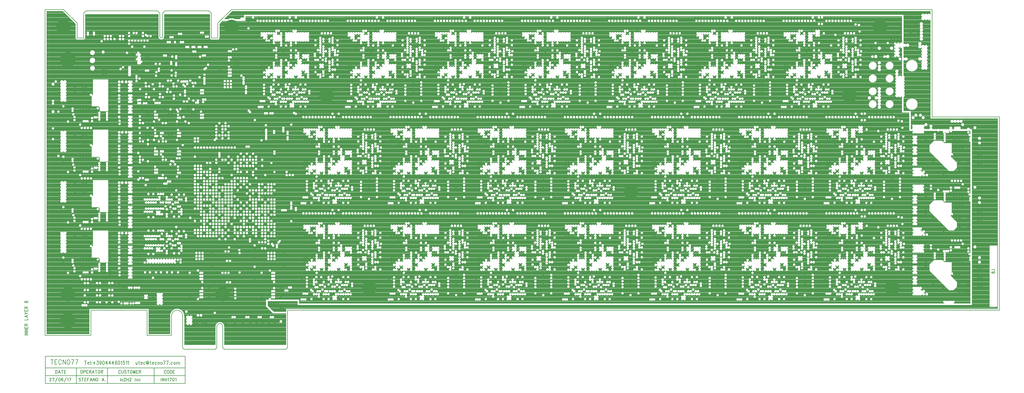
<source format=gbr>
%FSLAX35Y35*%
%MOIN*%
%SFA1.000B1.000*%

G04 Copyright (c) 2015-2018 in2H2 inc.
G04 System developed for in2H2 inc. by Intermotion Technology, Inc.
G04 
G04 Full system RTL, C sources and board design files available at https://github.com/nearist
G04 
G04 in2H2 inc. Team Members:
G04 - Chris McCormick - Algorithm Research and Design
G04 - Matt McCormick - Board Production, System Q/A
G04 
G04 Intermotion Technology Inc. Team Members:
G04 - Mick Fandrich - Project Lead
G04 - Dr. Ludovico Minati - Board Architecture and Design, FPGA Technology Advisor
G04 - Vardan Movsisyan - RTL Team Lead
G04 - Khachatur Gyozalyan - RTL Design
G04 - Tigran Papazyan - RTL Design
G04 - Taron Harutyunyan - RTL Design
G04 - Hayk Ghaltaghchyan - System Software
G04 
G04 Tecno77 S.r.l. Team Members:
G04 - Stefano Aldrigo, Board Layout Design
G04 
G04 We dedicate this project to the memory of Bruce McCormick, an AI pioneer
G04 and advocate, a good friend and father.
G04 
G04 These materials are provided free of charge: you can redistribute them and/or modify  
G04 them under the terms of the GNU General Public License as published by  
G04 the Free Software Foundation, version 3.
G04 
G04 These materials are distributed in the hope that they will be useful, but 
G04 WITHOUT ANY WARRANTY; without even the implied warranty of 
G04 MERCHANTABILITY or FITNESS FOR A PARTICULAR PURPOSE. See the GNU 
G04 General Public License for more details.
G04 In particular, this design should be treated as UNVERIFIED and UNCERTIFIED
G04 
G04 You should have received a copy of the GNU General Public License 
G04 along with this design. If not, see <http://www.gnu.org/licenses/>.

%FSLAX35Y35*%
%MOIN*%
%SFA1.000B1.000*%

%MIA0B0*%
%IPPOS*%
%ADD11C,0.00800*%
%ADD18C,0.20000*%
%ADD65C,0.00591*%
%ADD66C,0.02362*%
%ADD77C,0.00700*%
%ADD78C,0.18701*%
%ADD80C,0.01772*%
%ADD81C,0.00394*%
%LNlayer8.gbr*%
%LPD*%
G54D18*X129528Y136811D03*Y473011D03*G54D66*X307283Y133465D03*Y137402D03*X291732D03*X295669D03*X303346D03*X295669Y133465D03*X303346D03*X291732D03*X354528Y135827D03*Y133071D03*X344685Y135827D03*Y133071D03*X332874Y135827D03*Y133071D03*X395866Y135827D03*Y133071D03*X387992Y135827D03*Y133071D03*X380118Y135827D03*Y133071D03*X372244Y135827D03*Y133071D03*X364370Y135827D03*Y133071D03*X407677Y135827D03*Y133071D03*X400197Y159055D03*X394291Y156102D03*X391339D03*X388386D03*Y159055D03*X391339D03*X394291D03*X397244D03*Y156102D03*X400197D03*X403150D03*Y153150D03*X406102D03*X1277165Y180709D03*Y176772D03*Y172835D03*Y184646D03*Y188583D03*X1267323Y170374D03*X1242717Y184646D03*Y188583D03*X1256496Y178740D03*Y170866D03*Y174803D03*X1300787Y184646D03*X1304724D03*Y180709D03*X1300787D03*X1304724Y188583D03*X1300787D03*X1287992Y172835D03*X1281102Y176772D03*Y172835D03*X1285039D03*Y176772D03*X1287992D03*Y180709D03*Y184646D03*Y188583D03*X183661Y196457D03*Y204331D03*Y200394D03*Y218110D03*Y210236D03*Y214173D03*Y224016D03*Y227953D03*X1233858Y220079D03*Y212205D03*Y216142D03*Y202362D03*Y198425D03*Y206299D03*X1277165Y196457D03*X1273228D03*Y192520D03*X1277165D03*X1242717D03*X1300787Y204331D03*X1304724D03*X1300787Y200394D03*Y196457D03*X1304724Y200394D03*Y196457D03*Y192520D03*X1300787D03*X1287992D03*X149213Y233858D03*Y237795D03*X153150Y245669D03*X149213D03*X153150Y249606D03*X149213D03*X138386D03*X153150Y233858D03*Y237795D03*Y241732D03*X149213D03*X159055Y235827D03*X138386Y245669D03*Y241732D03*Y237795D03*X183661Y245669D03*Y241732D03*Y269291D03*Y261417D03*Y265354D03*Y231890D03*Y237795D03*X1277165Y257480D03*Y261417D03*Y249606D03*Y253543D03*X1273228Y269291D03*X1277165D03*Y265354D03*X1267323Y247146D03*X1242717Y265354D03*Y269291D03*Y261417D03*X1256496Y251575D03*Y247638D03*Y255512D03*X1304724Y265354D03*Y269291D03*X1300787Y257480D03*X1304724D03*Y261417D03*X1300787D03*Y265354D03*Y269291D03*X1287992Y261417D03*X1285039Y253543D03*X1281102D03*Y249606D03*X1285039D03*X1287992D03*Y253543D03*Y257480D03*Y265354D03*Y269291D03*X153150Y302756D03*Y306693D03*X149213D03*Y302756D03*X153150Y298819D03*X149213D03*X159055Y300787D03*X138386Y306693D03*Y302756D03*X183661Y283071D03*Y279134D03*Y275197D03*Y296850D03*Y288976D03*Y292913D03*Y302756D03*Y306693D03*X1233858Y292913D03*Y288976D03*Y296850D03*Y283071D03*Y275197D03*Y279134D03*X1277165Y273228D03*X1273228D03*X1300787D03*X1304724D03*Y277165D03*Y281102D03*X1300787D03*Y277165D03*X153150Y314567D03*Y310630D03*X149213Y314567D03*Y310630D03*X138386Y314567D03*Y310630D03*X183661Y334252D03*Y326378D03*Y310630D03*Y330315D03*Y348031D03*Y340157D03*Y344094D03*X1277165Y330315D03*Y326378D03*Y334252D03*Y338189D03*Y350000D03*X1273228D03*Y346063D03*X1277165D03*Y342126D03*X1267323Y323917D03*X1242717Y346063D03*Y342126D03*Y338189D03*X1256496Y328346D03*Y324409D03*Y332283D03*X1300787Y334252D03*X1304724D03*Y338189D03*X1300787D03*Y350000D03*Y346063D03*Y342126D03*X1304724D03*Y346063D03*Y350000D03*X1285039Y330315D03*X1281102D03*Y326378D03*X1285039D03*X1287992D03*Y330315D03*Y334252D03*Y338189D03*Y342126D03*Y346063D03*X153150Y379528D03*X149213D03*Y375591D03*X153150D03*X149213Y363780D03*X153150Y371654D03*X138386Y375591D03*Y379528D03*X153150Y363780D03*Y367717D03*X149213D03*Y371654D03*X159055Y366240D03*X138386Y371654D03*Y367717D03*X183661Y353937D03*Y361811D03*Y375591D03*Y371654D03*Y357874D03*Y367717D03*X1233858Y373622D03*Y365748D03*Y369685D03*Y359843D03*Y351969D03*Y355906D03*X1304724Y353937D03*Y357874D03*X1300787D03*Y353937D03*X153150Y428740D03*X149213D03*X183661Y391339D03*Y399213D03*Y395276D03*Y412992D03*Y405118D03*Y409055D03*Y426772D03*Y418898D03*Y422835D03*X138386Y444488D03*X149213Y436614D03*X153150D03*Y432677D03*X149213D03*Y444488D03*X153150D03*Y440551D03*X149213D03*X159055Y430709D03*X138386Y440551D03*Y436614D03*Y432677D03*X178248Y460728D03*X174803D03*X178248Y453839D03*X174803D03*Y457283D03*X178248D03*X183661Y440551D03*Y432677D03*Y436614D03*X1193504Y499606D03*X1197441Y503543D03*X1193504D03*Y507480D03*X1189567D03*Y503543D03*Y499606D03*X1197441D03*X1188583Y476969D03*X1172835D03*X1179724Y487795D03*X1163976D03*X1197441Y507480D03*X1214173Y499606D03*X1223622D03*X1214173Y507480D03*X1223622D03*X1201378D03*Y503543D03*Y499606D03*X359843Y532087D03*X355906D03*X351969D03*X348031D03*X344094D03*X340157D03*X363780D03*X1189567Y526181D03*X1193504D03*X1197441D03*X1206299Y511417D03*Y515354D03*X1214173Y527165D03*X1222047Y519291D03*X1210236D03*Y511417D03*Y515354D03*X1214173Y523228D03*Y519291D03*Y515354D03*X1218110D03*Y519291D03*X1201378D03*X1206299D03*X1218110Y511417D03*X1214173D03*X1222047Y515354D03*Y511417D03*X1201378D03*Y515354D03*G54D78*X123622D03*X340157D03*X1174803D03*X462205Y426772D03*X1135433D03*X853937Y302756D03*X517323Y178740D03*X1190551D03*X129528Y170866D03*X328346D03*G54D80*X155118Y169390D03*X200394Y178740D03*Y165945D03*Y168898D03*Y175787D03*X194980Y168898D03*Y184646D03*X239272Y162992D03*Y166929D03*X224016Y165945D03*X221063Y174409D03*Y168898D03*X224016D03*Y174409D03*X203346Y178740D03*Y165945D03*Y168898D03*Y175787D03*X311024Y166929D03*Y170866D03*Y174803D03*Y178740D03*Y182677D03*X295866Y185630D03*X289961D03*X292913D03*X295866Y179724D03*X289961D03*X292913D03*Y182677D03*X295866D03*X289961D03*X315551Y188583D03*X283071Y182677D03*X286614Y166929D03*X327165Y188583D03*X342126Y186220D03*X388386Y179724D03*X382480D03*X385433D03*X388386Y185630D03*X382480D03*X385433D03*Y182677D03*X388386D03*X382480D03*X375591D03*X379134Y166929D03*X369685Y186614D03*X403543Y166929D03*Y170866D03*Y174803D03*Y178740D03*Y182677D03*X408071Y188583D03*X430709Y182677D03*Y186614D03*X455512Y189764D03*Y164567D03*Y170866D03*X477559Y167717D03*X471260Y186614D03*Y170866D03*X447638Y174803D03*X464961Y186614D03*X461811Y164567D03*X446063D03*X490157Y167717D03*X483858D03*X490157Y189764D03*X483858D03*X542913Y182677D03*Y186614D03*X559843Y174803D03*X558268Y164567D03*X574016D03*X567717Y170866D03*X596063Y189764D03*X567717D03*X577165Y186614D03*X567717Y164567D03*X596063Y167717D03*X589764D03*X583465Y186614D03*Y170866D03*X639370Y175984D03*X618898D03*X629134Y179921D03*Y183858D03*Y187795D03*X602362Y189764D03*Y167717D03*X679921Y170866D03*X655118Y182677D03*Y186614D03*X679921Y164567D03*X670472D03*X679921Y189764D03*X672047Y174803D03*X686220Y164567D03*X708268Y167717D03*X714567Y189764D03*Y167717D03*X708268Y189764D03*X701969Y167717D03*X695669Y186614D03*Y170866D03*X689370Y186614D03*X751575Y175984D03*X731102D03*X741339Y179921D03*Y183858D03*Y187795D03*X798425Y164567D03*X792126Y170866D03*X767323Y182677D03*Y186614D03*X792126Y164567D03*X782677D03*X792126Y189764D03*X784252Y174803D03*X820472Y167717D03*X826772Y189764D03*Y167717D03*X820472Y189764D03*X814173Y167717D03*X807874Y186614D03*Y170866D03*X801575Y186614D03*X863780Y175984D03*X843307D03*X853543Y179921D03*Y183858D03*Y187795D03*X879528Y182677D03*Y186614D03*X910630Y164567D03*X904331Y170866D03*Y164567D03*X894882D03*X904331Y189764D03*X920079Y186614D03*Y170866D03*X913780Y186614D03*X896457Y174803D03*X955512Y175984D03*X932677Y167717D03*X938976Y189764D03*Y167717D03*X932677Y189764D03*X926378Y167717D03*X991732Y182677D03*Y186614D03*X975984Y175984D03*X965748Y179921D03*Y183858D03*Y187795D03*X1022835Y164567D03*X1016535Y170866D03*Y164567D03*X1007087D03*X1016535Y189764D03*X1038583Y167717D03*X1032283Y186614D03*Y170866D03*X1025984Y186614D03*X1008661Y174803D03*X1067717Y175984D03*X1077953Y179921D03*Y183858D03*Y187795D03*X1044882Y167717D03*X1051181Y189764D03*Y167717D03*X1044882Y189764D03*X1088189Y175984D03*X1103937Y182677D03*Y186614D03*X1119291Y164567D03*X1128740Y189764D03*X1135039Y164567D03*X1128740Y170866D03*Y164567D03*X1150787Y167717D03*X1144488Y186614D03*Y170866D03*X1120866Y174803D03*X1138189Y186614D03*X1157087Y167717D03*Y189764D03*X1163386D03*Y167717D03*X145768Y225000D03*X149213D03*X153150Y218110D03*X156594Y210728D03*Y207283D03*X153150D03*X149213D03*X145768D03*Y214173D03*X149213D03*Y210728D03*X145768D03*X153150D03*Y214173D03*X156594D03*Y218110D03*Y225000D03*Y221555D03*X153150D03*X145768Y218110D03*X149213D03*Y221555D03*X145768D03*X153150Y225000D03*X123622Y212205D03*X233858Y192126D03*X228346Y226772D03*X236220Y222835D03*X202362Y192520D03*X248031Y192126D03*X262205D03*X276378D03*X275591Y223622D03*X266142Y226772D03*X259843Y223622D03*X250394Y229921D03*X252362Y221260D03*X248425Y219291D03*X256693Y229921D03*X242520Y222835D03*X315551Y224016D03*Y220079D03*Y216142D03*Y210236D03*Y192520D03*Y196457D03*Y202362D03*Y206299D03*X337008Y205906D03*X330315Y213780D03*X342126D03*X369685Y214173D03*Y218110D03*Y225984D03*Y222047D03*Y229921D03*X375591Y222047D03*X369685Y190551D03*X379528Y222047D03*X369685Y194488D03*Y198425D03*Y202362D03*X408071Y224016D03*Y220079D03*Y192520D03*Y196457D03*Y202362D03*X437008Y211811D03*Y205512D03*X430709Y190551D03*X433858Y205512D03*Y211811D03*Y214961D03*Y218110D03*X437008D03*X408071Y216142D03*Y206299D03*Y210236D03*X433858Y221260D03*X437008D03*X446063Y192913D03*X461811D03*X443307Y221260D03*Y218110D03*X455906Y221260D03*X452756D03*Y224409D03*X459055Y227559D03*X465354Y221260D03*Y208661D03*X474803Y227559D03*Y224409D03*X446457Y205512D03*X465354Y218110D03*X471654Y214961D03*X474803Y218110D03*X477559Y192913D03*X465354Y227559D03*X503150Y205906D03*X506299Y215354D03*X503150Y221654D03*X506299Y227953D03*X487402Y205512D03*X509449Y224803D03*X490551Y224409D03*X542913Y190551D03*X558268Y192913D03*X555512Y221260D03*X549213Y211811D03*Y205512D03*X546063D03*Y211811D03*Y214961D03*Y218110D03*X555512D03*X549213D03*X531496Y221654D03*X525197Y215354D03*X531496D03*Y205906D03*X546063Y221260D03*X549213D03*X558661Y205512D03*X522047Y205906D03*X568110Y221260D03*X564961D03*Y224409D03*X589764Y192913D03*X587008Y227559D03*X571260D03*X574016Y192913D03*X577559Y221260D03*Y208661D03*X587008Y224409D03*X577559Y218110D03*Y227559D03*X583858Y214961D03*X587008Y218110D03*X599606Y205512D03*X637402Y215354D03*X615354Y205906D03*X618504Y215354D03*X615354Y221654D03*X629134Y191732D03*Y195669D03*X618504Y227953D03*X621654Y224803D03*X634252Y205906D03*X602756Y224409D03*X680315Y221260D03*X677165D03*Y224409D03*X655118Y190551D03*X670472Y192913D03*X667717Y221260D03*X643701Y221654D03*Y215354D03*X661417Y211811D03*Y205512D03*X658268D03*Y211811D03*Y214961D03*Y218110D03*X667717D03*X661417D03*X643701Y205906D03*X658268Y221260D03*X661417D03*X670866Y205512D03*X699213Y227559D03*X683465D03*X701969Y192913D03*X686220D03*X689764Y221260D03*Y208661D03*X699213Y224409D03*X689764Y218110D03*Y227559D03*X696063Y214961D03*X699213Y218110D03*X711811Y205512D03*X714961Y224409D03*X755906Y221654D03*X749606Y215354D03*X727559Y205906D03*X730709Y215354D03*X727559Y221654D03*X755906Y215354D03*X741339Y191732D03*Y195669D03*X730709Y227953D03*X733858Y224803D03*X755906Y205906D03*X746457D03*X792520Y221260D03*X789370D03*Y224409D03*X767323Y190551D03*X782677Y192913D03*X779921Y221260D03*X795669Y227559D03*X798425Y192913D03*X773622Y211811D03*Y205512D03*X770472D03*Y211811D03*Y214961D03*Y218110D03*X779921D03*X773622D03*X770472Y221260D03*X773622D03*X783071Y205512D03*X839764Y205906D03*X811417Y227559D03*X839764Y221654D03*X814173Y192913D03*X801969Y221260D03*Y208661D03*X811417Y224409D03*X801969Y218110D03*Y227559D03*X808268Y214961D03*X811417Y218110D03*X824016Y205512D03*X827165Y224409D03*X879528Y190551D03*X868110Y221654D03*X861811Y215354D03*X842913D03*X868110D03*X853543Y191732D03*Y195669D03*X842913Y227953D03*X846063Y224803D03*X868110Y205906D03*X858661D03*X904724Y221260D03*X901575D03*Y224409D03*X894882Y192913D03*X892126Y221260D03*X907874Y227559D03*X910630Y192913D03*X885827Y211811D03*Y205512D03*X882677D03*Y211811D03*Y214961D03*Y218110D03*X892126D03*X885827D03*X914173Y221260D03*Y208661D03*X882677Y221260D03*X885827D03*X895276Y205512D03*X914173Y218110D03*Y227559D03*X920472Y214961D03*X951969Y205906D03*X955118Y215354D03*X923622Y227559D03*X951969Y221654D03*X926378Y192913D03*X923622Y224409D03*X955118Y227953D03*X958268Y224803D03*X923622Y218110D03*X936220Y205512D03*X939370Y224409D03*X991732Y190551D03*X980315Y221654D03*X974016Y215354D03*X980315D03*X965748Y191732D03*Y195669D03*X998031Y211811D03*Y205512D03*X994882D03*Y211811D03*Y214961D03*Y218110D03*X998031D03*X980315Y205906D03*X970866D03*X994882Y221260D03*X998031D03*X1016929D03*X1013780D03*Y224409D03*X1007087Y192913D03*X1004331Y221260D03*X1035827Y227559D03*X1020079D03*X1038583Y192913D03*X1022835D03*X1004331Y218110D03*X1026378Y221260D03*Y208661D03*X1035827Y224409D03*X1007480Y205512D03*X1026378Y218110D03*Y227559D03*X1032677Y214961D03*X1035827Y218110D03*X1064173Y205906D03*X1067323Y215354D03*X1064173Y221654D03*X1077953Y191732D03*Y195669D03*X1067323Y227953D03*X1070472Y224803D03*X1048425Y205512D03*X1051575Y224409D03*X1092520Y221654D03*X1086220Y215354D03*X1092520D03*X1119291Y192913D03*X1110236Y211811D03*Y205512D03*X1103937Y190551D03*X1107087Y205512D03*Y211811D03*Y214961D03*Y218110D03*X1116535Y221260D03*Y218110D03*X1110236D03*X1092520Y205906D03*X1083071D03*X1107087Y221260D03*X1110236D03*X1119685Y205512D03*X1150787Y192913D03*X1135039D03*X1129134Y221260D03*X1125984D03*Y224409D03*X1132283Y227559D03*X1138583Y221260D03*X1148031Y227559D03*Y224409D03*X1138583Y218110D03*X1144882Y214961D03*X1148031Y218110D03*X1160630Y205512D03*X1138583Y208661D03*Y227559D03*X1176378Y205906D03*X1179528Y215354D03*X1176378Y221654D03*X1198425Y215354D03*X1179528Y227953D03*X1195276Y205906D03*X1182677Y224803D03*X1163780Y224409D03*X1204724Y221654D03*Y215354D03*Y205906D03*X1280610Y212205D03*X1277165Y216142D03*X1280610D03*Y219587D03*X1277165D03*X1280610Y205315D03*X1277165D03*X1269783Y223031D03*X1273228D03*X1280610D03*X1277165D03*X1273228Y219587D03*X1269783D03*Y216142D03*X1273228D03*Y212205D03*X1269783D03*Y205315D03*Y208760D03*X1273228D03*X1277165Y212205D03*Y208760D03*X1280610D03*X1273228Y205315D03*X229134Y261417D03*X233071D03*X237008D03*X229921Y252756D03*X236220D03*X202362Y257480D03*X266142Y251969D03*X275591Y242520D03*X242520Y252756D03*X250394Y245669D03*X259843Y251969D03*X266142Y245669D03*X275591Y251969D03*X244882Y261417D03*X262992D03*X278740D03*X274803D03*X259055D03*X240945D03*X270866D03*X266929D03*X300787D03*X304724Y249606D03*X312598Y265354D03*X316535Y253543D03*X312598Y257480D03*X292913Y245669D03*X304724Y241732D03*X316535D03*X308661Y261417D03*X320472Y241732D03*X351969Y269291D03*X332283Y245669D03*X344094D03*X348031Y253543D03*X328346Y257480D03*X337008Y233858D03*X324409Y269291D03*X359843D03*X351969Y261417D03*X359843D03*X355906Y253543D03*X351969Y245669D03*X359843D03*X336220Y249606D03*X332283Y253543D03*X336220Y241732D03*X344094Y265354D03*X340157Y269291D03*X336220Y257480D03*X348031Y269291D03*X340157Y265354D03*X336220Y261417D03*X363780Y265354D03*X395276D03*X375591Y245669D03*X383465Y233858D03*X379528D03*X371654Y269291D03*X383465Y261417D03*X387402Y249606D03*X363780Y253543D03*X367717Y245669D03*X375591Y249606D03*Y241732D03*Y253543D03*Y233858D03*X367717Y261417D03*X363780D03*X371654Y257480D03*X391339Y241732D03*Y269291D03*X430709Y230709D03*X433858Y249606D03*X437008Y243307D03*Y230709D03*Y249606D03*X440157Y230709D03*Y246457D03*X416929Y269291D03*X433858Y246457D03*X437008D03*X433858Y230709D03*X440157Y243307D03*X443307Y237008D03*Y240157D03*X446457Y255906D03*X443307Y246457D03*Y243307D03*X449606Y230709D03*X452756Y243307D03*Y246457D03*X459055Y240157D03*Y237008D03*X465354Y240157D03*Y237008D03*X462205Y233858D03*X459055Y230709D03*X465354D03*Y246457D03*X474803Y237008D03*Y230709D03*X477953Y243307D03*X474803D03*X455906Y246457D03*X468504D03*Y262205D03*X474803Y246457D03*X455906Y259055D03*X443307Y230709D03*X446457D03*X506299Y250000D03*X517323Y265354D03*X513386D03*X493701Y243307D03*X490551D03*Y233858D03*X503150Y237402D03*X487402Y233858D03*Y243307D03*X506299Y243701D03*X558661Y255906D03*X555512Y246457D03*Y243307D03*Y230709D03*X549213D03*X558661D03*X552362D03*X555512Y237008D03*Y240157D03*X552362Y243307D03*Y246457D03*X549213Y243307D03*X542913Y230709D03*X546063Y249606D03*X549213D03*Y246457D03*X528346Y250000D03*Y243701D03*X521260Y265354D03*X546063Y230709D03*Y246457D03*X532283Y238976D03*X525197Y231102D03*X561811Y230709D03*X587008Y237008D03*Y230709D03*X577559D03*X571260D03*X574409Y233858D03*X577559Y237008D03*Y240157D03*X571260Y237008D03*X590157Y243307D03*X564961D03*Y246457D03*X577559D03*X587008Y243307D03*X599606Y233858D03*X568110Y246457D03*X571260Y240157D03*X580709Y246457D03*Y262205D03*X587008Y246457D03*X599606Y243307D03*X568110Y259055D03*X633465Y265354D03*X629528D03*X625591D03*X640551Y250000D03*Y243701D03*X615354Y237402D03*X602756Y233858D03*X618504Y250000D03*Y243701D03*X637402Y231102D03*X605906Y243307D03*X670866Y255906D03*X667717Y246457D03*Y243307D03*Y230709D03*X674016D03*X661417D03*X670866D03*X664567D03*X667717Y237008D03*Y240157D03*X664567Y243307D03*Y246457D03*X661417Y243307D03*X655118Y230709D03*X658268Y249606D03*X661417D03*Y246457D03*X677165Y243307D03*Y246457D03*X644488Y238976D03*X658268Y230709D03*Y246457D03*X680315D03*Y259055D03*X699213Y237008D03*Y230709D03*X689764D03*X683465D03*X686614Y233858D03*X689764Y237008D03*Y240157D03*X683465Y237008D03*X702362Y243307D03*X689764Y246457D03*X699213Y243307D03*X714961Y233858D03*X711811D03*X683465Y240157D03*X692913Y246457D03*Y262205D03*X699213Y246457D03*X711811Y243307D03*X714961D03*X745669Y265354D03*X741732D03*X737795D03*X752756Y250000D03*Y243701D03*X727559Y237402D03*X730709Y250000D03*Y243701D03*X756693Y238976D03*X749606Y231102D03*X783071Y255906D03*X779921Y246457D03*Y243307D03*Y230709D03*X786220D03*X773622D03*X783071D03*X776772D03*X779921Y237008D03*Y240157D03*X776772Y243307D03*Y246457D03*X773622Y243307D03*X795669Y230709D03*X798819Y233858D03*X795669Y237008D03*X767323Y230709D03*X770472Y249606D03*X773622D03*Y246457D03*X789370Y243307D03*Y246457D03*X770472Y230709D03*Y246457D03*X792520D03*X795669Y240157D03*X792520Y259055D03*X811417Y237008D03*Y230709D03*X801969D03*Y237008D03*Y240157D03*X814567Y243307D03*X839764Y237402D03*X801969Y246457D03*X811417Y243307D03*X827165Y233858D03*X824016D03*X805118Y246457D03*Y262205D03*X811417Y246457D03*X824016Y243307D03*X830315D03*X857874Y265354D03*X853937D03*X850000D03*X864961Y250000D03*Y243701D03*X879528Y230709D03*X842913Y250000D03*Y243701D03*X868898Y238976D03*X861811Y231102D03*X895276Y255906D03*X892126Y246457D03*Y243307D03*Y230709D03*X898425D03*X885827D03*X895276D03*X888976D03*X892126Y237008D03*Y240157D03*X888976Y243307D03*Y246457D03*X885827Y243307D03*X914173Y230709D03*X907874D03*X911024Y233858D03*X914173Y237008D03*Y240157D03*X907874Y237008D03*X882677Y249606D03*X885827D03*Y246457D03*X901575Y243307D03*Y246457D03*X914173D03*X882677Y230709D03*Y246457D03*X904724D03*X907874Y240157D03*X917323Y246457D03*Y262205D03*X904724Y259055D03*X923622Y237008D03*Y230709D03*X926772Y243307D03*X951969Y237402D03*X923622Y243307D03*X939370Y233858D03*X936220D03*X955118Y250000D03*Y243701D03*X923622Y246457D03*X936220Y243307D03*X939370D03*X970079Y265354D03*X966142D03*X962205D03*X977165Y250000D03*X998031Y243307D03*Y230709D03*X977165Y243701D03*X991732Y230709D03*X994882Y249606D03*X998031D03*Y246457D03*X981102Y238976D03*X974016Y231102D03*X994882Y230709D03*Y246457D03*X1007480Y255906D03*X1004331Y246457D03*Y243307D03*Y237008D03*Y240157D03*X1001181Y243307D03*Y246457D03*X1004331Y230709D03*X1010630D03*X1007480D03*X1001181D03*X1035827Y237008D03*Y230709D03*X1026378D03*X1020079D03*X1023228Y233858D03*X1026378Y237008D03*Y240157D03*X1020079Y237008D03*X1038976Y243307D03*X1013780D03*Y246457D03*X1026378D03*X1035827Y243307D03*X1016929Y246457D03*X1020079Y240157D03*X1029528Y246457D03*Y262205D03*X1035827Y246457D03*X1016929Y259055D03*X1078346Y265354D03*X1074409D03*X1064173Y237402D03*X1051575Y233858D03*X1048425D03*X1067323Y250000D03*Y243701D03*X1048425Y243307D03*X1054724D03*X1082283Y265354D03*X1089370Y250000D03*Y243701D03*X1103937Y230709D03*X1107087Y249606D03*X1110236D03*X1116535Y237008D03*X1119685Y255906D03*X1116535Y246457D03*Y243307D03*Y240157D03*X1113386Y243307D03*Y246457D03*X1110236Y243307D03*Y246457D03*Y230709D03*X1119685D03*X1116535D03*X1113386D03*X1093307Y238976D03*X1086220Y231102D03*X1107087Y246457D03*Y230709D03*X1122835D03*X1125984Y243307D03*Y246457D03*X1138583Y230709D03*X1132283D03*X1135433Y233858D03*X1138583Y237008D03*Y240157D03*X1132283Y237008D03*X1138583Y246457D03*X1148031Y237008D03*Y230709D03*X1151181Y243307D03*X1157480Y252756D03*X1148031Y243307D03*X1160630D03*X1129134Y246457D03*X1141732D03*Y262205D03*X1148031Y252756D03*Y246457D03*X1129134Y259055D03*X1160630Y233858D03*X1132283Y240157D03*X1179528Y250000D03*X1194488Y265354D03*X1190551D03*X1186614D03*X1198425Y231102D03*X1163780Y243307D03*Y233858D03*X1176378Y237402D03*X1179528Y243701D03*X1201575Y250000D03*Y243701D03*X1233858Y235827D03*X1205512Y238976D03*X149213Y272244D03*X145768D03*Y275689D03*X149213Y279134D03*X145768D03*Y289961D03*X153150Y272244D03*X156594D03*X153150Y286516D03*X156594Y289961D03*Y286516D03*Y283071D03*Y279134D03*Y275689D03*X153150D03*Y279134D03*Y283071D03*X149213Y289961D03*Y275689D03*Y283071D03*Y286516D03*X145768Y283071D03*Y286516D03*X153150Y289961D03*X123622Y277165D03*X228346Y274016D03*X229921Y300000D03*X236220Y270079D03*Y300000D03*X229134Y308661D03*X233071D03*X237008D03*X242520Y270079D03*X275591Y270866D03*X266142Y274016D03*X259843Y270866D03*X266142Y299213D03*X275591Y289764D03*X242520Y300000D03*X250394Y277165D03*Y296063D03*X259843Y299213D03*X266142Y292913D03*X275591Y299213D03*X262992Y308661D03*X278740D03*X266929D03*X259055D03*X240945D03*X270866D03*X274803D03*X256693Y277165D03*X304724Y288976D03*Y296850D03*X320472Y281102D03*Y292913D03*X296850Y273228D03*X312598Y308661D03*X300787Y304724D03*X292913Y285039D03*X308661Y277165D03*X312598Y296850D03*X355906Y304724D03*Y300787D03*X340157Y281102D03*X355906D03*X351969Y277165D03*X324409Y304724D03*X328346Y273228D03*X332283Y285039D03*X359843Y304724D03*X348031Y300787D03*X344094D03*X348031Y288976D03*X344094Y292913D03*X359843D03*X328346Y300787D03*Y296850D03*X355906Y292913D03*X351969Y300787D03*X348031Y281102D03*X359843Y285039D03*X351969D03*X355906Y288976D03*X351969Y292913D03*Y304724D03*X355906Y308661D03*X348031D03*X383465Y296850D03*Y304724D03*X363780Y300787D03*X371654D03*X375591Y285039D03*X363780Y288976D03*Y281102D03*X379528Y273228D03*X387402Y288976D03*X391339Y277165D03*X395276Y308661D03*X363780D03*X371654Y296850D03*Y308661D03*X430709Y279331D03*X434646D03*X438583D03*X430709Y306693D03*X416929Y277165D03*X414961Y300394D03*X442520Y279331D03*X446457D03*X450394D03*X454331D03*X458268D03*X462205D03*X466142D03*X461811Y288583D03*X455512Y294882D03*Y288583D03*X446063D03*X474016Y279331D03*X477559Y291732D03*X471260Y294882D03*X447638Y298819D03*X506693Y300000D03*X516929Y303937D03*Y307874D03*X481890Y279331D03*X517323D03*X513386D03*X509449D03*X505512D03*X501575D03*X497638D03*X493701D03*X489764D03*X490157Y291732D03*X485827Y279331D03*X483858Y291732D03*X542913Y306693D03*Y279331D03*X546850D03*X550787D03*X554724D03*X558661D03*X559843Y298819D03*X558268Y288583D03*X527165Y300000D03*X574016Y288583D03*X567717Y294882D03*X596063Y291732D03*X567717Y288583D03*X598031Y279331D03*X594094D03*X562598D03*X566535D03*X570472D03*X574409D03*X578346D03*X589764Y291732D03*X583465Y294882D03*X586220Y279331D03*X639370Y300000D03*X618898D03*X629134Y303937D03*Y307874D03*X629528Y279331D03*X625591D03*X621654D03*X617717D03*X613780D03*X609843D03*X605906D03*X601969D03*X602362Y291732D03*X679921Y294882D03*X655118Y306693D03*X679921Y288583D03*X655118Y279331D03*X659055D03*X662992D03*X666929D03*X670866D03*X674803D03*X678740D03*X672047Y298819D03*X670472Y288583D03*X686220D03*X708268Y291732D03*X718110Y279331D03*X714173D03*X710236D03*X706299D03*X682677D03*X686614D03*X690551D03*X714567Y291732D03*X701969D03*X695669Y294882D03*X698425Y279331D03*X751575Y300000D03*X731102D03*X741339Y303937D03*Y307874D03*X741732Y279331D03*X737795D03*X733858D03*X729921D03*X725984D03*X722047D03*X798425Y288583D03*X792126Y294882D03*X767323Y306693D03*X792126Y288583D03*X767323Y279331D03*X771260D03*X775197D03*X779134D03*X783071D03*X787008D03*X790945D03*X794882D03*X798819D03*X784252Y298819D03*X782677Y288583D03*X820472Y291732D03*X802756Y279331D03*X818504D03*X822441D03*X826378D03*X830315D03*X834252D03*X838189D03*X826772Y291732D03*X814173D03*X807874Y294882D03*X810630Y279331D03*X879528Y306693D03*Y279331D03*X842126D03*X846063D03*X850000D03*X853937D03*X910630Y288583D03*X904331Y294882D03*Y288583D03*X883465Y279331D03*X887402D03*X891339D03*X895276D03*X899213D03*X903150D03*X907087D03*X911024D03*X914961D03*X920079Y294882D03*X896457Y298819D03*X894882Y288583D03*X955512Y300000D03*X932677Y291732D03*X958268Y279331D03*X954331D03*X950394D03*X946457D03*X942520D03*X938583D03*X934646D03*X930709D03*X938976Y291732D03*X926378D03*X922835Y279331D03*X975984Y300000D03*X965748Y303937D03*Y307874D03*X991732Y306693D03*Y279331D03*X995669D03*X999606D03*X966142D03*X962205D03*X1022835Y288583D03*X1016535Y294882D03*Y288583D03*X1003543Y279331D03*X1007480D03*X1011417D03*X1015354D03*X1019291D03*X1023228D03*X1027165D03*X1038583Y291732D03*X1032283Y294882D03*X1008661Y298819D03*X1007087Y288583D03*X1035039Y279331D03*X1067717Y300000D03*X1077953Y303937D03*Y307874D03*X1044882Y291732D03*X1078346Y279331D03*X1074409D03*X1070472D03*X1066535D03*X1062598D03*X1058661D03*X1054724D03*X1050787D03*X1046850D03*X1042913D03*X1051181Y291732D03*X1088189Y300000D03*X1103937Y279331D03*X1107874D03*X1111811D03*X1115748D03*X1119685D03*X1119291Y288583D03*X1103937Y306693D03*X1123622Y279331D03*X1127559D03*X1131496D03*X1135433D03*X1139370D03*X1135039Y288583D03*X1128740Y294882D03*Y288583D03*X1147244Y279331D03*X1159055D03*X1150787Y291732D03*X1144488Y294882D03*X1120866Y298819D03*X1157087Y291732D03*X1200394Y300000D03*X1179921D03*X1190157Y303937D03*Y307874D03*X1190551Y279331D03*X1186614D03*X1182677D03*X1178740D03*X1174803D03*X1170866D03*X1166929D03*X1162992D03*X1163386Y291732D03*X1280610Y292913D03*Y296358D03*Y299803D03*Y288976D03*X1277165Y292913D03*X1273228Y285531D03*X1269783Y282087D03*Y285531D03*X1273228Y296358D03*Y292913D03*Y288976D03*X1269783D03*Y292913D03*Y296358D03*Y299803D03*X1273228D03*X1277165D03*Y296358D03*Y288976D03*Y285531D03*X1273228Y282087D03*X1277165D03*X1280610D03*Y285531D03*X145768Y337205D03*X156594Y340650D03*Y337205D03*X153150D03*X149213D03*Y340650D03*X156594Y344094D03*Y348031D03*X145768Y340650D03*Y348031D03*Y344094D03*X149213D03*X153150Y340650D03*Y344094D03*Y348031D03*X149213D03*X123622Y342126D03*X225000Y338189D03*X229921Y332283D03*X233858D03*X229921Y328346D03*X233858D03*X239272Y322933D03*Y346555D03*X202362Y322441D03*X254528Y338189D03*X263386Y332283D03*X259449D03*X273720Y331299D03*X259449Y328346D03*X263386D03*X308661Y320472D03*X296850Y316535D03*X292913Y328346D03*X316535Y340157D03*X300787Y344094D03*X312598Y348031D03*X304724Y332283D03*X320472Y336220D03*X300787Y312598D03*X292913Y340157D03*X316535Y312598D03*X320472Y328346D03*X316535Y336220D03*X296850Y348031D03*X359843D03*X351969D03*X344094D03*X355906Y340157D03*X351969Y332283D03*X348031Y340157D03*Y316535D03*X359843Y312598D03*X340157Y328346D03*X351969Y312598D03*Y324409D03*X332283Y320472D03*X324409Y324409D03*Y344094D03*X332283Y348031D03*X340157D03*X332283Y340157D03*X336220Y336220D03*X332283Y328346D03*X355906Y324409D03*X359843D03*X324409Y312598D03*X336220Y324409D03*X340157Y332283D03*Y340157D03*X336220Y344094D03*X359843Y332283D03*X336220D03*Y320472D03*X348031Y324409D03*X336220Y316535D03*X324409D03*Y340157D03*X363780D03*Y332283D03*X375591Y320472D03*X363780Y324409D03*X379528Y316535D03*X367717Y312598D03*X375591Y344094D03*X383465D03*Y336220D03*X387402D03*X379528Y324409D03*X391339Y320472D03*X367717Y348031D03*X375591D03*X395276D03*X367717Y332283D03*X363780Y320472D03*X375591Y340157D03*X363780Y328346D03*X371654Y336220D03*Y312598D03*X375591Y328346D03*X387402Y332283D03*X375591D03*X418898Y314567D03*Y310630D03*X414961D03*Y314567D03*X437008Y335827D03*Y329528D03*X430709Y310630D03*Y314567D03*X433858Y329528D03*Y335827D03*Y338976D03*Y342126D03*X437008D03*X433858Y345276D03*X437008D03*X477559Y316929D03*X446063D03*X455512Y313780D03*X461811Y316929D03*X443307Y345276D03*Y342126D03*X455906Y345276D03*X452756D03*Y348425D03*X465354Y345276D03*Y332677D03*X474803Y348425D03*X471260Y310630D03*X446457Y329528D03*X465354Y342126D03*X471654Y338976D03*X474803Y342126D03*X464961Y310630D03*X516929Y319685D03*Y315748D03*X503150Y329921D03*X506299Y339370D03*X503150Y345669D03*X490157Y313780D03*X516929Y311811D03*X487402Y329528D03*X509449Y348819D03*X483858Y313780D03*X490551Y348425D03*X542913Y310630D03*Y314567D03*X558268Y316929D03*X555512Y345276D03*X549213Y335827D03*Y329528D03*X546063D03*Y335827D03*Y338976D03*Y342126D03*X555512D03*X549213D03*X531496Y345669D03*X525197Y339370D03*X531496D03*Y329921D03*X546063Y345276D03*X549213D03*X558661Y329528D03*X522047Y329921D03*X568110Y345276D03*X564961D03*Y348425D03*X567717Y313780D03*X589764Y316929D03*X574016D03*X577559Y345276D03*Y332677D03*X587008Y348425D03*X596063Y313780D03*X583465Y310630D03*X577165D03*X577559Y342126D03*X583858Y338976D03*X587008Y342126D03*X599606Y329528D03*X629134Y311811D03*X637402Y339370D03*X615354Y329921D03*X618504Y339370D03*X615354Y345669D03*X629134Y315748D03*Y319685D03*X621654Y348819D03*X634252Y329921D03*X602362Y313780D03*X602756Y348425D03*X680315Y345276D03*X677165D03*Y348425D03*X655118Y310630D03*Y314567D03*X670472Y316929D03*X679921Y313780D03*X667717Y345276D03*X643701Y345669D03*Y339370D03*X661417Y335827D03*Y329528D03*X658268D03*Y335827D03*Y338976D03*Y342126D03*X667717D03*X661417D03*X643701Y329921D03*X658268Y345276D03*X661417D03*X670866Y329528D03*X701969Y316929D03*X686220D03*X689764Y345276D03*Y332677D03*X699213Y348425D03*X714567Y313780D03*X708268D03*X695669Y310630D03*X689370D03*X689764Y342126D03*X696063Y338976D03*X699213Y342126D03*X711811Y329528D03*X714961Y348425D03*X741339Y311811D03*X755906Y345669D03*X749606Y339370D03*X727559Y329921D03*X730709Y339370D03*X727559Y345669D03*X755906Y339370D03*X741339Y315748D03*Y319685D03*X733858Y348819D03*X755906Y329921D03*X746457D03*X792520Y345276D03*X789370D03*Y348425D03*X767323Y310630D03*Y314567D03*X782677Y316929D03*X792126Y313780D03*X779921Y345276D03*X798425Y316929D03*X773622Y335827D03*Y329528D03*X770472D03*Y335827D03*Y338976D03*Y342126D03*X779921D03*X773622D03*X770472Y345276D03*X773622D03*X783071Y329528D03*X839764Y329921D03*Y345669D03*X814173Y316929D03*X801969Y345276D03*Y332677D03*X811417Y348425D03*X826772Y313780D03*X820472D03*X807874Y310630D03*X801575D03*X801969Y342126D03*X808268Y338976D03*X811417Y342126D03*X824016Y329528D03*X827165Y348425D03*X879528Y310630D03*Y314567D03*X868110Y345669D03*X861811Y339370D03*X842913D03*X868110D03*X846063Y348819D03*X858661Y329921D03*X868110D03*X904724Y345276D03*X901575D03*Y348425D03*X894882Y316929D03*X904331Y313780D03*X892126Y345276D03*X910630Y316929D03*X885827Y335827D03*Y329528D03*X882677D03*Y335827D03*Y338976D03*Y342126D03*X892126D03*X885827D03*X914173Y345276D03*Y332677D03*X920079Y310630D03*X913780D03*X882677Y345276D03*X885827D03*X895276Y329528D03*X914173Y342126D03*X920472Y338976D03*X951969Y329921D03*X955118Y339370D03*X951969Y345669D03*X926378Y316929D03*X923622Y348425D03*X958268Y348819D03*X938976Y313780D03*X932677D03*X923622Y342126D03*X936220Y329528D03*X939370Y348425D03*X965748Y311811D03*X991732Y310630D03*Y314567D03*X980315Y345669D03*X974016Y339370D03*X980315D03*X965748Y315748D03*Y319685D03*X998031Y335827D03*Y329528D03*X994882D03*Y335827D03*Y338976D03*Y342126D03*X998031D03*X980315Y329921D03*X970866D03*X994882Y345276D03*X998031D03*X1016929D03*X1013780D03*Y348425D03*X1007087Y316929D03*X1016535Y313780D03*X1004331Y345276D03*X1038583Y316929D03*X1022835D03*X1004331Y342126D03*X1026378Y345276D03*Y332677D03*X1035827Y348425D03*X1032283Y310630D03*X1025984D03*X1007480Y329528D03*X1026378Y342126D03*X1032677Y338976D03*X1035827Y342126D03*X1077953Y311811D03*X1064173Y329921D03*X1067323Y339370D03*X1064173Y345669D03*X1077953Y315748D03*Y319685D03*X1070472Y348819D03*X1051181Y313780D03*X1044882D03*X1048425Y329528D03*X1051575Y348425D03*X1092520Y345669D03*X1086220Y339370D03*X1092520D03*X1119291Y316929D03*X1110236Y335827D03*Y329528D03*X1103937Y310630D03*Y314567D03*X1107087Y329528D03*Y335827D03*Y338976D03*Y342126D03*X1116535Y345276D03*Y342126D03*X1110236D03*X1092520Y329921D03*X1083071D03*X1107087Y345276D03*X1110236D03*X1119685Y329528D03*X1150787Y316929D03*X1128740Y313780D03*X1135039Y316929D03*X1129134Y345276D03*X1125984D03*Y348425D03*X1138583Y345276D03*Y332677D03*X1148031Y348425D03*X1144488Y310630D03*X1138583Y342126D03*X1144882Y338976D03*X1148031Y342126D03*X1160630Y329528D03*X1138189Y310630D03*X1157087Y313780D03*X1190157Y311811D03*Y315748D03*Y319685D03*X1176378Y329921D03*X1179528Y339370D03*X1176378Y345669D03*X1198425Y339370D03*X1163386Y313780D03*X1195276Y329921D03*X1182677Y348819D03*X1163780Y348425D03*X1204724Y345669D03*Y339370D03*X1233858Y312598D03*X1204724Y329921D03*X145768Y354921D03*X149213D03*X156594Y351476D03*Y354921D03*X153150Y351476D03*X149213D03*X145768D03*X153150Y354921D03*X225000Y361811D03*X229921Y355906D03*X233858D03*X229921Y351969D03*X233858D03*X225000Y385433D03*X233858Y375591D03*Y379528D03*X202362Y387402D03*X229921Y375591D03*Y379528D03*X254528Y385433D03*X263386Y375591D03*Y379528D03*X259449D03*Y375591D03*X254528Y361811D03*X263386Y351969D03*Y355906D03*X244193Y378543D03*X259449Y351969D03*Y355906D03*X320472Y363780D03*X316535D03*X312598D03*X292913D03*X296850D03*X300787D03*X304724D03*X308661D03*X312598Y383465D03*Y387402D03*Y375591D03*Y379528D03*Y371654D03*X344094Y363780D03*X340157D03*X336220D03*X332283D03*X328346D03*X324409D03*X358661Y383858D03*X324409Y379528D03*X336220Y383465D03*X380709Y373622D03*Y381496D03*Y389370D03*X430709Y354724D03*X433858Y373622D03*X437008D03*Y370472D03*Y354724D03*Y367323D03*X440157Y354724D03*Y370472D03*X433858D03*Y354724D03*X440157Y367323D03*X443307Y361024D03*Y364173D03*X446457Y379921D03*X443307Y370472D03*Y367323D03*X449606Y354724D03*X446457D03*X452756Y367323D03*Y370472D03*X459055Y364173D03*Y361024D03*X465354Y364173D03*Y361024D03*X462205Y357874D03*X459055Y354724D03*Y351575D03*X465354Y354724D03*Y370472D03*X474803Y361024D03*Y354724D03*Y351575D03*Y367323D03*X455906Y370472D03*X468504D03*Y386220D03*X477953Y367323D03*X455906Y383071D03*X443307Y354724D03*X465354Y351575D03*X474803Y370472D03*X506299Y374016D03*X490551Y367323D03*X517323Y389370D03*X513386D03*X506299Y351969D03*X493701Y367323D03*X490551Y357874D03*X503150Y361417D03*X487402Y357874D03*Y367323D03*X506299Y367717D03*X558661Y379921D03*X555512Y370472D03*Y367323D03*Y354724D03*X549213D03*X558661D03*X552362D03*X555512Y361024D03*Y364173D03*X552362Y367323D03*Y370472D03*X549213Y367323D03*X542913Y354724D03*X546063Y373622D03*X549213D03*Y370472D03*X528346Y374016D03*Y367717D03*X521260Y389370D03*X546063Y354724D03*Y370472D03*X532283Y362992D03*X525197Y355118D03*X561811Y354724D03*X587008Y361024D03*Y354724D03*Y351575D03*X577559Y354724D03*X571260Y351575D03*Y354724D03*X574409Y357874D03*X577559Y361024D03*Y364173D03*X571260Y361024D03*X587008Y367323D03*X564961D03*Y370472D03*X577559D03*X599606Y357874D03*X568110Y370472D03*X571260Y364173D03*X577559Y351575D03*X580709Y370472D03*Y386220D03*X587008Y370472D03*X590157Y367323D03*X599606D03*X568110Y383071D03*X633465Y389370D03*X629528D03*X625591D03*X640551Y374016D03*Y367717D03*X615354Y361417D03*X602756Y357874D03*X618504Y374016D03*Y367717D03*Y351969D03*X637402Y355118D03*X605906Y367323D03*X670866Y379921D03*X667717Y370472D03*Y367323D03*Y354724D03*X674016D03*X661417D03*X670866D03*X664567D03*X667717Y361024D03*Y364173D03*X664567Y367323D03*Y370472D03*X661417Y367323D03*X655118Y354724D03*X658268Y373622D03*X661417D03*Y370472D03*X677165Y367323D03*Y370472D03*X644488Y362992D03*X658268Y354724D03*Y370472D03*X680315D03*Y383071D03*X699213Y361024D03*Y354724D03*Y351575D03*X689764Y354724D03*X683465Y351575D03*Y354724D03*X686614Y357874D03*X689764Y361024D03*Y364173D03*X683465Y361024D03*X699213Y367323D03*X689764Y370472D03*X714961Y357874D03*X711811D03*X683465Y364173D03*X689764Y351575D03*X692913Y370472D03*Y386220D03*X699213Y370472D03*X702362Y367323D03*X711811D03*X714961D03*X745669Y389370D03*X741732D03*X737795D03*X752756Y374016D03*Y367717D03*X727559Y361417D03*X730709Y374016D03*Y367717D03*X756693Y362992D03*X730709Y351969D03*X749606Y355118D03*X783071Y379921D03*X779921Y370472D03*Y367323D03*Y354724D03*X786220D03*X773622D03*X783071D03*X776772D03*X779921Y361024D03*Y364173D03*X776772Y367323D03*Y370472D03*X773622Y367323D03*X795669Y351575D03*Y354724D03*X798819Y357874D03*X795669Y361024D03*X767323Y354724D03*X770472Y373622D03*X773622D03*Y370472D03*X789370Y367323D03*Y370472D03*X770472Y354724D03*Y370472D03*X792520D03*X795669Y364173D03*X792520Y383071D03*X811417Y361024D03*Y354724D03*Y351575D03*X801969Y354724D03*Y361024D03*Y364173D03*X811417Y367323D03*X839764Y361417D03*X801969Y370472D03*X827165Y357874D03*X824016D03*X801969Y351575D03*X805118Y370472D03*Y386220D03*X811417Y370472D03*X814567Y367323D03*X824016D03*X830315D03*X857874Y389370D03*X853937D03*X850000D03*X864961Y374016D03*Y367717D03*X842913Y374016D03*Y367717D03*X868898Y362992D03*X842913Y351969D03*X861811Y355118D03*X879528Y354724D03*X895276Y379921D03*X892126Y370472D03*Y367323D03*Y354724D03*X898425D03*X885827D03*X895276D03*X888976D03*X892126Y361024D03*Y364173D03*X888976Y367323D03*Y370472D03*X885827Y367323D03*X914173Y354724D03*X907874Y351575D03*Y354724D03*X911024Y357874D03*X914173Y361024D03*Y364173D03*X907874Y361024D03*X882677Y373622D03*X885827D03*Y370472D03*X901575Y367323D03*Y370472D03*X914173D03*X882677Y354724D03*Y370472D03*X904724D03*X907874Y364173D03*X914173Y351575D03*X917323Y370472D03*Y386220D03*X904724Y383071D03*X923622Y361024D03*Y354724D03*Y351575D03*Y367323D03*X951969Y361417D03*X939370Y357874D03*X936220D03*X955118Y374016D03*Y367717D03*Y351969D03*X923622Y370472D03*X926772Y367323D03*X936220D03*X939370D03*X970079Y389370D03*X966142D03*X962205D03*X977165Y374016D03*X998031Y354724D03*Y367323D03*X977165Y367717D03*X994882Y373622D03*X998031D03*Y370472D03*X981102Y362992D03*X974016Y355118D03*X991732Y354724D03*X994882D03*Y370472D03*X1007480Y379921D03*X1004331Y370472D03*Y367323D03*Y354724D03*X1010630D03*X1007480D03*X1001181D03*X1004331Y361024D03*Y364173D03*X1001181Y367323D03*Y370472D03*X1035827Y361024D03*Y354724D03*Y351575D03*X1026378Y354724D03*X1020079Y351575D03*Y354724D03*X1023228Y357874D03*X1026378Y361024D03*Y364173D03*X1020079Y361024D03*X1035827Y367323D03*X1013780D03*Y370472D03*X1026378D03*X1016929D03*X1020079Y364173D03*X1026378Y351575D03*X1029528Y370472D03*Y386220D03*X1035827Y370472D03*X1038976Y367323D03*X1016929Y383071D03*X1064173Y361417D03*X1078346Y389370D03*X1074409D03*X1051575Y357874D03*X1048425D03*X1067323Y374016D03*Y367717D03*Y351969D03*X1048425Y367323D03*X1054724D03*X1089370Y374016D03*Y367717D03*X1082283Y389370D03*X1103937Y354724D03*X1107087Y373622D03*X1110236D03*X1116535Y361024D03*X1119685Y379921D03*X1116535Y370472D03*Y367323D03*Y364173D03*X1113386Y367323D03*Y370472D03*X1110236Y367323D03*Y370472D03*Y354724D03*X1119685D03*X1116535D03*X1113386D03*X1093307Y362992D03*X1086220Y355118D03*X1107087Y370472D03*Y354724D03*X1122835D03*X1125984Y367323D03*Y370472D03*X1138583Y354724D03*X1132283Y351575D03*Y354724D03*X1135433Y357874D03*X1138583Y361024D03*Y364173D03*X1132283Y361024D03*X1138583Y370472D03*X1148031Y361024D03*Y354724D03*Y351575D03*Y367323D03*X1129134Y370472D03*X1141732D03*Y386220D03*X1148031Y376772D03*Y370472D03*X1151181Y367323D03*X1157480Y376772D03*X1129134Y383071D03*X1160630Y357874D03*Y367323D03*X1132283Y364173D03*X1138583Y351575D03*X1194488Y389370D03*X1190551D03*X1186614D03*X1176378Y361417D03*X1179528Y351969D03*X1198425Y355118D03*X1163780Y367323D03*Y357874D03*X1179528Y367717D03*Y374016D03*X1201575D03*Y367717D03*X1205512Y362992D03*X1277165Y376575D03*X1280610D03*X1277165Y365748D03*Y362303D03*Y369685D03*Y373130D03*X1280610D03*Y369685D03*X1269783Y365748D03*Y362303D03*Y358858D03*X1280610D03*X1277165D03*X1273228Y362303D03*Y365748D03*Y369685D03*X1269783D03*X1273228Y376575D03*X1269783D03*Y373130D03*X1273228D03*X1280610Y365748D03*Y362303D03*X1273228Y358858D03*X149213Y409055D03*X145768D03*Y405610D03*X149213D03*X145768Y402165D03*X149213D03*X145768Y412992D03*X149213Y419882D03*X145768D03*X153150Y416437D03*Y412992D03*Y409055D03*Y405610D03*Y402165D03*X156594D03*Y405610D03*Y409055D03*Y412992D03*Y416437D03*Y419882D03*X149213Y412992D03*Y416437D03*X145768D03*X153150Y419882D03*X123622Y407087D03*X225000Y409055D03*X233858Y399213D03*Y403150D03*X229921D03*Y399213D03*X230315Y420866D03*X263386Y399213D03*X254528Y409055D03*X259449Y399213D03*X263386Y403150D03*X259449D03*X273720Y402165D03*X248031Y421260D03*X265846Y419882D03*X284055Y409055D03*X288976Y403150D03*X292913D03*X288976Y399213D03*X292913D03*X288976Y428740D03*X292913D03*X298327Y393799D03*X320472Y391339D03*X316535D03*X328346D03*X400394Y418898D03*Y412598D03*X390945D03*X392520Y422835D03*X430709Y403346D03*X434646D03*X438583D03*X435039Y415748D03*X406693Y412598D03*X416929Y393307D03*Y401181D03*X422441Y415748D03*X416142Y418898D03*X428740Y415748D03*X442520Y403346D03*X446457D03*X450394D03*X454331D03*X458268D03*X462205D03*X466142D03*X474016D03*X518898Y412598D03*X512598Y418898D03*Y412598D03*X517323Y403346D03*X513386D03*X509449D03*X505512D03*X501575D03*X497638D03*X493701D03*X489764D03*X485827D03*X481890D03*X504724Y422835D03*X503150Y412598D03*X540945Y415748D03*X542913Y403346D03*X546850D03*X550787D03*X554724D03*X558661D03*X547244Y415748D03*X534646D03*X528346Y418898D03*X584252Y424016D03*X563780D03*X574016Y427953D03*X598031Y403346D03*X594094D03*X562598D03*X566535D03*X570472D03*X574409D03*X578346D03*X586220D03*X631102Y412598D03*X624803Y418898D03*Y412598D03*X629528Y403346D03*X625591D03*X621654D03*X617717D03*X613780D03*X609843D03*X605906D03*X601969D03*X640551Y418898D03*X616929Y422835D03*X615354Y412598D03*X675984Y424016D03*X653150Y415748D03*X655118Y403346D03*X659055D03*X662992D03*X666929D03*X670866D03*X674803D03*X678740D03*X659449Y415748D03*X646850D03*X696457Y424016D03*X686220Y427953D03*X718110Y403346D03*X714173D03*X710236D03*X706299D03*X682677D03*X686614D03*X690551D03*X698425D03*X743307Y412598D03*X737008Y418898D03*Y412598D03*X741732Y403346D03*X737795D03*X733858D03*X729921D03*X725984D03*X722047D03*X759055Y415748D03*X752756Y418898D03*X729134Y422835D03*X727559Y412598D03*X788189Y424016D03*X798425Y427953D03*X765354Y415748D03*X767323Y403346D03*X771260D03*X775197D03*X779134D03*X783071D03*X787008D03*X790945D03*X794882D03*X798819D03*X771654Y415748D03*X808661Y424016D03*X838189Y403346D03*X834252D03*X830315D03*X826378D03*X822441D03*X818504D03*X802756D03*X839764Y412598D03*X810630Y403346D03*X855512Y412598D03*X849213Y418898D03*X877559Y415748D03*X849213Y412598D03*X879528Y403346D03*X853937D03*X850000D03*X846063D03*X842126D03*X871260Y415748D03*X864961Y418898D03*X841339Y422835D03*X900394Y424016D03*X910630Y427953D03*X883465Y403346D03*X887402D03*X891339D03*X895276D03*X899213D03*X903150D03*X907087D03*X911024D03*X914961D03*X883858Y415748D03*X920866Y424016D03*X958268Y403346D03*X954331D03*X950394D03*X946457D03*X942520D03*X938583D03*X934646D03*X930709D03*X953543Y422835D03*X951969Y412598D03*X922835Y403346D03*X967717Y412598D03*X961417Y418898D03*X989764Y415748D03*X961417Y412598D03*X991732Y403346D03*X995669D03*X999606D03*X966142D03*X962205D03*X996063Y415748D03*X983465D03*X977165Y418898D03*X1033071Y424016D03*X1012598D03*X1022835Y427953D03*X1003543Y403346D03*X1007480D03*X1011417D03*X1015354D03*X1019291D03*X1023228D03*X1027165D03*X1035039D03*X1079921Y412598D03*X1073622Y418898D03*Y412598D03*X1064173D03*X1078346Y403346D03*X1074409D03*X1070472D03*X1066535D03*X1062598D03*X1058661D03*X1054724D03*X1050787D03*X1046850D03*X1042913D03*X1065748Y422835D03*X1103937Y403346D03*X1107874D03*X1111811D03*X1115748D03*X1119685D03*X1108268Y415748D03*X1095669D03*X1089370Y418898D03*X1101969Y415748D03*X1159055Y403346D03*X1123622D03*X1127559D03*X1131496D03*X1135433D03*X1139370D03*X1147244D03*X1190551D03*X1186614D03*X1182677D03*X1178740D03*X1174803D03*X1170866D03*X1166929D03*X1162992D03*X200394Y466142D03*X177264Y467126D03*X231890Y451181D03*Y455118D03*X218110Y463189D03*X229921Y468602D03*X233858D03*X237795Y438583D03*X230315Y434252D03*X218110Y460236D03*Y457283D03*X268799Y463189D03*X278150Y455315D03*Y464173D03*X246850Y454331D03*X244882D03*X273228Y438583D03*X255512D03*X265748Y434252D03*X248031D03*X262894Y455315D03*X265354Y469587D03*X282579Y464173D03*Y455315D03*X295866D03*X291437D03*X305217Y464173D03*X288976Y432677D03*X292913D03*X287008Y455315D03*Y464173D03*X291437D03*X295866D03*X289961Y445965D03*X343110Y465157D03*X346063D03*X349016D03*X346063Y468110D03*X343110D03*X349016D03*X324409Y456299D03*Y452362D03*X355906Y468110D03*X324409Y460236D03*X390945Y440945D03*X400394Y437795D03*X381890Y459843D03*Y453543D03*X375591Y430709D03*Y434646D03*Y438583D03*X378740Y453543D03*Y459843D03*Y462992D03*Y466142D03*X388189Y469291D03*Y466142D03*X381890D03*X400787Y469291D03*X397638D03*X378740D03*X381890D03*X391339Y453543D03*X435039Y437795D03*X406693Y440945D03*X410236Y469291D03*Y456693D03*X416142Y434646D03*X410236Y466142D03*X416535Y462992D03*X419685Y466142D03*X432283Y453543D03*X409843Y434646D03*X422441Y440945D03*X428740Y437795D03*X448031Y453937D03*X451181Y463386D03*X448031Y469685D03*X476378D03*X470079Y463386D03*X476378D03*Y453937D03*X466929D03*X487795Y430709D03*Y434646D03*Y438583D03*X512992Y469291D03*X509843D03*X500394D03*X503150Y440945D03*X512598Y437795D03*X518898Y440945D03*X494094Y459843D03*Y453543D03*X490945D03*Y459843D03*Y462992D03*Y466142D03*X500394D03*X494094D03*X490945Y469291D03*X494094D03*X503543Y453543D03*X560236Y453937D03*Y469685D03*X534646Y440945D03*X522441Y469291D03*Y456693D03*X547244Y437795D03*X540945D03*X528346Y434646D03*X522047D03*X522441Y466142D03*X528740Y462992D03*X531890Y466142D03*X544488Y453543D03*X600000Y430709D03*Y434646D03*Y438583D03*X588583Y469685D03*X582283Y463386D03*X563386D03*X574016Y431890D03*Y435827D03*Y439764D03*Y443701D03*X588583Y463386D03*X579134Y453937D03*X588583D03*X615354Y440945D03*X624803Y437795D03*X625197Y469291D03*X622047D03*X612598D03*X631102Y440945D03*X606299Y459843D03*Y453543D03*X603150D03*Y459843D03*Y462992D03*Y466142D03*X612598D03*X606299D03*X634646Y469291D03*Y456693D03*X640551Y434646D03*X634252D03*X603150Y469291D03*X606299D03*X615748Y453543D03*X634646Y466142D03*X672441Y453937D03*X675591Y463386D03*X672441Y469685D03*X646850Y440945D03*X659449Y437795D03*X653150D03*X640945Y462992D03*X644094Y466142D03*X656693Y453543D03*X686220Y431890D03*Y435827D03*X712205Y430709D03*Y434646D03*Y438583D03*X700787Y469685D03*X694488Y463386D03*X700787D03*X686220Y439764D03*Y443701D03*X718504Y459843D03*Y453543D03*X715354D03*Y459843D03*Y462992D03*Y466142D03*X718504D03*X700787Y453937D03*X691339D03*X715354Y469291D03*X718504D03*X727559Y440945D03*X737008Y437795D03*X737402Y469291D03*X734252D03*X724803D03*X759055Y440945D03*X743307D03*X724803Y466142D03*X746850Y469291D03*Y456693D03*X752756Y434646D03*X746457D03*X727953Y453543D03*X746850Y466142D03*X753150Y462992D03*X756299Y466142D03*X798425Y431890D03*Y435827D03*X784646Y453937D03*X787795Y463386D03*X784646Y469685D03*X798425Y439764D03*Y443701D03*X771654Y437795D03*X765354D03*X768898Y453543D03*X824409Y430709D03*Y434646D03*Y438583D03*X839764Y440945D03*X837008Y469291D03*X812992Y469685D03*X806693Y463386D03*X812992D03*X830709Y459843D03*Y453543D03*X827559D03*Y459843D03*Y462992D03*Y466142D03*X837008D03*X830709D03*X812992Y453937D03*X803543D03*X827559Y469291D03*X830709D03*X840157Y453543D03*X849213Y437795D03*X849606Y469291D03*X846457D03*X871260Y440945D03*X855512D03*X859055Y469291D03*Y456693D03*X877559Y437795D03*X864961Y434646D03*X858661D03*X859055Y466142D03*X865354Y462992D03*X868504Y466142D03*X910630Y431890D03*Y435827D03*X918898Y463386D03*X896850Y453937D03*X900000Y463386D03*X896850Y469685D03*X910630Y439764D03*Y443701D03*X915748Y453937D03*X883858Y437795D03*X881102Y453543D03*X936614Y430709D03*Y434646D03*Y438583D03*X951969Y440945D03*X958661Y469291D03*X949213D03*X925197Y469685D03*Y463386D03*X942913Y459843D03*Y453543D03*X939764D03*Y459843D03*Y462992D03*Y466142D03*X949213D03*X942913D03*X925197Y453937D03*X939764Y469291D03*X942913D03*X952362Y453543D03*X961417Y437795D03*X961811Y469291D03*X983465Y440945D03*X967717D03*X971260Y469291D03*Y456693D03*X996063Y437795D03*X989764D03*X977165Y434646D03*X970866D03*X971260Y466142D03*X977559Y462992D03*X980709Y466142D03*X993307Y453543D03*X1022835Y431890D03*Y435827D03*X1037402Y469685D03*X1031102Y463386D03*X1009055Y453937D03*X1012205Y463386D03*X1022835Y439764D03*Y443701D03*X1009055Y469685D03*X1037402Y463386D03*X1027953Y453937D03*X1037402D03*X1064173Y440945D03*X1073622Y437795D03*X1079921Y440945D03*X1055118Y459843D03*Y453543D03*X1048819Y430709D03*Y434646D03*Y438583D03*X1051969Y453543D03*Y459843D03*Y462992D03*Y466142D03*X1061417Y469291D03*Y466142D03*X1055118D03*X1074016Y469291D03*X1070866D03*X1051969D03*X1055118D03*X1064567Y453543D03*X1108268Y437795D03*X1095669Y440945D03*X1083465Y469291D03*Y456693D03*X1089370Y434646D03*X1083465Y466142D03*X1089764Y462992D03*X1092913Y466142D03*X1105512Y453543D03*X1083071Y434646D03*X1101969Y437795D03*X1121260Y453937D03*X1124409Y463386D03*X1121260Y469685D03*X1149606D03*X1143307Y463386D03*X1149606D03*Y453937D03*X1140157D03*X170866Y507874D03*Y505512D03*X190551Y507874D03*Y505512D03*X178248Y472047D03*X233858Y476969D03*X229921Y473031D03*X233858D03*X229921Y476969D03*X233858Y480906D03*X229921D03*X203937Y491732D03*X220079Y489764D03*X214173Y473524D03*X202362Y507874D03*Y505512D03*X222047Y507874D03*Y505512D03*X225984Y483071D03*X211811Y481890D03*X214173Y479429D03*X211713Y475984D03*X244488Y505512D03*Y507874D03*X247638Y475984D03*X278150Y473031D03*X269291Y485827D03*X270079Y507874D03*X278740Y506299D03*X308661Y507874D03*X295276D03*X282579Y473031D03*X295866D03*X291437D03*X288189Y506693D03*X287008Y473031D03*X327953Y483858D03*Y475984D03*Y472047D03*X343110Y471063D03*X346063D03*X349016D03*X352362Y483858D03*X375591Y478740D03*X378740Y497638D03*X381890Y491339D03*Y478740D03*X388189Y485039D03*X381890Y497638D03*X385039Y478740D03*X388189Y488189D03*X391339Y503937D03*X388189Y494488D03*Y491339D03*X385039Y494488D03*X397638Y472441D03*X394488Y478740D03*X391339D03*X397638Y491339D03*Y494488D03*X378740D03*X381890D03*X400787D03*Y507087D03*X388189Y478740D03*X378740D03*X385039Y491339D03*X403937Y488189D03*Y485039D03*X410236Y488189D03*Y485039D03*X407087Y481890D03*X403937Y478740D03*Y475591D03*X410236Y478740D03*Y494488D03*X419685Y485039D03*Y478740D03*Y475591D03*Y472441D03*X435433Y491339D03*X413386Y494488D03*X419685D03*X438583Y491339D03*X435433Y481890D03*X432283D03*X435433Y472441D03*X432283Y491339D03*X410236Y475591D03*X419685Y491339D03*X422835D03*X451181Y498031D03*X473228D03*Y491732D03*X477165Y487008D03*X451181Y475984D03*X470079Y479134D03*X448031Y485433D03*X454331Y472835D03*X451181Y491732D03*X503543Y503937D03*X500394Y494488D03*Y491339D03*Y485039D03*Y488189D03*X497244Y491339D03*Y494488D03*X494094Y491339D03*X500394Y478740D03*X509843Y472441D03*X506693Y478740D03*X494094D03*X503543D03*X497244D03*X516142Y475591D03*Y478740D03*X519291Y481890D03*X516142Y485039D03*X487795Y478740D03*X490945Y497638D03*X494094D03*Y494488D03*X509843Y491339D03*Y494488D03*X490945Y478740D03*Y494488D03*X512992D03*X516142Y488189D03*X512992Y507087D03*X531890Y485039D03*Y478740D03*Y475591D03*X522441Y478740D03*Y485039D03*Y488189D03*X531890Y491339D03*X560236Y485433D03*X522441Y494488D03*X531890Y472441D03*X547638Y481890D03*X544488D03*X522441Y475591D03*X525591Y494488D03*X531890D03*X535039Y491339D03*X547638Y472441D03*X544488Y491339D03*X550787D03*X585433Y498031D03*Y491732D03*X600000Y478740D03*X563386Y498031D03*Y491732D03*X589370Y487008D03*X563386Y475984D03*X582283Y479134D03*X566535Y472835D03*X615748Y503937D03*X612598Y494488D03*Y491339D03*Y478740D03*X622047Y472441D03*X618898Y478740D03*X606299D03*X615748D03*X609449D03*X612598Y485039D03*Y488189D03*X609449Y491339D03*Y494488D03*X606299Y491339D03*X634646Y478740D03*X628346Y475591D03*Y478740D03*X631496Y481890D03*X634646Y485039D03*Y488189D03*X628346Y485039D03*X603150Y497638D03*X606299D03*Y494488D03*X622047Y491339D03*Y494488D03*X634646D03*X603150Y478740D03*Y494488D03*X625197D03*X628346Y488189D03*X634646Y475591D03*X637795Y494488D03*X625197Y507087D03*X644094Y485039D03*Y478740D03*Y475591D03*Y491339D03*X672441Y485433D03*X644094Y472441D03*X659843Y481890D03*X656693D03*X675591Y498031D03*Y491732D03*Y475984D03*X678740Y472835D03*X644094Y494488D03*X647244Y491339D03*X659843Y472441D03*X656693Y491339D03*X659843D03*X697638Y498031D03*X718504Y478740D03*Y491339D03*X697638Y491732D03*X712205Y478740D03*X715354Y497638D03*X718504D03*Y494488D03*X701575Y487008D03*X694488Y479134D03*X715354Y478740D03*Y494488D03*X727953Y503937D03*X724803Y494488D03*Y491339D03*Y478740D03*X734252Y472441D03*X731102Y478740D03*X727953D03*X721654D03*X724803Y485039D03*Y488189D03*X721654Y491339D03*Y494488D03*X756299Y485039D03*Y478740D03*Y475591D03*X746850Y478740D03*X740551Y475591D03*Y478740D03*X743701Y481890D03*X746850Y485039D03*Y488189D03*X740551Y485039D03*X756299Y491339D03*X734252D03*Y494488D03*X746850D03*X756299Y472441D03*X737402Y494488D03*Y507087D03*X740551Y488189D03*X746850Y475591D03*X750000Y494488D03*X756299D03*X759449Y491339D03*X784646Y485433D03*X772047Y481890D03*X768898D03*X787795Y498031D03*Y491732D03*Y475984D03*X790945Y472835D03*X772047Y472441D03*X768898Y491339D03*X775197D03*X809843Y498031D03*X840157Y503937D03*X837008Y494488D03*Y491339D03*Y478740D03*X830709D03*X840157D03*X833858D03*X837008Y485039D03*Y488189D03*X833858Y491339D03*Y494488D03*X830709Y491339D03*X809843Y491732D03*X824409Y478740D03*X827559Y497638D03*X830709D03*Y494488D03*X813780Y487008D03*X806693Y479134D03*X827559Y478740D03*Y494488D03*X846457Y472441D03*X843307Y478740D03*X868504Y485039D03*Y478740D03*Y475591D03*X859055Y478740D03*X852756Y475591D03*Y478740D03*X855906Y481890D03*X859055Y485039D03*Y488189D03*X852756Y485039D03*X868504Y491339D03*X846457D03*Y494488D03*X859055D03*X868504Y472441D03*X849606Y494488D03*X852756Y488189D03*X859055Y475591D03*X862205Y494488D03*X868504D03*X871654Y491339D03*X849606Y507087D03*X896850Y485433D03*X884252Y481890D03*X881102D03*X900000Y498031D03*Y491732D03*Y475984D03*X918898Y479134D03*X903150Y472835D03*X884252Y472441D03*X881102Y491339D03*X884252D03*X922047Y498031D03*X952362Y503937D03*X949213Y494488D03*Y491339D03*Y478740D03*X958661Y472441D03*X955512Y478740D03*X942913D03*X952362D03*X946063D03*X949213Y485039D03*Y488189D03*X946063Y491339D03*Y494488D03*X942913Y491339D03*X922047Y491732D03*X936614Y478740D03*X939764Y497638D03*X942913D03*Y494488D03*X958661Y491339D03*Y494488D03*X925984Y487008D03*X939764Y478740D03*Y494488D03*X980709Y485039D03*Y478740D03*Y475591D03*X971260Y478740D03*X964961Y475591D03*Y478740D03*X968110Y481890D03*X971260Y485039D03*Y488189D03*X964961Y485039D03*X980709Y491339D03*X971260Y494488D03*X980709Y472441D03*X996457Y481890D03*X993307D03*X961811Y494488D03*X964961Y488189D03*X971260Y475591D03*X974409Y494488D03*X980709D03*X983858Y491339D03*X996457Y472441D03*X993307Y491339D03*X999606D03*X961811Y507087D03*X1034252Y498031D03*Y491732D03*X1009055Y485433D03*X1012205Y498031D03*Y491732D03*X1038189Y487008D03*X1012205Y475984D03*X1031102Y479134D03*X1015354Y472835D03*X1048819Y478740D03*X1051969Y497638D03*X1055118D03*X1061417Y485039D03*X1064567Y503937D03*X1061417Y494488D03*Y491339D03*Y488189D03*X1058268Y491339D03*Y494488D03*X1055118Y491339D03*Y494488D03*Y478740D03*X1070866Y472441D03*X1067717Y478740D03*X1064567D03*X1061417D03*X1058268D03*X1070866Y491339D03*Y494488D03*X1077165Y475591D03*Y478740D03*X1080315Y481890D03*X1077165Y485039D03*X1051969Y494488D03*X1074016D03*Y507087D03*X1051969Y478740D03*X1077165Y488189D03*X1083465Y478740D03*Y485039D03*Y488189D03*Y494488D03*X1092913Y485039D03*Y478740D03*Y475591D03*Y472441D03*Y491339D03*X1086614Y494488D03*X1092913Y500787D03*Y494488D03*X1096063Y491339D03*X1102362Y500787D03*X1108661Y491339D03*Y481890D03*X1105512D03*X1108661Y472441D03*X1105512Y491339D03*X1083465Y475591D03*X1121260Y485433D03*X1146457Y498031D03*Y491732D03*X1150394Y487008D03*X1124409Y475984D03*X1143307Y479134D03*X1127559Y472835D03*X1124409Y491732D03*Y498031D03*X375591Y527362D03*X379528D03*X383465D03*X387402D03*X391339D03*X395276D03*X399213D03*X361811Y517323D03*Y521260D03*X403150Y527362D03*X407087D03*X411024D03*X438583D03*X434646D03*X430709D03*X426772D03*X413386Y510236D03*X418898Y527362D03*X466142Y513386D03*X462205D03*X458268D03*X462205Y527362D03*X458268D03*X454331D03*X450394D03*X446457D03*X442520D03*X487795D03*X491732D03*X495669D03*X499606D03*X503543D03*X507480D03*X511417D03*X515354D03*X519291D03*X558661D03*X554724D03*X550787D03*X546850D03*X542913D03*X523228D03*X538976D03*X525591Y510236D03*X531102Y527362D03*X578346Y513386D03*X574409D03*X570472D03*X600000Y527362D03*X574409D03*X570472D03*X566535D03*X562598D03*X603937D03*X607874D03*X611811D03*X615748D03*X619685D03*X623622D03*X627559D03*X631496D03*X635433D03*X637795Y510236D03*X678740Y527362D03*X674803D03*X670866D03*X666929D03*X662992D03*X659055D03*X655118D03*X651181D03*X643307D03*X690551Y513386D03*X686614D03*X682677D03*X712205Y527362D03*X716142D03*X720079D03*X686614D03*X682677D03*X724016D03*X727953D03*X731890D03*X735827D03*X739764D03*X743701D03*X747638D03*X750000Y510236D03*X755512Y527362D03*X798819Y513386D03*X794882D03*X798819Y527362D03*X794882D03*X790945D03*X787008D03*X783071D03*X779134D03*X775197D03*X771260D03*X767323D03*X763386D03*X802756Y513386D03*X824409Y527362D03*X828346D03*X832283D03*X836220D03*X840157D03*X879528D03*X844094D03*X848031D03*X851969D03*X855906D03*X859843D03*X875591D03*X862205Y510236D03*X867717Y527362D03*X914961Y513386D03*X911024D03*X907087D03*X911024Y527362D03*X907087D03*X903150D03*X899213D03*X895276D03*X891339D03*X887402D03*X883465D03*X936614D03*X940551D03*X944488D03*X948425D03*X952362D03*X956299D03*X960236D03*X999606D03*X995669D03*X991732D03*X987795D03*X964173D03*X968110D03*X972047D03*X974409Y510236D03*X979921Y527362D03*X1027165Y513386D03*X1023228D03*X1019291D03*X1023228Y527362D03*X1019291D03*X1015354D03*X1011417D03*X1007480D03*X1003543D03*X1048819D03*X1052756D03*X1056693D03*X1060630D03*X1064567D03*X1068504D03*X1072441D03*X1076378D03*X1080315D03*X1119685D03*X1115748D03*X1111811D03*X1107874D03*X1103937D03*X1084252D03*X1086614Y510236D03*X1092126Y527362D03*X1139370Y513386D03*X1135433D03*X1131496D03*X1135433Y527362D03*X1131496D03*X1127559D03*X1123622D03*G54D81*X1232874Y170904D03*X197441Y444448D03*Y249566D03*G54D11*X100000Y117717D02*G01Y537598D01*X123819*X141339Y520079*Y500924*X149606*Y533024*X152606Y536024*X244806*X247806Y533024*Y502762*Y502762D02*G75*G03X251406Y502762I1800D01*Y502762D02*G01Y533024D01*X254406Y536024*X311106*X314106Y533024*Y500924*X322441*Y520079*X339961Y537598*X1241732*Y399213*X1328346*Y150197*X412200*Y102000*X410200Y100000*X330750*X328750Y102000*Y129296*Y129295D02*G03X321250Y129295I-3750J26D01*Y129296D02*G01Y102000D01*X319250Y100000*X279200*X277200Y102000*Y142947*Y142946D02*G03X262800Y142946I-7200J51D01*Y142947D02*G01Y117717D01*X231300*Y150197*X159055*Y117717*X100000*X100551Y91004D02*G01X280551D01*Y56004*X100551*Y91004*Y76004D02*G01X280551D01*X100551Y66004D02*G01X280551D01*X140551Y76004D02*G01Y56004D01*X180551Y76004D02*G01Y56004D01*X240551Y76004D02*G01Y56004D01*X109042Y86441D02*G01Y80404D01*X107451Y86441D02*G01X110633D01*X112678D02*G01Y80404D01*Y86441D02*G01X115633D01*X112678Y83566D02*G01X114497D01*X112678Y80404D02*G01X115633D01*X121088Y85004D02*G01X120860Y85579D01*X120406Y86154*X119951Y86441*X119042*X118588Y86154*X118133Y85579*X117906Y85004*X117678Y84141*Y82704*X117906Y81841*X118133Y81266*X118588Y80691*X119042Y80404*X119951*X120406Y80691*X120860Y81266*X121088Y81841*X123133Y86441D02*G01Y80404D01*Y86441D02*G01X126315Y80404D01*Y86441D02*G01Y80404D01*X129724Y86441D02*G01X129269Y86154D01*X128815Y85579*X128588Y85004*X128360Y84141*Y82704*X128588Y81841*X128815Y81266*X129269Y80691*X129724Y80404*X130633*X131088Y80691*X131542Y81266*X131769Y81841*X131997Y82704*Y84141*X131769Y85004*X131542Y85579*X131088Y86154*X130633Y86441*X129724*X137224D02*G01X134951Y80404D01*X134042Y86441D02*G01X137224D01*X142451D02*G01X140178Y80404D01*X139269Y86441D02*G01X142451D01*X73878Y118117D02*G01X77946D01*X73878Y119548D02*G01X77946D01*X73878D02*G01X77946Y121776D01*X73878D02*G01X77946D01*X73878Y123207D02*G01X77946D01*X73878D02*G01X77946Y125435D01*X73878D02*G01X77946D01*X73878Y126867D02*G01X77946D01*X73878D02*G01Y128935D01*X75815Y126867D02*G01Y128139D01*X77946Y126867D02*G01Y128935D01*X73878Y130367D02*G01X77946D01*X73878D02*G01Y131798D01*X74071Y132276*X74265Y132435*X74653Y132594*X75040*X75428Y132435*X75621Y132276*X75815Y131798*Y130367*Y131480D02*G01X77946Y132594D01*X73878Y137685D02*G01X77946D01*Y139594*X73878Y142298D02*G01X77946Y141026D01*X73878Y142298D02*G01X77946Y143571D01*X76590Y141503D02*G01Y143094D01*X73878Y145003D02*G01X75815Y146276D01*X77946*X73878Y147548D02*G01X75815Y146276D01*X73878Y148980D02*G01X77946D01*X73878D02*G01Y151048D01*X75815Y148980D02*G01Y150253D01*X77946Y148980D02*G01Y151048D01*X73878Y152480D02*G01X77946D01*X73878D02*G01Y153912D01*X74071Y154389*X74265Y154548*X74653Y154707*X75040*X75428Y154548*X75621Y154389*X75815Y153912*Y152480*Y153594D02*G01X77946Y154707D01*X73878Y160594D02*G01X74071Y160117D01*X74459Y159957*X74846*X75234Y160117*X75428Y160435*X75621Y161071*X75815Y161548*X76203Y161867*X76590Y162026*X77171*X77559Y161867*X77753Y161707*X77946Y161230*Y160594*X77753Y160117*X77559Y159957*X77171Y159798*X76590*X76203Y159957*X75815Y160276*X75621Y160753*X75428Y161389*X75234Y161707*X74846Y161867*X74459*X74071Y161707*X73878Y161230*Y160594*G54D65*X1318565Y202559D02*G01X1322441D01*Y200948*X1318565Y199069D02*G01X1318750Y199472D01*X1319119Y199606*X1319488*X1319857Y199472*X1320042Y199204*X1320226Y198667*X1320411Y198264*X1320780Y197996*X1321149Y197861*X1321703*X1322072Y197996*X1322256Y198130*X1322441Y198533*Y199069*X1322256Y199472*X1322072Y199606*X1321703Y199741*X1321149*X1320780Y199606*X1320411Y199338*X1320226Y198935*X1320042Y198398*X1319857Y198130*X1319488Y197996*X1319119*X1318750Y198130*X1318565Y198533*Y199069*G54D77*X113401Y72988D02*G01Y68854D01*Y72988D02*G01X114515D01*X114992Y72791*X115310Y72398*X115469Y72004*X115628Y71413*Y70429*X115469Y69838*X115310Y69445*X114992Y69051*X114515Y68854*X113401*X118333Y72988D02*G01X117060Y68854D01*X118333Y72988D02*G01X119606Y68854D01*X117538Y70232D02*G01X119128D01*X122151Y72988D02*G01Y68854D01*X121038Y72988D02*G01X123265D01*X124697D02*G01Y68854D01*Y72988D02*G01X126765D01*X124697Y71020D02*G01X125969D01*X124697Y68854D02*G01X126765D01*X106140Y62004D02*G01Y62201D01*X106299Y62595*X106458Y62791*X106776Y62988*X107413*X107731Y62791*X107890Y62595*X108049Y62201*Y61807*X107890Y61413*X107572Y60823*X105981Y58854*X108208*X111867Y62988D02*G01X110276Y58854D01*X109640Y62988D02*G01X111867D01*X116163Y63776D02*G01X113299Y57476D01*X118549Y62988D02*G01X118072Y62791D01*X117753Y62201*X117594Y61216*Y60626*X117753Y59641*X118072Y59051*X118549Y58854*X118867*X119344Y59051*X119663Y59641*X119822Y60626*Y61216*X119663Y62201*X119344Y62791*X118867Y62988*X118549*X123163Y62398D02*G01X123003Y62791D01*X122526Y62988*X122208*X121731Y62791*X121413Y62201*X121253Y61216*Y60232*X121413Y59445*X121731Y59051*X122208Y58854*X122367*X122844Y59051*X123163Y59445*X123322Y60035*Y60232*X123163Y60823*X122844Y61216*X122367Y61413*X122208*X121731Y61216*X121413Y60823*X121253Y60232*X127617Y63776D02*G01X124753Y57476D01*X129049Y62201D02*G01X129367Y62398D01*X129844Y62988*Y58854*X133503Y62988D02*G01X131913Y58854D01*X131276Y62988D02*G01X133503D01*X196935D02*G01Y58854D01*X198367Y61610D02*G01Y58854D01*Y60823D02*G01X198844Y61413D01*X199163Y61610*X199640*X199958Y61413*X200117Y60823*Y58854*X201708Y62004D02*G01Y62201D01*X201867Y62595*X202026Y62791*X202344Y62988*X202981*X203299Y62791*X203458Y62595*X203617Y62201*Y61807*X203458Y61413*X203140Y60823*X201549Y58854*X203776*X205208Y62988D02*G01Y58854D01*X207435Y62988D02*G01Y58854D01*X205208Y61020D02*G01X207435D01*X209026Y62004D02*G01Y62201D01*X209185Y62595*X209344Y62791*X209663Y62988*X210299*X210617Y62791*X210776Y62595*X210935Y62201*Y61807*X210776Y61413*X210458Y60823*X208867Y58854*X211094*X216185Y62988D02*G01Y58854D01*X217617Y61610D02*G01Y58854D01*Y60823D02*G01X218094Y61413D01*X218413Y61610*X218890*X219208Y61413*X219367Y60823*Y58854*X222708Y61020D02*G01X222390Y61413D01*X222072Y61610*X221594*X221276Y61413*X220958Y61020*X220799Y60429*Y60035*X220958Y59445*X221276Y59051*X221594Y58854*X222072*X222390Y59051*X222708Y59445*X255788Y72004D02*G01X255628Y72398D01*X255310Y72791*X254992Y72988*X254356*X254038Y72791*X253719Y72398*X253560Y72004*X253401Y71413*Y70429*X253560Y69838*X253719Y69445*X254038Y69051*X254356Y68854*X254992*X255310Y69051*X255628Y69445*X255788Y69838*X258174Y72988D02*G01X257856Y72791D01*X257538Y72398*X257378Y72004*X257219Y71413*Y70429*X257378Y69838*X257538Y69445*X257856Y69051*X258174Y68854*X258810*X259128Y69051*X259447Y69445*X259606Y69838*X259765Y70429*Y71413*X259606Y72004*X259447Y72398*X259128Y72791*X258810Y72988*X258174*X261197D02*G01Y68854D01*Y72988D02*G01X262310D01*X262788Y72791*X263106Y72398*X263265Y72004*X263424Y71413*Y70429*X263265Y69838*X263106Y69445*X262788Y69051*X262310Y68854*X261197*X264856Y72988D02*G01Y68854D01*Y72988D02*G01X266924D01*X264856Y71020D02*G01X266128D01*X264856Y68854D02*G01X266924D01*X197288Y72004D02*G01X197128Y72398D01*X196810Y72791*X196492Y72988*X195856*X195538Y72791*X195219Y72398*X195060Y72004*X194901Y71413*Y70429*X195060Y69838*X195219Y69445*X195538Y69051*X195856Y68854*X196492*X196810Y69051*X197128Y69445*X197288Y69838*X198719Y72988D02*G01Y70035D01*X198878Y69445*X199197Y69051*X199674Y68854*X199992*X200469Y69051*X200788Y69445*X200947Y70035*Y72988*X204606Y72398D02*G01X204288Y72791D01*X203810Y72988*X203174*X202697Y72791*X202378Y72398*Y72004*X202538Y71610*X202697Y71413*X203015Y71216*X203969Y70823*X204288Y70626*X204447Y70429*X204606Y70035*Y69445*X204288Y69051*X203810Y68854*X203174*X202697Y69051*X202378Y69445*X207151Y72988D02*G01Y68854D01*X206038Y72988D02*G01X208265D01*X210651D02*G01X210333Y72791D01*X210015Y72398*X209856Y72004*X209697Y71413*Y70429*X209856Y69838*X210015Y69445*X210333Y69051*X210651Y68854*X211288*X211606Y69051*X211924Y69445*X212083Y69838*X212242Y70429*Y71413*X212083Y72004*X211924Y72398*X211606Y72791*X211288Y72988*X210651*X213674D02*G01Y68854D01*Y72988D02*G01X214947Y68854D01*X216219Y72988D02*G01X214947Y68854D01*X216219Y72988D02*G01Y68854D01*X217651Y72988D02*G01Y68854D01*Y72988D02*G01X219719D01*X217651Y71020D02*G01X218924D01*X217651Y68854D02*G01X219719D01*X221151Y72988D02*G01Y68854D01*Y72988D02*G01X222583D01*X223060Y72791*X223219Y72595*X223378Y72201*Y71807*X223219Y71413*X223060Y71216*X222583Y71020*X221151*X222265D02*G01X223378Y68854D01*X146856Y72988D02*G01X146538Y72791D01*X146219Y72398*X146060Y72004*X145901Y71413*Y70429*X146060Y69838*X146219Y69445*X146538Y69051*X146856Y68854*X147492*X147810Y69051*X148128Y69445*X148288Y69838*X148447Y70429*Y71413*X148288Y72004*X148128Y72398*X147810Y72791*X147492Y72988*X146856*X149878D02*G01Y68854D01*Y72988D02*G01X151310D01*X151788Y72791*X151947Y72595*X152106Y72201*Y71610*X151947Y71216*X151788Y71020*X151310Y70823*X149878*X153538Y72988D02*G01Y68854D01*Y72988D02*G01X155606D01*X153538Y71020D02*G01X154810D01*X153538Y68854D02*G01X155606D01*X157038Y72988D02*G01Y68854D01*Y72988D02*G01X158469D01*X158947Y72791*X159106Y72595*X159265Y72201*Y71807*X159106Y71413*X158947Y71216*X158469Y71020*X157038*X158151D02*G01X159265Y68854D01*X161969Y72988D02*G01X160697Y68854D01*X161969Y72988D02*G01X163242Y68854D01*X161174Y70232D02*G01X162765D01*X165788Y72988D02*G01Y68854D01*X164674Y72988D02*G01X166901D01*X169288D02*G01X168969Y72791D01*X168651Y72398*X168492Y72004*X168333Y71413*Y70429*X168492Y69838*X168651Y69445*X168969Y69051*X169288Y68854*X169924*X170242Y69051*X170560Y69445*X170719Y69838*X170878Y70429*Y71413*X170719Y72004*X170560Y72398*X170242Y72791*X169924Y72988*X169288*X172310D02*G01Y68854D01*Y72988D02*G01X173742D01*X174219Y72791*X174378Y72595*X174538Y72201*Y71807*X174378Y71413*X174219Y71216*X173742Y71020*X172310*X173424D02*G01X174538Y68854D01*X249515Y62988D02*G01Y58854D01*X250947Y62988D02*G01Y58854D01*Y62988D02*G01X253174Y58854D01*Y62988D02*G01Y58854D01*X254606Y62988D02*G01Y58854D01*X256833Y62988D02*G01Y58854D01*X254606Y61020D02*G01X256833D01*X258265Y62201D02*G01X258583Y62398D01*X259060Y62988*Y58854*X262719Y62988D02*G01X261128Y58854D01*X260492Y62988D02*G01X262719D01*X265106D02*G01X264628Y62791D01*X264310Y62201*X264151Y61216*Y60626*X264310Y59641*X264628Y59051*X265106Y58854*X265424*X265901Y59051*X266219Y59641*X266378Y60626*Y61216*X266219Y62201*X265901Y62791*X265424Y62988*X265106*X267810Y62201D02*G01X268128Y62398D01*X268606Y62988*Y58854*X145969Y62398D02*G01X145651Y62791D01*X145174Y62988*X144538*X144060Y62791*X143742Y62398*Y62004*X143901Y61610*X144060Y61413*X144378Y61216*X145333Y60823*X145651Y60626*X145810Y60429*X145969Y60035*Y59445*X145651Y59051*X145174Y58854*X144538*X144060Y59051*X143742Y59445*X148515Y62988D02*G01Y58854D01*X147401Y62988D02*G01X149628D01*X151060D02*G01Y58854D01*Y62988D02*G01X153128D01*X151060Y61020D02*G01X152333D01*X151060Y58854D02*G01X153128D01*X154560Y62988D02*G01Y58854D01*Y62988D02*G01X156628D01*X154560Y61020D02*G01X155833D01*X159333Y62988D02*G01X158060Y58854D01*X159333Y62988D02*G01X160606Y58854D01*X158538Y60232D02*G01X160128D01*X162038Y62988D02*G01Y58854D01*Y62988D02*G01X164265Y58854D01*Y62988D02*G01Y58854D01*X166651Y62988D02*G01X166333Y62791D01*X166015Y62398*X165856Y62004*X165697Y61413*Y60429*X165856Y59838*X166015Y59445*X166333Y59051*X166651Y58854*X167288*X167606Y59051*X167924Y59445*X168083Y59838*X168242Y60429*Y61413*X168083Y62004*X167924Y62398*X167606Y62791*X167288Y62988*X166651*X174606D02*G01X173333Y58854D01*X174606Y62988D02*G01X175878Y58854D01*X173810Y60232D02*G01X175401D01*X177469Y59248D02*G01X177310Y59051D01*X177469Y58854*X177628Y59051*X177469Y59248*X152094Y84816D02*G01Y80354D01*X150901Y84816D02*G01X153288D01*X154822Y82054D02*G01X156867D01*Y82479*X156697Y82904*X156526Y83116*X156185Y83329*X155674*X155333Y83116*X154992Y82691*X154822Y82054*Y81629*X154992Y80991*X155333Y80566*X155674Y80354*X156185*X156526Y80566*X156867Y80991*X158401Y84816D02*G01Y80354D01*X160106Y83329D02*G01X159935Y83116D01*X160106Y82904*X160276Y83116*X160106Y83329*Y80779D02*G01X159935Y80566D01*X160106Y80354*X160276Y80566*X160106Y80779*X163344Y84179D02*G01Y80354D01*X161810Y82266D02*G01X164878D01*X166753Y84816D02*G01X168628D01*X167606Y83116*X168117*X168458Y82904*X168628Y82691*X168799Y82054*Y81629*X168628Y80991*X168288Y80566*X167776Y80354*X167265*X166753Y80566*X166583Y80779*X166413Y81204*X172549Y83329D02*G01X172378Y82691D01*X172038Y82266*X171526Y82054*X171356*X170844Y82266*X170503Y82691*X170333Y83329*Y83541*X170503Y84179*X170844Y84604*X171356Y84816*X171526*X172038Y84604*X172378Y84179*X172549Y83329*Y82266*X172378Y81204*X172038Y80566*X171526Y80354*X171185*X170674Y80566*X170503Y80991*X175106Y84816D02*G01X174594Y84604D01*X174253Y83966*X174083Y82904*Y82266*X174253Y81204*X174594Y80566*X175106Y80354*X175447*X175958Y80566*X176299Y81204*X176469Y82266*Y82904*X176299Y83966*X175958Y84604*X175447Y84816*X175106*X179708D02*G01X178003Y81841D01*X180560*X179708Y84816D02*G01Y80354D01*X183799Y84816D02*G01X182094Y81841D01*X184651*X183799Y84816D02*G01Y80354D01*X187890Y84816D02*G01X186185Y81841D01*X188742*X187890Y84816D02*G01Y80354D01*X192322Y84179D02*G01X192151Y84604D01*X191640Y84816*X191299*X190788Y84604*X190447Y83966*X190276Y82904*Y81841*X190447Y80991*X190788Y80566*X191299Y80354*X191469*X191981Y80566*X192322Y80991*X192492Y81629*Y81841*X192322Y82479*X191981Y82904*X191469Y83116*X191299*X190788Y82904*X190447Y82479*X190276Y81841*X195049Y84816D02*G01X194538Y84604D01*X194197Y83966*X194026Y82904*Y82266*X194197Y81204*X194538Y80566*X195049Y80354*X195390*X195901Y80566*X196242Y81204*X196413Y82266*Y82904*X196242Y83966*X195901Y84604*X195390Y84816*X195049*X197947Y83966D02*G01X198288Y84179D01*X198799Y84816*Y80354*X202549Y84816D02*G01X200844D01*X200674Y82904*X200844Y83116*X201356Y83329*X201867*X202378Y83116*X202719Y82691*X202890Y82054*X202719Y81629*X202549Y80991*X202208Y80566*X201697Y80354*X201185*X200674Y80566*X200503Y80779*X200333Y81204*X204424Y83966D02*G01X204765Y84179D01*X205276Y84816*Y80354*X206810Y83966D02*G01X207151Y84179D01*X207663Y84816*Y80354*X217038Y83329D02*G01Y81204D01*X217208Y80566*X217549Y80354*X218060*X218401Y80566*X218913Y81204*Y83329D02*G01Y80354D01*X220958Y84816D02*G01Y81204D01*X221128Y80566*X221469Y80354*X221810*X220447Y83329D02*G01X221640D01*X223344Y82054D02*G01X225390D01*Y82479*X225219Y82904*X225049Y83116*X224708Y83329*X224197*X223856Y83116*X223515Y82691*X223344Y82054*Y81629*X223515Y80991*X223856Y80566*X224197Y80354*X224708*X225049Y80566*X225390Y80991*X228969Y82691D02*G01X228628Y83116D01*X228288Y83329*X227776*X227435Y83116*X227094Y82691*X226924Y82054*Y81629*X227094Y80991*X227435Y80566*X227776Y80354*X228288*X228628Y80566*X228969Y80991*X232719Y80566D02*G01X232038D01*X231185Y80779*X230844Y81204*X230503Y82054*Y83116*X230844Y84179*X231185Y84604*X232719*X233231Y84179*X233572Y83541*X233742Y82479*X233572Y81629*X233401Y81416*X232719Y81204D02*G01X232549Y81416D01*Y83541*Y83116D02*G01X232208Y83329D01*X231867*X231526Y83116*X231356Y82691*Y82266*X231526Y81841*X231867Y81629*X232208*X232549Y81841*X232719Y81204D02*G01X233231D01*X233401Y81416*X235788Y84816D02*G01Y81204D01*X235958Y80566*X236299Y80354*X236640*X235276Y83329D02*G01X236469D01*X238174Y82054D02*G01X240219D01*Y82479*X240049Y82904*X239878Y83116*X239538Y83329*X239026*X238685Y83116*X238344Y82691*X238174Y82054*Y81629*X238344Y80991*X238685Y80566*X239026Y80354*X239538*X239878Y80566*X240219Y80991*X243799Y82691D02*G01X243458Y83116D01*X243117Y83329*X242606*X242265Y83116*X241924Y82691*X241753Y82054*Y81629*X241924Y80991*X242265Y80566*X242606Y80354*X243117*X243458Y80566*X243799Y80991*X245333Y83329D02*G01Y80354D01*Y82479D02*G01X245844Y83116D01*X246185Y83329*X246697*X247038Y83116*X247208Y82479*Y80354*X249594Y83329D02*G01X249253Y83116D01*X248913Y82691*X248742Y82054*Y81629*X248913Y80991*X249253Y80566*X249594Y80354*X250106*X250447Y80566*X250788Y80991*X250958Y81629*Y82054*X250788Y82691*X250447Y83116*X250106Y83329*X249594*X254878Y84816D02*G01X253174Y80354D01*X252492Y84816D02*G01X254878D01*X258799D02*G01X257094Y80354D01*X256413Y84816D02*G01X258799D01*X260503Y80779D02*G01X260333Y80566D01*X260503Y80354*X260674Y80566*X260503Y80779*X264253Y82691D02*G01X263913Y83116D01*X263572Y83329*X263060*X262719Y83116*X262378Y82691*X262208Y82054*Y81629*X262378Y80991*X262719Y80566*X263060Y80354*X263572*X263913Y80566*X264253Y80991*X266640Y83329D02*G01X266299Y83116D01*X265958Y82691*X265788Y82054*Y81629*X265958Y80991*X266299Y80566*X266640Y80354*X267151*X267492Y80566*X267833Y80991*X268003Y81629*Y82054*X267833Y82691*X267492Y83116*X267151Y83329*X266640*X269538D02*G01Y80354D01*Y82479D02*G01X270049Y83116D01*X270390Y83329*X270901*X271242Y83116*X271413Y82479*Y80354*Y82479D02*G01X271924Y83116D01*X272265Y83329*X272776*X273117Y83116*X273288Y82479*Y80354*G54D81*X1304921Y212205D02*G03X1304921Y212205I-2165D01*Y218110D02*G03X1304921Y218110I-2165D01*Y288976D02*G03X1304921Y288976I-2165D01*Y294882D02*G03X1304921Y294882I-2165D01*Y365748D02*G03X1304921Y365748I-2165D01*Y371654D02*G03X1304921Y371654I-2165D01*X1299016Y231890D02*G03X1299016Y231890I-2166D01*Y308661D02*G03X1299016Y308661I-2166D01*Y385433D02*G03X1299016Y385433I-2166D01*X1283268Y389370D02*G03X1283268Y389370I-2166D01*X1232480Y398327D02*G03X1232480Y398327I-2165D01*X1228937Y401476D02*G03X1228937Y401476I-2165D01*X1219488Y398327D02*G03X1219488Y398327I-2165D01*X1223032Y401476D02*G03X1223032Y401476I-2166D01*X1223420Y415748D02*G03X1223420Y415748I-7672D01*Y465354D02*G03X1223420Y465354I-7672D01*X1290256Y225984D02*G03X1290256Y225984I-1772D01*Y229921D02*G03X1290256Y229921I-1772D01*Y302756D02*G03X1290256Y302756I-1772D01*Y306693D02*G03X1290256Y306693I-1772D01*X1282874Y235827D02*G03X1282874Y235827I-1772D01*X1280906Y240157D02*G03X1280906Y240157I-1772D01*X1282874Y312598D02*G03X1282874Y312598I-1772D01*X1276969Y240157D02*G03X1276969Y240157I-1772D01*X1273032D02*G03X1273032Y240157I-1772D01*X1267618Y227461D02*G03X1267618Y227461I-1772D01*Y231398D02*G03X1267618Y231398I-1772D01*X1269095Y240157D02*G03X1269095Y240157I-1772D01*X1251378Y228445D02*G03X1251378Y228445I-1772D01*X1242028Y229921D02*G03X1242028Y229921I-1772D01*Y233858D02*G03X1242028Y233858I-1772D01*X1280906Y316929D02*G03X1280906Y316929I-1772D01*X1276969D02*G03X1276969Y316929I-1772D01*X1273032D02*G03X1273032Y316929I-1772D01*X1267618Y304232D02*G03X1267618Y304232I-1772D01*Y308169D02*G03X1267618Y308169I-1772D01*X1269095Y316929D02*G03X1269095Y316929I-1772D01*X1251378Y305217D02*G03X1251378Y305217I-1772D01*X1242028Y306693D02*G03X1242028Y306693I-1772D01*Y310630D02*G03X1242028Y310630I-1772D01*X1206496Y202756D02*G03X1206496Y202756I-1772D01*Y218504D02*G03X1206496Y218504I-1772D01*Y224803D02*G03X1206496Y224803I-1772D01*X1207283Y235827D02*G03X1207283Y235827I-1771D01*X1206496Y243701D02*G03X1206496Y243701I-1772D01*Y250000D02*G03X1206496Y250000I-1772D01*X1205315Y261417D02*G03X1205315Y261417I-1772D01*X1204528Y269685D02*G03X1204528Y269685I-1772D01*X1206496Y326772D02*G03X1206496Y326772I-1772D01*X1198228Y259055D02*G03X1198228Y259055I-1771D01*X1200197Y270472D02*G03X1200197Y270472I-1772D01*X1202165Y296063D02*G03X1202165Y296063I-1771D01*Y303937D02*G03X1202165Y303937I-1771D01*Y307874D02*G03X1202165Y307874I-1771D01*Y311811D02*G03X1202165Y311811I-1771D01*Y315748D02*G03X1202165Y315748I-1771D01*Y319685D02*G03X1202165Y319685I-1771D01*X1187598Y224803D02*G03X1187598Y224803I-1771D01*X1194291Y259055D02*G03X1194291Y259055I-1771D01*X1194095Y275000D02*G03X1194095Y275000I-1772D01*X1206496Y342520D02*G03X1206496Y342520I-1772D01*Y348819D02*G03X1206496Y348819I-1772D01*X1207283Y359843D02*G03X1207283Y359843I-1771D01*X1206496Y367717D02*G03X1206496Y367717I-1772D01*Y374016D02*G03X1206496Y374016I-1772D01*X1205315Y385433D02*G03X1205315Y385433I-1772D01*X1204528Y393701D02*G03X1204528Y393701I-1772D01*X1198228Y383071D02*G03X1198228Y383071I-1771D01*X1200197Y394488D02*G03X1200197Y394488I-1772D01*X1190354Y259055D02*G03X1190354Y259055I-1771D01*X1190158Y275000D02*G03X1190158Y275000I-1772D01*X1191929Y293701D02*G03X1191929Y293701I-1772D01*X1178150Y209055D02*G03X1178150Y209055I-1772D01*Y215354D02*G03X1178150Y215354I-1772D01*X1184449Y227953D02*G03X1184449Y227953I-1772D01*X1186417Y259055D02*G03X1186417Y259055I-1771D01*X1186220Y275000D02*G03X1186220Y275000I-1771D01*X1182283D02*G03X1182283Y275000I-1771D01*X1178150Y243701D02*G03X1178150Y243701I-1772D01*Y250000D02*G03X1178150Y250000I-1772D01*X1178346Y275000D02*G03X1178346Y275000I-1771D01*X1181693Y296063D02*G03X1181693Y296063I-1772D01*Y303937D02*G03X1181693Y303937I-1772D01*Y307874D02*G03X1181693Y307874I-1772D01*Y311811D02*G03X1181693Y311811I-1772D01*Y315748D02*G03X1181693Y315748I-1772D01*X1187598Y348819D02*G03X1187598Y348819I-1771D01*X1194291Y383071D02*G03X1194291Y383071I-1771D01*X1194095Y399016D02*G03X1194095Y399016I-1772D01*X1190354Y383071D02*G03X1190354Y383071I-1771D01*X1190158Y399016D02*G03X1190158Y399016I-1772D01*X1178150Y333071D02*G03X1178150Y333071I-1772D01*Y339370D02*G03X1178150Y339370I-1772D01*X1184449Y351969D02*G03X1184449Y351969I-1772D01*X1186417Y383071D02*G03X1186417Y383071I-1771D01*X1186220Y399016D02*G03X1186220Y399016I-1771D01*X1182283D02*G03X1182283Y399016I-1771D01*X1192330Y415748D02*G03X1192330Y415748I-5322D01*Y432283D02*G03X1192330Y432283I-5322D01*Y448819D02*G03X1192330Y448819I-5322D01*Y465354D02*G03X1192330Y465354I-5322D01*X1191929Y487795D02*G03X1191929Y487795I-2362D01*X1186417Y494488D02*G03X1186417Y494488I-1771D01*X1174213Y257087D02*G03X1174213Y257087I-1772D01*X1174409Y275000D02*G03X1174409Y275000I-1771D01*X1178150Y367717D02*G03X1178150Y367717I-1772D01*Y374016D02*G03X1178150Y374016I-1772D01*X1178346Y399016D02*G03X1178346Y399016I-1771D01*X1174213Y381102D02*G03X1174213Y381102I-1772D01*X1174409Y399016D02*G03X1174409Y399016I-1771D01*X1165158Y164567D02*G03X1165158Y164567I-1772D01*X1158858D02*G03X1158858Y164567I-1771D01*X1160433Y176772D02*G03X1160433Y176772I-1772D01*X1154134Y179921D02*G03X1154134Y179921I-1772D01*X1165158Y192913D02*G03X1165158Y192913I-1772D01*X1139961Y164567D02*G03X1139961Y164567I-1772D01*X1133661D02*G03X1133661Y164567I-1771D01*X1150984Y182677D02*G03X1150984Y182677I-1771D01*X1158858Y192913D02*G03X1158858Y192913I-1771D01*X1168701Y243307D02*G03X1168701Y243307I-1772D01*X1170472Y275000D02*G03X1170472Y275000I-1771D01*X1166535D02*G03X1166535Y275000I-1771D01*X1159252Y259055D02*G03X1159252Y259055I-1772D01*X1162598Y275000D02*G03X1162598Y275000I-1771D01*X1165158Y288583D02*G03X1165158Y288583I-1772D01*X1139961Y183465D02*G03X1139961Y183465I-1772D01*X1144685Y193701D02*G03X1144685Y193701I-1772D01*X1156890Y271063D02*G03X1156890Y271063I-1772D01*Y279528D02*G03X1156890Y279528I-1772D01*X1158858Y288583D02*G03X1158858Y288583I-1771D01*X1152953Y237008D02*G03X1152953Y237008I-1772D01*Y246457D02*G03X1152953Y246457I-1772D01*X1146654Y237008D02*G03X1146654Y237008I-1772D01*X1152953Y271063D02*G03X1152953Y271063I-1772D01*Y279331D02*G03X1152953Y279331I-1772D01*X1140354Y224409D02*G03X1140354Y224409I-1771D01*Y243307D02*G03X1140354Y243307I-1771D01*X1147047Y275197D02*G03X1147047Y275197I-1771D01*X1142913Y275000D02*G03X1142913Y275000I-1771D01*X1145079Y279331D02*G03X1145079Y279331I-1772D01*X1160433Y300787D02*G03X1160433Y300787I-1772D01*X1154134Y303937D02*G03X1154134Y303937I-1772D01*X1165158Y316929D02*G03X1165158Y316929I-1772D01*X1138976Y275000D02*G03X1138976Y275000I-1771D01*X1139961Y288583D02*G03X1139961Y288583I-1772D01*X1117913Y164567D02*G03X1117913Y164567I-1771D01*X1132087Y176772D02*G03X1132087Y176772I-1772D01*X1135236Y180709D02*G03X1135236Y180709I-1771D01*X1133661Y186614D02*G03X1133661Y186614I-1771D01*X1130512Y192913D02*G03X1130512Y192913I-1772D01*X1124213D02*G03X1124213Y192913I-1772D01*X1124606Y198425D02*G03X1124606Y198425I-1771D01*X1135039Y275000D02*G03X1135039Y275000I-1771D01*X1112008Y180709D02*G03X1112008Y180709I-1772D01*Y184646D02*G03X1112008Y184646I-1772D01*Y188583D02*G03X1112008Y188583I-1772D01*Y192520D02*G03X1112008Y192520I-1772D01*X1131102Y275000D02*G03X1131102Y275000I-1771D01*X1133661Y288583D02*G03X1133661Y288583I-1771D01*X1150984Y306693D02*G03X1150984Y306693I-1771D01*X1158858Y316929D02*G03X1158858Y316929I-1771D01*X1168701Y367323D02*G03X1168701Y367323I-1772D01*X1170472Y399016D02*G03X1170472Y399016I-1771D01*X1166535D02*G03X1166535Y399016I-1771D01*X1159252Y383071D02*G03X1159252Y383071I-1772D01*X1162598Y399016D02*G03X1162598Y399016I-1771D01*X1170676Y415748D02*G03X1170676Y415748I-5322D01*X1176181Y469094D02*G03X1176181Y469094I-2362D01*X1163386Y423819D02*G03X1163386Y423819I-2362D01*X1170676Y432283D02*G03X1170676Y432283I-5322D01*Y448819D02*G03X1170676Y448819I-5322D01*Y465354D02*G03X1170676Y465354I-5322D01*X1166929Y476969D02*G03X1166929Y476969I-1968D01*X1171654Y477165D02*G03X1171654Y477165I-2363D01*X1176181Y487795D02*G03X1176181Y487795I-2362D01*X1170669Y494488D02*G03X1170669Y494488I-1771D01*X1139961Y307480D02*G03X1139961Y307480I-1772D01*X1144685Y317717D02*G03X1144685Y317717I-1772D01*X1156890Y395079D02*G03X1156890Y395079I-1772D01*Y403543D02*G03X1156890Y403543I-1772D01*X1152953Y361024D02*G03X1152953Y361024I-1772D01*Y370472D02*G03X1152953Y370472I-1772D01*X1146654Y361024D02*G03X1146654Y361024I-1772D01*X1152953Y395079D02*G03X1152953Y395079I-1772D01*Y403346D02*G03X1152953Y403346I-1772D01*X1151378Y450787D02*G03X1151378Y450787I-1772D01*X1140354Y348425D02*G03X1140354Y348425I-1771D01*Y367323D02*G03X1140354Y367323I-1771D01*X1147047Y399213D02*G03X1147047Y399213I-1771D01*X1142913Y399016D02*G03X1142913Y399016I-1771D01*X1145079Y403346D02*G03X1145079Y403346I-1772D01*X1138976Y399016D02*G03X1138976Y399016I-1771D01*X1151378Y466535D02*G03X1151378Y466535I-1772D01*Y472835D02*G03X1151378Y472835I-1772D01*X1152165Y483858D02*G03X1152165Y483858I-1771D01*X1151378Y491732D02*G03X1151378Y491732I-1772D01*Y498031D02*G03X1151378Y498031I-1772D01*X1150197Y509449D02*G03X1150197Y509449I-1772D01*X1149409Y517717D02*G03X1149409Y517717I-1771D01*X1143110Y507087D02*G03X1143110Y507087I-1771D01*X1145079Y518504D02*G03X1145079Y518504I-1772D01*X1127165Y275000D02*G03X1127165Y275000I-1771D01*X1123228D02*G03X1123228Y275000I-1771D01*X1119291D02*G03X1119291Y275000I-1771D01*X1115354D02*G03X1115354Y275000I-1771D01*X1117913Y288583D02*G03X1117913Y288583I-1771D01*X1132087Y300787D02*G03X1132087Y300787I-1772D01*X1135236Y304724D02*G03X1135236Y304724I-1771D01*X1133661Y310630D02*G03X1133661Y310630I-1771D01*X1130512Y316929D02*G03X1130512Y316929I-1772D01*X1124213D02*G03X1124213Y316929I-1772D01*X1124606Y322441D02*G03X1124606Y322441I-1771D01*X1135039Y399016D02*G03X1135039Y399016I-1771D01*X1111417Y275000D02*G03X1111417Y275000I-1771D01*X1107480D02*G03X1107480Y275000I-1771D01*X1112008Y304724D02*G03X1112008Y304724I-1772D01*Y308661D02*G03X1112008Y308661I-1772D01*Y312598D02*G03X1112008Y312598I-1772D01*Y316535D02*G03X1112008Y316535I-1772D01*X1131102Y399016D02*G03X1131102Y399016I-1771D01*X1127165D02*G03X1127165Y399016I-1771D01*X1123228D02*G03X1123228Y399016I-1771D01*X1132480Y472835D02*G03X1132480Y472835I-1771D01*X1139173Y507087D02*G03X1139173Y507087I-1771D01*X1138976Y523031D02*G03X1138976Y523031I-1771D01*X1135236Y507087D02*G03X1135236Y507087I-1771D01*X1135039Y523031D02*G03X1135039Y523031I-1771D01*X1123032Y457087D02*G03X1123032Y457087I-1772D01*Y463386D02*G03X1123032Y463386I-1772D01*X1129331Y475984D02*G03X1129331Y475984I-1772D01*X1131299Y507087D02*G03X1131299Y507087I-1771D01*X1131102Y523031D02*G03X1131102Y523031I-1771D01*X1127165D02*G03X1127165Y523031I-1771D01*X1119291Y399016D02*G03X1119291Y399016I-1771D01*X1123032Y491732D02*G03X1123032Y491732I-1772D01*Y498031D02*G03X1123032Y498031I-1772D01*X1123228Y523031D02*G03X1123228Y523031I-1771D01*X1119095Y505118D02*G03X1119095Y505118I-1772D01*X1119291Y523031D02*G03X1119291Y523031I-1771D01*X1115354Y399016D02*G03X1115354Y399016I-1771D01*X1111417D02*G03X1111417Y399016I-1771D01*X1107480D02*G03X1107480Y399016I-1771D01*X1110039Y412598D02*G03X1110039Y412598I-1771D01*X1103740D02*G03X1103740Y412598I-1771D01*X1094291Y202756D02*G03X1094291Y202756I-1771D01*X1089961Y172047D02*G03X1089961Y172047I-1772D01*Y179921D02*G03X1089961Y179921I-1772D01*Y183858D02*G03X1089961Y183858I-1772D01*Y187795D02*G03X1089961Y187795I-1772D01*Y191732D02*G03X1089961Y191732I-1772D01*Y195669D02*G03X1089961Y195669I-1772D01*X1094291Y218504D02*G03X1094291Y218504I-1771D01*Y224803D02*G03X1094291Y224803I-1771D01*X1095079Y235827D02*G03X1095079Y235827I-1772D01*X1094291Y243701D02*G03X1094291Y243701I-1771D01*Y250000D02*G03X1094291Y250000I-1771D01*Y326772D02*G03X1094291Y326772I-1771D01*X1089961Y296063D02*G03X1089961Y296063I-1772D01*Y303937D02*G03X1089961Y303937I-1772D01*Y307874D02*G03X1089961Y307874I-1772D01*Y311811D02*G03X1089961Y311811I-1772D01*Y315748D02*G03X1089961Y315748I-1772D01*Y319685D02*G03X1089961Y319685I-1772D01*X1086024Y259055D02*G03X1086024Y259055I-1772D01*X1079724Y169685D02*G03X1079724Y169685I-1771D01*X1069488Y172047D02*G03X1069488Y172047I-1771D01*Y179921D02*G03X1069488Y179921I-1771D01*Y183858D02*G03X1069488Y183858I-1771D01*Y187795D02*G03X1069488Y187795I-1771D01*Y191732D02*G03X1069488Y191732I-1771D01*X1075394Y224803D02*G03X1075394Y224803I-1772D01*X1082087Y259055D02*G03X1082087Y259055I-1772D01*X1081890Y275000D02*G03X1081890Y275000I-1772D01*X1094291Y342520D02*G03X1094291Y342520I-1771D01*Y348819D02*G03X1094291Y348819I-1771D01*X1095079Y359843D02*G03X1095079Y359843I-1772D01*X1094291Y367717D02*G03X1094291Y367717I-1771D01*Y374016D02*G03X1094291Y374016I-1771D01*X1105315Y424803D02*G03X1105315Y424803I-1772D01*X1099016Y427953D02*G03X1099016Y427953I-1772D01*X1110039Y440945D02*G03X1110039Y440945I-1771D01*X1086024Y383071D02*G03X1086024Y383071I-1772D01*X1078150Y259055D02*G03X1078150Y259055I-1772D01*X1077953Y275000D02*G03X1077953Y275000I-1772D01*X1079724Y293701D02*G03X1079724Y293701I-1771D01*X1065945Y209055D02*G03X1065945Y209055I-1772D01*Y215354D02*G03X1065945Y215354I-1772D01*X1072244Y227953D02*G03X1072244Y227953I-1772D01*X1074213Y259055D02*G03X1074213Y259055I-1772D01*X1074016Y275000D02*G03X1074016Y275000I-1772D01*X1070079D02*G03X1070079Y275000I-1772D01*X1065945Y243701D02*G03X1065945Y243701I-1772D01*Y250000D02*G03X1065945Y250000I-1772D01*X1066142Y275000D02*G03X1066142Y275000I-1772D01*X1069488Y296063D02*G03X1069488Y296063I-1771D01*Y303937D02*G03X1069488Y303937I-1771D01*Y307874D02*G03X1069488Y307874I-1771D01*Y311811D02*G03X1069488Y311811I-1771D01*Y315748D02*G03X1069488Y315748I-1771D01*X1075394Y348819D02*G03X1075394Y348819I-1772D01*X1082087Y383071D02*G03X1082087Y383071I-1772D01*X1081890Y399016D02*G03X1081890Y399016I-1772D01*X1084843Y412598D02*G03X1084843Y412598I-1772D01*X1078150Y383071D02*G03X1078150Y383071I-1772D01*X1077953Y399016D02*G03X1077953Y399016I-1772D01*X1078543Y412598D02*G03X1078543Y412598I-1771D01*X1095866Y430709D02*G03X1095866Y430709I-1772D01*X1103740Y440945D02*G03X1103740Y440945I-1771D01*X1113583Y491339D02*G03X1113583Y491339I-1772D01*X1115354Y523031D02*G03X1115354Y523031I-1771D01*X1111417D02*G03X1111417Y523031I-1771D01*X1104134Y507087D02*G03X1104134Y507087I-1772D01*X1107480Y523031D02*G03X1107480Y523031I-1771D01*X1084843Y431496D02*G03X1084843Y431496I-1772D01*X1089567Y441732D02*G03X1089567Y441732I-1772D01*X1101772Y519094D02*G03X1101772Y519094I-1772D01*X1097835Y485039D02*G03X1097835Y485039I-1772D01*Y494488D02*G03X1097835Y494488I-1772D01*X1091535Y485039D02*G03X1091535Y485039I-1771D01*X1097835Y519094D02*G03X1097835Y519094I-1772D01*X1085236Y472441D02*G03X1085236Y472441I-1771D01*Y491339D02*G03X1085236Y491339I-1771D01*X1091929Y523228D02*G03X1091929Y523228I-1772D01*X1087795Y523031D02*G03X1087795Y523031I-1771D01*X1083858D02*G03X1083858Y523031I-1771D01*X1065945Y333071D02*G03X1065945Y333071I-1772D01*Y339370D02*G03X1065945Y339370I-1772D01*X1072244Y351969D02*G03X1072244Y351969I-1772D01*X1074213Y383071D02*G03X1074213Y383071I-1772D01*X1074016Y399016D02*G03X1074016Y399016I-1772D01*X1070079D02*G03X1070079Y399016I-1772D01*X1062205Y275000D02*G03X1062205Y275000I-1772D01*X1065945Y367717D02*G03X1065945Y367717I-1772D01*Y374016D02*G03X1065945Y374016I-1772D01*X1066142Y399016D02*G03X1066142Y399016I-1772D01*X1062205D02*G03X1062205Y399016I-1772D01*X1062795Y412598D02*G03X1062795Y412598I-1771D01*X1076969Y424803D02*G03X1076969Y424803I-1772D01*X1080118Y428740D02*G03X1080118Y428740I-1772D01*X1078543Y434646D02*G03X1078543Y434646I-1771D01*X1075394Y440945D02*G03X1075394Y440945I-1772D01*X1069095D02*G03X1069095Y440945I-1772D01*X1069488Y446457D02*G03X1069488Y446457I-1771D01*X1079921Y523031D02*G03X1079921Y523031I-1771D01*X1052953Y164567D02*G03X1052953Y164567I-1772D01*X1046654D02*G03X1046654Y164567I-1772D01*X1048228Y176772D02*G03X1048228Y176772I-1771D01*X1041929Y179921D02*G03X1041929Y179921I-1772D01*X1052953Y192913D02*G03X1052953Y192913I-1772D01*X1027756Y164567D02*G03X1027756Y164567I-1772D01*X1021457D02*G03X1021457Y164567I-1772D01*X1038780Y182677D02*G03X1038780Y182677I-1772D01*X1046654Y192913D02*G03X1046654Y192913I-1772D01*X1053346Y243307D02*G03X1053346Y243307I-1771D01*X1027756Y183465D02*G03X1027756Y183465I-1772D01*X1032480Y193701D02*G03X1032480Y193701I-1771D01*X1040748Y237008D02*G03X1040748Y237008I-1772D01*X1058268Y275000D02*G03X1058268Y275000I-1772D01*X1054331D02*G03X1054331Y275000I-1772D01*X1050394D02*G03X1050394Y275000I-1772D01*X1052953Y288583D02*G03X1052953Y288583I-1772D01*X1046457Y275000D02*G03X1046457Y275000I-1772D01*X1046654Y288583D02*G03X1046654Y288583I-1772D01*X1034449Y237008D02*G03X1034449Y237008I-1772D01*X1040748Y279331D02*G03X1040748Y279331I-1772D01*X1028150Y224409D02*G03X1028150Y224409I-1772D01*Y243307D02*G03X1028150Y243307I-1772D01*X1035039Y275000D02*G03X1035039Y275000I-1771D01*X1030709D02*G03X1030709Y275000I-1772D01*X1032874Y279331D02*G03X1032874Y279331I-1772D01*X1048228Y300787D02*G03X1048228Y300787I-1771D01*X1041929Y303937D02*G03X1041929Y303937I-1772D01*X1052953Y316929D02*G03X1052953Y316929I-1772D01*X1026772Y275000D02*G03X1026772Y275000I-1772D01*X1027756Y288583D02*G03X1027756Y288583I-1772D01*X1005709Y164567D02*G03X1005709Y164567I-1772D01*X1019882Y176772D02*G03X1019882Y176772I-1772D01*X1023032Y180709D02*G03X1023032Y180709I-1772D01*X1021457Y186614D02*G03X1021457Y186614I-1772D01*X1018307Y192913D02*G03X1018307Y192913I-1772D01*X1012008D02*G03X1012008Y192913I-1772D01*X1012402Y198425D02*G03X1012402Y198425I-1772D01*X1022835Y275000D02*G03X1022835Y275000I-1772D01*X999803Y180709D02*G03X999803Y180709I-1772D01*Y184646D02*G03X999803Y184646I-1772D01*Y188583D02*G03X999803Y188583I-1772D01*Y192520D02*G03X999803Y192520I-1772D01*X1018898Y275000D02*G03X1018898Y275000I-1772D01*X1021457Y288583D02*G03X1021457Y288583I-1772D01*X1038780Y306693D02*G03X1038780Y306693I-1772D01*X1046654Y316929D02*G03X1046654Y316929I-1772D01*X1053346Y367323D02*G03X1053346Y367323I-1771D01*X1027756Y307480D02*G03X1027756Y307480I-1772D01*X1032480Y317717D02*G03X1032480Y317717I-1771D01*X1040748Y361024D02*G03X1040748Y361024I-1772D01*X1058268Y399016D02*G03X1058268Y399016I-1772D01*X1054331D02*G03X1054331Y399016I-1772D01*X1050394D02*G03X1050394Y399016I-1772D01*X1056890Y428740D02*G03X1056890Y428740I-1772D01*Y432677D02*G03X1056890Y432677I-1772D01*Y436614D02*G03X1056890Y436614I-1772D01*Y440551D02*G03X1056890Y440551I-1772D01*X1075984Y523031D02*G03X1075984Y523031I-1771D01*X1072047D02*G03X1072047Y523031I-1771D01*X1068110D02*G03X1068110Y523031I-1771D01*X1064173D02*G03X1064173Y523031I-1771D01*X1060236D02*G03X1060236Y523031I-1771D01*X1056299D02*G03X1056299Y523031I-1771D01*X1052362D02*G03X1052362Y523031I-1771D01*X1046457Y399016D02*G03X1046457Y399016I-1772D01*X1034449Y361024D02*G03X1034449Y361024I-1772D01*X1040748Y403346D02*G03X1040748Y403346I-1772D01*X1039173Y450787D02*G03X1039173Y450787I-1771D01*X1028150Y348425D02*G03X1028150Y348425I-1772D01*Y367323D02*G03X1028150Y367323I-1772D01*X1035039Y399016D02*G03X1035039Y399016I-1771D01*X1030709D02*G03X1030709Y399016I-1772D01*X1032874Y403346D02*G03X1032874Y403346I-1772D01*X1034843Y420079D02*G03X1034843Y420079I-1772D01*Y427953D02*G03X1034843Y427953I-1772D01*Y431890D02*G03X1034843Y431890I-1772D01*Y435827D02*G03X1034843Y435827I-1772D01*Y439764D02*G03X1034843Y439764I-1772D01*Y443701D02*G03X1034843Y443701I-1772D01*X1026772Y399016D02*G03X1026772Y399016I-1772D01*X1039173Y466535D02*G03X1039173Y466535I-1771D01*Y472835D02*G03X1039173Y472835I-1771D01*X1039961Y483858D02*G03X1039961Y483858I-1772D01*X1039173Y491732D02*G03X1039173Y491732I-1771D01*Y498031D02*G03X1039173Y498031I-1771D01*X1030906Y507087D02*G03X1030906Y507087I-1772D01*X1014961Y275000D02*G03X1014961Y275000I-1772D01*X1011024D02*G03X1011024Y275000I-1772D01*X1007087D02*G03X1007087Y275000I-1772D01*X1003150D02*G03X1003150Y275000I-1772D01*X1005709Y288583D02*G03X1005709Y288583I-1772D01*X1019882Y300787D02*G03X1019882Y300787I-1772D01*X1023032Y304724D02*G03X1023032Y304724I-1772D01*X1021457Y310630D02*G03X1021457Y310630I-1772D01*X1018307Y316929D02*G03X1018307Y316929I-1772D01*X1012008D02*G03X1012008Y316929I-1772D01*X1012402Y322441D02*G03X1012402Y322441I-1772D01*X1022835Y399016D02*G03X1022835Y399016I-1772D01*X1024606Y417717D02*G03X1024606Y417717I-1771D01*X999213Y275000D02*G03X999213Y275000I-1772D01*X995276D02*G03X995276Y275000I-1772D01*X999803Y304724D02*G03X999803Y304724I-1772D01*Y308661D02*G03X999803Y308661I-1772D01*Y312598D02*G03X999803Y312598I-1772D01*Y316535D02*G03X999803Y316535I-1772D01*X1018898Y399016D02*G03X1018898Y399016I-1772D01*X1014961D02*G03X1014961Y399016I-1772D01*X1011024D02*G03X1011024Y399016I-1772D01*X1014370Y420079D02*G03X1014370Y420079I-1772D01*Y427953D02*G03X1014370Y427953I-1772D01*Y431890D02*G03X1014370Y431890I-1772D01*Y435827D02*G03X1014370Y435827I-1772D01*Y439764D02*G03X1014370Y439764I-1772D01*X1020276Y472835D02*G03X1020276Y472835I-1772D01*X1026969Y507087D02*G03X1026969Y507087I-1772D01*X1026772Y523031D02*G03X1026772Y523031I-1772D01*X1023032Y507087D02*G03X1023032Y507087I-1772D01*X1022835Y523031D02*G03X1022835Y523031I-1772D01*X1010827Y457087D02*G03X1010827Y457087I-1772D01*Y463386D02*G03X1010827Y463386I-1772D01*X1017126Y475984D02*G03X1017126Y475984I-1772D01*X1019095Y507087D02*G03X1019095Y507087I-1772D01*X1018898Y523031D02*G03X1018898Y523031I-1772D01*X1014961D02*G03X1014961Y523031I-1772D01*X1007087Y399016D02*G03X1007087Y399016I-1772D01*X1010827Y491732D02*G03X1010827Y491732I-1772D01*Y498031D02*G03X1010827Y498031I-1772D01*X1011024Y523031D02*G03X1011024Y523031I-1772D01*X1007087D02*G03X1007087Y523031I-1772D01*X1003150Y399016D02*G03X1003150Y399016I-1772D01*X999213D02*G03X999213Y399016I-1772D01*X995276D02*G03X995276Y399016I-1772D01*X997835Y412598D02*G03X997835Y412598I-1772D01*X991535D02*G03X991535Y412598I-1771D01*X982087Y202756D02*G03X982087Y202756I-1772D01*X977756Y172047D02*G03X977756Y172047I-1772D01*Y179921D02*G03X977756Y179921I-1772D01*Y183858D02*G03X977756Y183858I-1772D01*Y187795D02*G03X977756Y187795I-1772D01*Y191732D02*G03X977756Y191732I-1772D01*Y195669D02*G03X977756Y195669I-1772D01*X982087Y218504D02*G03X982087Y218504I-1772D01*Y224803D02*G03X982087Y224803I-1772D01*X982874Y235827D02*G03X982874Y235827I-1772D01*X982087Y243701D02*G03X982087Y243701I-1772D01*Y250000D02*G03X982087Y250000I-1772D01*Y326772D02*G03X982087Y326772I-1772D01*X977756Y296063D02*G03X977756Y296063I-1772D01*Y303937D02*G03X977756Y303937I-1772D01*Y307874D02*G03X977756Y307874I-1772D01*Y311811D02*G03X977756Y311811I-1772D01*Y315748D02*G03X977756Y315748I-1772D01*Y319685D02*G03X977756Y319685I-1772D01*X973819Y259055D02*G03X973819Y259055I-1772D01*X967520Y169685D02*G03X967520Y169685I-1772D01*X957283Y172047D02*G03X957283Y172047I-1771D01*Y179921D02*G03X957283Y179921I-1771D01*Y183858D02*G03X957283Y183858I-1771D01*Y187795D02*G03X957283Y187795I-1771D01*Y191732D02*G03X957283Y191732I-1771D01*X963189Y224803D02*G03X963189Y224803I-1772D01*X969882Y259055D02*G03X969882Y259055I-1772D01*X969685Y275000D02*G03X969685Y275000I-1772D01*X982087Y342520D02*G03X982087Y342520I-1772D01*Y348819D02*G03X982087Y348819I-1772D01*X982874Y359843D02*G03X982874Y359843I-1772D01*X982087Y367717D02*G03X982087Y367717I-1772D01*Y374016D02*G03X982087Y374016I-1772D01*X993110Y424803D02*G03X993110Y424803I-1771D01*X986811Y427953D02*G03X986811Y427953I-1772D01*X997835Y440945D02*G03X997835Y440945I-1772D01*X973819Y383071D02*G03X973819Y383071I-1772D01*X965945Y259055D02*G03X965945Y259055I-1772D01*X965748Y275000D02*G03X965748Y275000I-1772D01*X967520Y293701D02*G03X967520Y293701I-1772D01*X953740Y209055D02*G03X953740Y209055I-1771D01*Y215354D02*G03X953740Y215354I-1771D01*X960039Y227953D02*G03X960039Y227953I-1771D01*X962008Y259055D02*G03X962008Y259055I-1772D01*X961811Y275000D02*G03X961811Y275000I-1772D01*X957874D02*G03X957874Y275000I-1772D01*X953740Y243701D02*G03X953740Y243701I-1771D01*Y250000D02*G03X953740Y250000I-1771D01*X953937Y275000D02*G03X953937Y275000I-1772D01*X957283Y296063D02*G03X957283Y296063I-1771D01*Y303937D02*G03X957283Y303937I-1771D01*Y307874D02*G03X957283Y307874I-1771D01*Y311811D02*G03X957283Y311811I-1771D01*Y315748D02*G03X957283Y315748I-1771D01*X963189Y348819D02*G03X963189Y348819I-1772D01*X969882Y383071D02*G03X969882Y383071I-1772D01*X969685Y399016D02*G03X969685Y399016I-1772D01*X972638Y412598D02*G03X972638Y412598I-1772D01*X965945Y383071D02*G03X965945Y383071I-1772D01*X965748Y399016D02*G03X965748Y399016I-1772D01*X966339Y412598D02*G03X966339Y412598I-1772D01*X983661Y430709D02*G03X983661Y430709I-1771D01*X991535Y440945D02*G03X991535Y440945I-1771D01*X998228Y491339D02*G03X998228Y491339I-1771D01*X972638Y431496D02*G03X972638Y431496I-1772D01*X977362Y441732D02*G03X977362Y441732I-1771D01*X985630Y485039D02*G03X985630Y485039I-1772D01*X1003150Y523031D02*G03X1003150Y523031I-1772D01*X999213D02*G03X999213Y523031I-1772D01*X995276D02*G03X995276Y523031I-1772D01*X991339D02*G03X991339Y523031I-1772D01*X979331Y485039D02*G03X979331Y485039I-1772D01*X973032Y472441D02*G03X973032Y472441I-1772D01*Y491339D02*G03X973032Y491339I-1772D01*X979921Y523031D02*G03X979921Y523031I-1771D01*X975591D02*G03X975591Y523031I-1772D01*X971654D02*G03X971654Y523031I-1772D01*X953740Y333071D02*G03X953740Y333071I-1771D01*Y339370D02*G03X953740Y339370I-1771D01*X960039Y351969D02*G03X960039Y351969I-1771D01*X962008Y383071D02*G03X962008Y383071I-1772D01*X961811Y399016D02*G03X961811Y399016I-1772D01*X957874D02*G03X957874Y399016I-1772D01*X950000Y275000D02*G03X950000Y275000I-1772D01*X953740Y367717D02*G03X953740Y367717I-1771D01*Y374016D02*G03X953740Y374016I-1771D01*X953937Y399016D02*G03X953937Y399016I-1772D01*X950000D02*G03X950000Y399016I-1772D01*X950591Y412598D02*G03X950591Y412598I-1772D01*X964764Y424803D02*G03X964764Y424803I-1772D01*X967913Y428740D02*G03X967913Y428740I-1771D01*X966339Y434646D02*G03X966339Y434646I-1772D01*X963189Y440945D02*G03X963189Y440945I-1772D01*X956890D02*G03X956890Y440945I-1772D01*X957283Y446457D02*G03X957283Y446457I-1771D01*X967717Y523031D02*G03X967717Y523031I-1772D01*X940748Y164567D02*G03X940748Y164567I-1772D01*X934449D02*G03X934449Y164567I-1772D01*X936024Y176772D02*G03X936024Y176772I-1772D01*X929724Y179921D02*G03X929724Y179921I-1771D01*X940748Y192913D02*G03X940748Y192913I-1772D01*X915551Y164567D02*G03X915551Y164567I-1771D01*X909252D02*G03X909252Y164567I-1772D01*X926575Y182677D02*G03X926575Y182677I-1772D01*X934449Y192913D02*G03X934449Y192913I-1772D01*X944291Y243307D02*G03X944291Y243307I-1771D01*X915551Y183465D02*G03X915551Y183465I-1771D01*X920276Y193701D02*G03X920276Y193701I-1772D01*X928543Y237008D02*G03X928543Y237008I-1771D01*X946063Y275000D02*G03X946063Y275000I-1772D01*X942126D02*G03X942126Y275000I-1772D01*X938189D02*G03X938189Y275000I-1772D01*X940748Y288583D02*G03X940748Y288583I-1772D01*X934252Y275000D02*G03X934252Y275000I-1772D01*X934449Y288583D02*G03X934449Y288583I-1772D01*X922244Y237008D02*G03X922244Y237008I-1772D01*X928543Y279331D02*G03X928543Y279331I-1771D01*X915945Y224409D02*G03X915945Y224409I-1772D01*Y243307D02*G03X915945Y243307I-1772D01*X922835Y275000D02*G03X922835Y275000I-1772D01*X918504D02*G03X918504Y275000I-1772D01*X920669Y279331D02*G03X920669Y279331I-1771D01*X936024Y300787D02*G03X936024Y300787I-1772D01*X929724Y303937D02*G03X929724Y303937I-1771D01*X940748Y316929D02*G03X940748Y316929I-1772D01*X914567Y275000D02*G03X914567Y275000I-1772D01*X915551Y288583D02*G03X915551Y288583I-1771D01*X893504Y164567D02*G03X893504Y164567I-1772D01*X907677Y176772D02*G03X907677Y176772I-1771D01*X910827Y180709D02*G03X910827Y180709I-1772D01*X909252Y186614D02*G03X909252Y186614I-1772D01*X906102Y192913D02*G03X906102Y192913I-1771D01*X899803D02*G03X899803Y192913I-1772D01*X900197Y198425D02*G03X900197Y198425I-1772D01*X910630Y275000D02*G03X910630Y275000I-1772D01*X887598Y180709D02*G03X887598Y180709I-1771D01*Y184646D02*G03X887598Y184646I-1771D01*Y188583D02*G03X887598Y188583I-1771D01*Y192520D02*G03X887598Y192520I-1771D01*X906693Y275000D02*G03X906693Y275000I-1772D01*X909252Y288583D02*G03X909252Y288583I-1772D01*X926575Y306693D02*G03X926575Y306693I-1772D01*X934449Y316929D02*G03X934449Y316929I-1772D01*X944291Y367323D02*G03X944291Y367323I-1771D01*X915551Y307480D02*G03X915551Y307480I-1771D01*X920276Y317717D02*G03X920276Y317717I-1772D01*X928543Y361024D02*G03X928543Y361024I-1771D01*X946063Y399016D02*G03X946063Y399016I-1772D01*X942126D02*G03X942126Y399016I-1772D01*X938189D02*G03X938189Y399016I-1772D01*X944685Y428740D02*G03X944685Y428740I-1772D01*Y432677D02*G03X944685Y432677I-1772D01*Y436614D02*G03X944685Y436614I-1772D01*Y440551D02*G03X944685Y440551I-1772D01*X963780Y523031D02*G03X963780Y523031I-1772D01*X959843D02*G03X959843Y523031I-1772D01*X955906D02*G03X955906Y523031I-1772D01*X951969D02*G03X951969Y523031I-1772D01*X948032D02*G03X948032Y523031I-1772D01*X944095D02*G03X944095Y523031I-1772D01*X940158D02*G03X940158Y523031I-1772D01*X934252Y399016D02*G03X934252Y399016I-1772D01*X922244Y361024D02*G03X922244Y361024I-1772D01*X928543Y403346D02*G03X928543Y403346I-1771D01*X926969Y450787D02*G03X926969Y450787I-1772D01*X915945Y348425D02*G03X915945Y348425I-1772D01*Y367323D02*G03X915945Y367323I-1772D01*X922835Y399016D02*G03X922835Y399016I-1772D01*X918504D02*G03X918504Y399016I-1772D01*X920669Y403346D02*G03X920669Y403346I-1771D01*X922638Y420079D02*G03X922638Y420079I-1772D01*Y427953D02*G03X922638Y427953I-1772D01*Y431890D02*G03X922638Y431890I-1772D01*Y435827D02*G03X922638Y435827I-1772D01*Y439764D02*G03X922638Y439764I-1772D01*Y443701D02*G03X922638Y443701I-1772D01*X914567Y399016D02*G03X914567Y399016I-1772D01*X926969Y466535D02*G03X926969Y466535I-1772D01*Y472835D02*G03X926969Y472835I-1772D01*X927756Y483858D02*G03X927756Y483858I-1772D01*X926969Y491732D02*G03X926969Y491732I-1772D01*Y498031D02*G03X926969Y498031I-1772D01*X918701Y507087D02*G03X918701Y507087I-1772D01*X902756Y275000D02*G03X902756Y275000I-1772D01*X898819D02*G03X898819Y275000I-1772D01*X894882D02*G03X894882Y275000I-1772D01*X890945D02*G03X890945Y275000I-1772D01*X893504Y288583D02*G03X893504Y288583I-1772D01*X907677Y300787D02*G03X907677Y300787I-1771D01*X910827Y304724D02*G03X910827Y304724I-1772D01*X909252Y310630D02*G03X909252Y310630I-1772D01*X906102Y316929D02*G03X906102Y316929I-1771D01*X899803D02*G03X899803Y316929I-1772D01*X900197Y322441D02*G03X900197Y322441I-1772D01*X910630Y399016D02*G03X910630Y399016I-1772D01*X912402Y417717D02*G03X912402Y417717I-1772D01*X887008Y275000D02*G03X887008Y275000I-1772D01*X883071D02*G03X883071Y275000I-1772D01*X887598Y304724D02*G03X887598Y304724I-1771D01*Y308661D02*G03X887598Y308661I-1771D01*Y312598D02*G03X887598Y312598I-1771D01*Y316535D02*G03X887598Y316535I-1771D01*X906693Y399016D02*G03X906693Y399016I-1772D01*X902756D02*G03X902756Y399016I-1772D01*X898819D02*G03X898819Y399016I-1772D01*X902165Y420079D02*G03X902165Y420079I-1771D01*Y427953D02*G03X902165Y427953I-1771D01*Y431890D02*G03X902165Y431890I-1771D01*Y435827D02*G03X902165Y435827I-1771D01*Y439764D02*G03X902165Y439764I-1771D01*X908071Y472835D02*G03X908071Y472835I-1772D01*X914764Y507087D02*G03X914764Y507087I-1772D01*X914567Y523031D02*G03X914567Y523031I-1772D01*X910827Y507087D02*G03X910827Y507087I-1772D01*X910630Y523031D02*G03X910630Y523031I-1772D01*X898622Y457087D02*G03X898622Y457087I-1772D01*Y463386D02*G03X898622Y463386I-1772D01*X904921Y475984D02*G03X904921Y475984I-1771D01*X906890Y507087D02*G03X906890Y507087I-1772D01*X906693Y523031D02*G03X906693Y523031I-1772D01*X902756D02*G03X902756Y523031I-1772D01*X894882Y399016D02*G03X894882Y399016I-1772D01*X898622Y491732D02*G03X898622Y491732I-1772D01*Y498031D02*G03X898622Y498031I-1772D01*X898819Y523031D02*G03X898819Y523031I-1772D01*X894882D02*G03X894882Y523031I-1772D01*X890945Y399016D02*G03X890945Y399016I-1772D01*X887008D02*G03X887008Y399016I-1772D01*X883071D02*G03X883071Y399016I-1772D01*X885630Y412598D02*G03X885630Y412598I-1772D01*X879331D02*G03X879331Y412598I-1772D01*X869882Y202756D02*G03X869882Y202756I-1772D01*X865551Y172047D02*G03X865551Y172047I-1771D01*Y179921D02*G03X865551Y179921I-1771D01*Y183858D02*G03X865551Y183858I-1771D01*Y187795D02*G03X865551Y187795I-1771D01*Y191732D02*G03X865551Y191732I-1771D01*Y195669D02*G03X865551Y195669I-1771D01*X869882Y218504D02*G03X869882Y218504I-1772D01*Y224803D02*G03X869882Y224803I-1772D01*X870669Y235827D02*G03X870669Y235827I-1771D01*X869882Y243701D02*G03X869882Y243701I-1772D01*Y250000D02*G03X869882Y250000I-1772D01*Y326772D02*G03X869882Y326772I-1772D01*X861614Y259055D02*G03X861614Y259055I-1771D01*X855315Y169685D02*G03X855315Y169685I-1772D01*X845079Y172047D02*G03X845079Y172047I-1772D01*Y179921D02*G03X845079Y179921I-1772D01*Y183858D02*G03X845079Y183858I-1772D01*Y187795D02*G03X845079Y187795I-1772D01*Y191732D02*G03X845079Y191732I-1772D01*X850984Y224803D02*G03X850984Y224803I-1771D01*X857677Y259055D02*G03X857677Y259055I-1771D01*X857480Y275000D02*G03X857480Y275000I-1771D01*X869882Y342520D02*G03X869882Y342520I-1772D01*Y348819D02*G03X869882Y348819I-1772D01*X870669Y359843D02*G03X870669Y359843I-1771D01*X869882Y367717D02*G03X869882Y367717I-1772D01*Y374016D02*G03X869882Y374016I-1772D01*X880906Y424803D02*G03X880906Y424803I-1772D01*X874606Y427953D02*G03X874606Y427953I-1771D01*X885630Y440945D02*G03X885630Y440945I-1772D01*X861614Y383071D02*G03X861614Y383071I-1771D01*X853740Y259055D02*G03X853740Y259055I-1771D01*X853543Y275000D02*G03X853543Y275000I-1771D01*X841535Y209055D02*G03X841535Y209055I-1771D01*Y215354D02*G03X841535Y215354I-1771D01*X847835Y227953D02*G03X847835Y227953I-1772D01*X849803Y259055D02*G03X849803Y259055I-1772D01*X849606Y275000D02*G03X849606Y275000I-1771D01*X845669D02*G03X845669Y275000I-1771D01*X841535Y243701D02*G03X841535Y243701I-1771D01*Y250000D02*G03X841535Y250000I-1771D01*X841732Y275000D02*G03X841732Y275000I-1771D01*X850984Y348819D02*G03X850984Y348819I-1771D01*X857677Y383071D02*G03X857677Y383071I-1771D01*X857480Y399016D02*G03X857480Y399016I-1771D01*X860433Y412598D02*G03X860433Y412598I-1772D01*X853740Y383071D02*G03X853740Y383071I-1771D01*X853543Y399016D02*G03X853543Y399016I-1771D01*X854134Y412598D02*G03X854134Y412598I-1772D01*X871457Y430709D02*G03X871457Y430709I-1772D01*X879331Y440945D02*G03X879331Y440945I-1772D01*X889173Y491339D02*G03X889173Y491339I-1771D01*X860433Y431496D02*G03X860433Y431496I-1772D01*X865158Y441732D02*G03X865158Y441732I-1772D01*X873425Y485039D02*G03X873425Y485039I-1771D01*X890945Y523031D02*G03X890945Y523031I-1772D01*X887008D02*G03X887008Y523031I-1772D01*X883071D02*G03X883071Y523031I-1772D01*X879134D02*G03X879134Y523031I-1772D01*X867126Y485039D02*G03X867126Y485039I-1772D01*X860827Y472441D02*G03X860827Y472441I-1772D01*Y491339D02*G03X860827Y491339I-1772D01*X867717Y523031D02*G03X867717Y523031I-1772D01*X863386D02*G03X863386Y523031I-1772D01*X859449D02*G03X859449Y523031I-1772D01*X841535Y333071D02*G03X841535Y333071I-1771D01*Y339370D02*G03X841535Y339370I-1771D01*X847835Y351969D02*G03X847835Y351969I-1772D01*X849803Y383071D02*G03X849803Y383071I-1772D01*X849606Y399016D02*G03X849606Y399016I-1771D01*X845669D02*G03X845669Y399016I-1771D01*X837795Y275000D02*G03X837795Y275000I-1771D01*X841535Y367717D02*G03X841535Y367717I-1771D01*Y374016D02*G03X841535Y374016I-1771D01*X841732Y399016D02*G03X841732Y399016I-1771D01*X837795D02*G03X837795Y399016I-1771D01*X838386Y412598D02*G03X838386Y412598I-1772D01*X852559Y424803D02*G03X852559Y424803I-1772D01*X855709Y428740D02*G03X855709Y428740I-1772D01*X854134Y434646D02*G03X854134Y434646I-1772D01*X850984Y440945D02*G03X850984Y440945I-1771D01*X844685D02*G03X844685Y440945I-1772D01*X845079Y446457D02*G03X845079Y446457I-1772D01*X855512Y523031D02*G03X855512Y523031I-1772D01*X828543Y164567D02*G03X828543Y164567I-1771D01*X822244D02*G03X822244Y164567I-1772D01*X823819Y176772D02*G03X823819Y176772I-1772D01*X817520Y179921D02*G03X817520Y179921I-1772D01*X828543Y192913D02*G03X828543Y192913I-1771D01*X803346Y164567D02*G03X803346Y164567I-1771D01*X797047D02*G03X797047Y164567I-1771D01*X814370Y182677D02*G03X814370Y182677I-1772D01*X822244Y192913D02*G03X822244Y192913I-1772D01*X828937Y243307D02*G03X828937Y243307I-1772D01*X803346Y183465D02*G03X803346Y183465I-1771D01*X808071Y193701D02*G03X808071Y193701I-1772D01*X816339Y237008D02*G03X816339Y237008I-1772D01*X833858Y275000D02*G03X833858Y275000I-1771D01*X829921D02*G03X829921Y275000I-1771D01*X825984D02*G03X825984Y275000I-1771D01*X828543Y288583D02*G03X828543Y288583I-1771D01*X822047Y275000D02*G03X822047Y275000I-1771D01*X822244Y288583D02*G03X822244Y288583I-1772D01*X810039Y237008D02*G03X810039Y237008I-1771D01*X816339Y279331D02*G03X816339Y279331I-1772D01*X803740Y224409D02*G03X803740Y224409I-1771D01*Y243307D02*G03X803740Y243307I-1771D01*X810630Y275000D02*G03X810630Y275000I-1772D01*X806299D02*G03X806299Y275000I-1771D01*X808465Y279331D02*G03X808465Y279331I-1772D01*X823819Y300787D02*G03X823819Y300787I-1772D01*X817520Y303937D02*G03X817520Y303937I-1772D01*X828543Y316929D02*G03X828543Y316929I-1771D01*X802362Y275000D02*G03X802362Y275000I-1771D01*X803346Y288583D02*G03X803346Y288583I-1771D01*X781299Y164567D02*G03X781299Y164567I-1771D01*X795472Y176772D02*G03X795472Y176772I-1771D01*X798622Y180709D02*G03X798622Y180709I-1772D01*X797047Y186614D02*G03X797047Y186614I-1771D01*X793898Y192913D02*G03X793898Y192913I-1772D01*X787598D02*G03X787598Y192913I-1771D01*X787992Y198425D02*G03X787992Y198425I-1772D01*X798425Y275000D02*G03X798425Y275000I-1771D01*X775394Y180709D02*G03X775394Y180709I-1772D01*Y184646D02*G03X775394Y184646I-1772D01*Y188583D02*G03X775394Y188583I-1772D01*Y192520D02*G03X775394Y192520I-1772D01*X794488Y275000D02*G03X794488Y275000I-1771D01*X797047Y288583D02*G03X797047Y288583I-1771D01*X814370Y306693D02*G03X814370Y306693I-1772D01*X822244Y316929D02*G03X822244Y316929I-1772D01*X828937Y367323D02*G03X828937Y367323I-1772D01*X803346Y307480D02*G03X803346Y307480I-1771D01*X808071Y317717D02*G03X808071Y317717I-1772D01*X816339Y361024D02*G03X816339Y361024I-1772D01*X833858Y399016D02*G03X833858Y399016I-1771D01*X829921D02*G03X829921Y399016I-1771D01*X825984D02*G03X825984Y399016I-1771D01*X832480Y428740D02*G03X832480Y428740I-1771D01*Y432677D02*G03X832480Y432677I-1771D01*Y436614D02*G03X832480Y436614I-1771D01*Y440551D02*G03X832480Y440551I-1771D01*X851575Y523031D02*G03X851575Y523031I-1772D01*X847638D02*G03X847638Y523031I-1772D01*X843701D02*G03X843701Y523031I-1772D01*X839764D02*G03X839764Y523031I-1772D01*X835827D02*G03X835827Y523031I-1772D01*X831890D02*G03X831890Y523031I-1772D01*X827953D02*G03X827953Y523031I-1772D01*X822047Y399016D02*G03X822047Y399016I-1771D01*X810039Y361024D02*G03X810039Y361024I-1771D01*X816339Y403346D02*G03X816339Y403346I-1772D01*X814764Y450787D02*G03X814764Y450787I-1772D01*X803740Y348425D02*G03X803740Y348425I-1771D01*Y367323D02*G03X803740Y367323I-1771D01*X810630Y399016D02*G03X810630Y399016I-1772D01*X806299D02*G03X806299Y399016I-1771D01*X808465Y403346D02*G03X808465Y403346I-1772D01*X810433Y420079D02*G03X810433Y420079I-1772D01*Y427953D02*G03X810433Y427953I-1772D01*Y431890D02*G03X810433Y431890I-1772D01*Y435827D02*G03X810433Y435827I-1772D01*Y439764D02*G03X810433Y439764I-1772D01*Y443701D02*G03X810433Y443701I-1772D01*X802362Y399016D02*G03X802362Y399016I-1771D01*X814764Y466535D02*G03X814764Y466535I-1772D01*Y472835D02*G03X814764Y472835I-1772D01*X815551Y483858D02*G03X815551Y483858I-1771D01*X814764Y491732D02*G03X814764Y491732I-1772D01*Y498031D02*G03X814764Y498031I-1772D01*X806496Y507087D02*G03X806496Y507087I-1772D01*X790551Y275000D02*G03X790551Y275000I-1771D01*X786614D02*G03X786614Y275000I-1771D01*X782677D02*G03X782677Y275000I-1771D01*X778740D02*G03X778740Y275000I-1771D01*X781299Y288583D02*G03X781299Y288583I-1771D01*X795472Y300787D02*G03X795472Y300787I-1771D01*X798622Y304724D02*G03X798622Y304724I-1772D01*X797047Y310630D02*G03X797047Y310630I-1771D01*X793898Y316929D02*G03X793898Y316929I-1772D01*X787598D02*G03X787598Y316929I-1771D01*X787992Y322441D02*G03X787992Y322441I-1772D01*X798425Y399016D02*G03X798425Y399016I-1771D01*X800197Y417717D02*G03X800197Y417717I-1772D01*X774803Y275000D02*G03X774803Y275000I-1772D01*X770866D02*G03X770866Y275000I-1772D01*X775394Y304724D02*G03X775394Y304724I-1772D01*Y308661D02*G03X775394Y308661I-1772D01*Y312598D02*G03X775394Y312598I-1772D01*Y316535D02*G03X775394Y316535I-1772D01*X794488Y399016D02*G03X794488Y399016I-1771D01*X790551D02*G03X790551Y399016I-1771D01*X786614D02*G03X786614Y399016I-1771D01*X789961Y420079D02*G03X789961Y420079I-1772D01*Y427953D02*G03X789961Y427953I-1772D01*Y431890D02*G03X789961Y431890I-1772D01*Y435827D02*G03X789961Y435827I-1772D01*Y439764D02*G03X789961Y439764I-1772D01*X795866Y472835D02*G03X795866Y472835I-1772D01*X802559Y507087D02*G03X802559Y507087I-1772D01*X802362Y523031D02*G03X802362Y523031I-1771D01*X798622Y507087D02*G03X798622Y507087I-1772D01*X798425Y523031D02*G03X798425Y523031I-1771D01*X786417Y457087D02*G03X786417Y457087I-1771D01*Y463386D02*G03X786417Y463386I-1771D01*X792717Y475984D02*G03X792717Y475984I-1772D01*X794685Y507087D02*G03X794685Y507087I-1772D01*X794488Y523031D02*G03X794488Y523031I-1771D01*X790551D02*G03X790551Y523031I-1771D01*X782677Y399016D02*G03X782677Y399016I-1771D01*X786417Y491732D02*G03X786417Y491732I-1771D01*Y498031D02*G03X786417Y498031I-1771D01*X786614Y523031D02*G03X786614Y523031I-1771D01*X782677D02*G03X782677Y523031I-1771D01*X778740Y399016D02*G03X778740Y399016I-1771D01*X774803D02*G03X774803Y399016I-1772D01*X770866D02*G03X770866Y399016I-1772D01*X773425Y412598D02*G03X773425Y412598I-1771D01*X767126D02*G03X767126Y412598I-1772D01*X757677Y202756D02*G03X757677Y202756I-1771D01*X753346Y172047D02*G03X753346Y172047I-1771D01*Y179921D02*G03X753346Y179921I-1771D01*Y183858D02*G03X753346Y183858I-1771D01*Y187795D02*G03X753346Y187795I-1771D01*Y191732D02*G03X753346Y191732I-1771D01*Y195669D02*G03X753346Y195669I-1771D01*X757677Y218504D02*G03X757677Y218504I-1771D01*Y224803D02*G03X757677Y224803I-1771D01*X758465Y235827D02*G03X758465Y235827I-1772D01*X757677Y243701D02*G03X757677Y243701I-1771D01*Y250000D02*G03X757677Y250000I-1771D01*Y326772D02*G03X757677Y326772I-1771D01*X753346Y296063D02*G03X753346Y296063I-1771D01*Y303937D02*G03X753346Y303937I-1771D01*Y307874D02*G03X753346Y307874I-1771D01*Y311811D02*G03X753346Y311811I-1771D01*Y315748D02*G03X753346Y315748I-1771D01*Y319685D02*G03X753346Y319685I-1771D01*X749409Y259055D02*G03X749409Y259055I-1771D01*X743110Y169685D02*G03X743110Y169685I-1771D01*X732874Y172047D02*G03X732874Y172047I-1772D01*Y179921D02*G03X732874Y179921I-1772D01*Y183858D02*G03X732874Y183858I-1772D01*Y187795D02*G03X732874Y187795I-1772D01*Y191732D02*G03X732874Y191732I-1772D01*X738780Y224803D02*G03X738780Y224803I-1772D01*X745472Y259055D02*G03X745472Y259055I-1771D01*X745276Y275000D02*G03X745276Y275000I-1772D01*X757677Y342520D02*G03X757677Y342520I-1771D01*Y348819D02*G03X757677Y348819I-1771D01*X758465Y359843D02*G03X758465Y359843I-1772D01*X757677Y367717D02*G03X757677Y367717I-1771D01*Y374016D02*G03X757677Y374016I-1771D01*X768701Y424803D02*G03X768701Y424803I-1772D01*X762402Y427953D02*G03X762402Y427953I-1772D01*X773425Y440945D02*G03X773425Y440945I-1771D01*X749409Y383071D02*G03X749409Y383071I-1771D01*X741535Y259055D02*G03X741535Y259055I-1771D01*X741339Y275000D02*G03X741339Y275000I-1772D01*X743110Y293701D02*G03X743110Y293701I-1771D01*X729331Y209055D02*G03X729331Y209055I-1772D01*Y215354D02*G03X729331Y215354I-1772D01*X735630Y227953D02*G03X735630Y227953I-1772D01*X737598Y259055D02*G03X737598Y259055I-1771D01*X737402Y275000D02*G03X737402Y275000I-1772D01*X733465D02*G03X733465Y275000I-1772D01*X729331Y243701D02*G03X729331Y243701I-1772D01*Y250000D02*G03X729331Y250000I-1772D01*X729528Y275000D02*G03X729528Y275000I-1772D01*X732874Y296063D02*G03X732874Y296063I-1772D01*Y303937D02*G03X732874Y303937I-1772D01*Y307874D02*G03X732874Y307874I-1772D01*Y311811D02*G03X732874Y311811I-1772D01*Y315748D02*G03X732874Y315748I-1772D01*X738780Y348819D02*G03X738780Y348819I-1772D01*X745472Y383071D02*G03X745472Y383071I-1771D01*X745276Y399016D02*G03X745276Y399016I-1772D01*X748228Y412598D02*G03X748228Y412598I-1771D01*X741535Y383071D02*G03X741535Y383071I-1771D01*X741339Y399016D02*G03X741339Y399016I-1772D01*X741929Y412598D02*G03X741929Y412598I-1772D01*X759252Y430709D02*G03X759252Y430709I-1772D01*X767126Y440945D02*G03X767126Y440945I-1772D01*X773819Y491339D02*G03X773819Y491339I-1772D01*X748228Y431496D02*G03X748228Y431496I-1771D01*X752953Y441732D02*G03X752953Y441732I-1772D01*X761220Y485039D02*G03X761220Y485039I-1771D01*X778740Y523031D02*G03X778740Y523031I-1771D01*X774803D02*G03X774803Y523031I-1772D01*X770866D02*G03X770866Y523031I-1772D01*X766929D02*G03X766929Y523031I-1772D01*X754921Y485039D02*G03X754921Y485039I-1771D01*X748622Y472441D02*G03X748622Y472441I-1772D01*Y491339D02*G03X748622Y491339I-1772D01*X755512Y523031D02*G03X755512Y523031I-1772D01*X751181D02*G03X751181Y523031I-1772D01*X747244D02*G03X747244Y523031I-1772D01*X729331Y333071D02*G03X729331Y333071I-1772D01*Y339370D02*G03X729331Y339370I-1772D01*X735630Y351969D02*G03X735630Y351969I-1772D01*X737598Y383071D02*G03X737598Y383071I-1771D01*X737402Y399016D02*G03X737402Y399016I-1772D01*X733465D02*G03X733465Y399016I-1772D01*X725591Y275000D02*G03X725591Y275000I-1772D01*X729331Y367717D02*G03X729331Y367717I-1772D01*Y374016D02*G03X729331Y374016I-1772D01*X729528Y399016D02*G03X729528Y399016I-1772D01*X725591D02*G03X725591Y399016I-1772D01*X726181Y412598D02*G03X726181Y412598I-1772D01*X740354Y424803D02*G03X740354Y424803I-1771D01*X743504Y428740D02*G03X743504Y428740I-1772D01*X741929Y434646D02*G03X741929Y434646I-1772D01*X738780Y440945D02*G03X738780Y440945I-1772D01*X732480D02*G03X732480Y440945I-1771D01*X732874Y446457D02*G03X732874Y446457I-1772D01*X743307Y523031D02*G03X743307Y523031I-1772D01*X716339Y164567D02*G03X716339Y164567I-1772D01*X710039D02*G03X710039Y164567I-1771D01*X711614Y176772D02*G03X711614Y176772I-1771D01*X705315Y179921D02*G03X705315Y179921I-1772D01*X716339Y192913D02*G03X716339Y192913I-1772D01*X691142Y164567D02*G03X691142Y164567I-1772D01*X684843D02*G03X684843Y164567I-1772D01*X702165Y182677D02*G03X702165Y182677I-1771D01*X710039Y192913D02*G03X710039Y192913I-1771D01*X719882Y243307D02*G03X719882Y243307I-1772D01*X691142Y183465D02*G03X691142Y183465I-1772D01*X695866Y193701D02*G03X695866Y193701I-1772D01*X704134Y237008D02*G03X704134Y237008I-1772D01*X721654Y275000D02*G03X721654Y275000I-1772D01*X717717D02*G03X717717Y275000I-1772D01*X713780D02*G03X713780Y275000I-1772D01*X716339Y288583D02*G03X716339Y288583I-1772D01*X709843Y275000D02*G03X709843Y275000I-1772D01*X710039Y288583D02*G03X710039Y288583I-1771D01*X697835Y237008D02*G03X697835Y237008I-1772D01*X704134Y279331D02*G03X704134Y279331I-1772D01*X691535Y224409D02*G03X691535Y224409I-1771D01*Y243307D02*G03X691535Y243307I-1771D01*X698425Y275000D02*G03X698425Y275000I-1771D01*X694095D02*G03X694095Y275000I-1772D01*X696260Y279331D02*G03X696260Y279331I-1772D01*X711614Y300787D02*G03X711614Y300787I-1771D01*X705315Y303937D02*G03X705315Y303937I-1772D01*X716339Y316929D02*G03X716339Y316929I-1772D01*X690158Y275000D02*G03X690158Y275000I-1772D01*X691142Y288583D02*G03X691142Y288583I-1772D01*X669095Y164567D02*G03X669095Y164567I-1772D01*X683268Y176772D02*G03X683268Y176772I-1772D01*X686417Y180709D02*G03X686417Y180709I-1771D01*X684843Y186614D02*G03X684843Y186614I-1772D01*X681693Y192913D02*G03X681693Y192913I-1772D01*X675394D02*G03X675394Y192913I-1772D01*X675787Y198425D02*G03X675787Y198425I-1771D01*X686220Y275000D02*G03X686220Y275000I-1771D01*X663189Y180709D02*G03X663189Y180709I-1772D01*Y184646D02*G03X663189Y184646I-1772D01*Y188583D02*G03X663189Y188583I-1772D01*Y192520D02*G03X663189Y192520I-1772D01*X682283Y275000D02*G03X682283Y275000I-1771D01*X684843Y288583D02*G03X684843Y288583I-1772D01*X702165Y306693D02*G03X702165Y306693I-1771D01*X710039Y316929D02*G03X710039Y316929I-1771D01*X719882Y367323D02*G03X719882Y367323I-1772D01*X691142Y307480D02*G03X691142Y307480I-1772D01*X695866Y317717D02*G03X695866Y317717I-1772D01*X704134Y361024D02*G03X704134Y361024I-1772D01*X721654Y399016D02*G03X721654Y399016I-1772D01*X717717D02*G03X717717Y399016I-1772D01*X713780D02*G03X713780Y399016I-1772D01*X720276Y428740D02*G03X720276Y428740I-1772D01*Y432677D02*G03X720276Y432677I-1772D01*Y436614D02*G03X720276Y436614I-1772D01*Y440551D02*G03X720276Y440551I-1772D01*X739370Y523031D02*G03X739370Y523031I-1772D01*X735433D02*G03X735433Y523031I-1772D01*X731496D02*G03X731496Y523031I-1772D01*X727559D02*G03X727559Y523031I-1772D01*X723622D02*G03X723622Y523031I-1772D01*X719685D02*G03X719685Y523031I-1772D01*X715748D02*G03X715748Y523031I-1772D01*X709843Y399016D02*G03X709843Y399016I-1772D01*X697835Y361024D02*G03X697835Y361024I-1772D01*X704134Y403346D02*G03X704134Y403346I-1772D01*X702559Y450787D02*G03X702559Y450787I-1772D01*X691535Y348425D02*G03X691535Y348425I-1771D01*Y367323D02*G03X691535Y367323I-1771D01*X698425Y399016D02*G03X698425Y399016I-1771D01*X694095D02*G03X694095Y399016I-1772D01*X696260Y403346D02*G03X696260Y403346I-1772D01*X698228Y420079D02*G03X698228Y420079I-1771D01*Y427953D02*G03X698228Y427953I-1771D01*Y431890D02*G03X698228Y431890I-1771D01*Y435827D02*G03X698228Y435827I-1771D01*Y439764D02*G03X698228Y439764I-1771D01*Y443701D02*G03X698228Y443701I-1771D01*X690158Y399016D02*G03X690158Y399016I-1772D01*X702559Y466535D02*G03X702559Y466535I-1772D01*Y472835D02*G03X702559Y472835I-1772D01*X703346Y483858D02*G03X703346Y483858I-1771D01*X702559Y491732D02*G03X702559Y491732I-1772D01*Y498031D02*G03X702559Y498031I-1772D01*X694291Y507087D02*G03X694291Y507087I-1771D01*X678346Y275000D02*G03X678346Y275000I-1771D01*X674409D02*G03X674409Y275000I-1771D01*X670472D02*G03X670472Y275000I-1771D01*X666535D02*G03X666535Y275000I-1771D01*X669095Y288583D02*G03X669095Y288583I-1772D01*X683268Y300787D02*G03X683268Y300787I-1772D01*X686417Y304724D02*G03X686417Y304724I-1771D01*X684843Y310630D02*G03X684843Y310630I-1772D01*X681693Y316929D02*G03X681693Y316929I-1772D01*X675394D02*G03X675394Y316929I-1772D01*X675787Y322441D02*G03X675787Y322441I-1771D01*X686220Y399016D02*G03X686220Y399016I-1771D01*X687992Y417717D02*G03X687992Y417717I-1772D01*X662598Y275000D02*G03X662598Y275000I-1771D01*X658661D02*G03X658661Y275000I-1771D01*X663189Y304724D02*G03X663189Y304724I-1772D01*Y308661D02*G03X663189Y308661I-1772D01*Y312598D02*G03X663189Y312598I-1772D01*Y316535D02*G03X663189Y316535I-1772D01*X682283Y399016D02*G03X682283Y399016I-1771D01*X678346D02*G03X678346Y399016I-1771D01*X674409D02*G03X674409Y399016I-1771D01*X677756Y420079D02*G03X677756Y420079I-1772D01*Y427953D02*G03X677756Y427953I-1772D01*Y431890D02*G03X677756Y431890I-1772D01*Y435827D02*G03X677756Y435827I-1772D01*Y439764D02*G03X677756Y439764I-1772D01*X683661Y472835D02*G03X683661Y472835I-1771D01*X690354Y507087D02*G03X690354Y507087I-1771D01*X690158Y523031D02*G03X690158Y523031I-1772D01*X686417Y507087D02*G03X686417Y507087I-1771D01*X686220Y523031D02*G03X686220Y523031I-1771D01*X674213Y457087D02*G03X674213Y457087I-1772D01*Y463386D02*G03X674213Y463386I-1772D01*X680512Y475984D02*G03X680512Y475984I-1772D01*X682480Y507087D02*G03X682480Y507087I-1771D01*X682283Y523031D02*G03X682283Y523031I-1771D01*X678346D02*G03X678346Y523031I-1771D01*X670472Y399016D02*G03X670472Y399016I-1771D01*X674213Y491732D02*G03X674213Y491732I-1772D01*Y498031D02*G03X674213Y498031I-1772D01*X674409Y523031D02*G03X674409Y523031I-1771D01*X670472D02*G03X670472Y523031I-1771D01*X666535Y399016D02*G03X666535Y399016I-1771D01*X662598D02*G03X662598Y399016I-1771D01*X658661D02*G03X658661Y399016I-1771D01*X661220Y412598D02*G03X661220Y412598I-1771D01*X654921D02*G03X654921Y412598I-1771D01*X645472Y202756D02*G03X645472Y202756I-1771D01*X641142Y172047D02*G03X641142Y172047I-1772D01*Y179921D02*G03X641142Y179921I-1772D01*Y183858D02*G03X641142Y183858I-1772D01*Y187795D02*G03X641142Y187795I-1772D01*Y191732D02*G03X641142Y191732I-1772D01*Y195669D02*G03X641142Y195669I-1772D01*X645472Y218504D02*G03X645472Y218504I-1771D01*Y224803D02*G03X645472Y224803I-1771D01*X646260Y235827D02*G03X646260Y235827I-1772D01*X645472Y243701D02*G03X645472Y243701I-1771D01*Y250000D02*G03X645472Y250000I-1771D01*Y326772D02*G03X645472Y326772I-1771D01*X641142Y296063D02*G03X641142Y296063I-1772D01*Y303937D02*G03X641142Y303937I-1772D01*Y307874D02*G03X641142Y307874I-1772D01*Y311811D02*G03X641142Y311811I-1772D01*Y315748D02*G03X641142Y315748I-1772D01*Y319685D02*G03X641142Y319685I-1772D01*X637205Y259055D02*G03X637205Y259055I-1772D01*X630906Y169685D02*G03X630906Y169685I-1772D01*X620669Y172047D02*G03X620669Y172047I-1771D01*Y179921D02*G03X620669Y179921I-1771D01*Y183858D02*G03X620669Y183858I-1771D01*Y187795D02*G03X620669Y187795I-1771D01*Y191732D02*G03X620669Y191732I-1771D01*X626575Y224803D02*G03X626575Y224803I-1772D01*X633268Y259055D02*G03X633268Y259055I-1772D01*X633071Y275000D02*G03X633071Y275000I-1772D01*X645472Y342520D02*G03X645472Y342520I-1771D01*Y348819D02*G03X645472Y348819I-1771D01*X646260Y359843D02*G03X646260Y359843I-1772D01*X645472Y367717D02*G03X645472Y367717I-1771D01*Y374016D02*G03X645472Y374016I-1771D01*X656496Y424803D02*G03X656496Y424803I-1772D01*X650197Y427953D02*G03X650197Y427953I-1772D01*X661220Y440945D02*G03X661220Y440945I-1771D01*X637205Y383071D02*G03X637205Y383071I-1772D01*X629331Y259055D02*G03X629331Y259055I-1772D01*X629134Y275000D02*G03X629134Y275000I-1772D01*X630906Y293701D02*G03X630906Y293701I-1772D01*X617126Y209055D02*G03X617126Y209055I-1772D01*Y215354D02*G03X617126Y215354I-1772D01*X623425Y227953D02*G03X623425Y227953I-1771D01*X625394Y259055D02*G03X625394Y259055I-1772D01*X625197Y275000D02*G03X625197Y275000I-1772D01*X621260D02*G03X621260Y275000I-1772D01*X617126Y243701D02*G03X617126Y243701I-1772D01*Y250000D02*G03X617126Y250000I-1772D01*X617323Y275000D02*G03X617323Y275000I-1772D01*X620669Y296063D02*G03X620669Y296063I-1771D01*Y303937D02*G03X620669Y303937I-1771D01*Y307874D02*G03X620669Y307874I-1771D01*Y311811D02*G03X620669Y311811I-1771D01*Y315748D02*G03X620669Y315748I-1771D01*X626575Y348819D02*G03X626575Y348819I-1772D01*X633268Y383071D02*G03X633268Y383071I-1772D01*X633071Y399016D02*G03X633071Y399016I-1772D01*X636024Y412598D02*G03X636024Y412598I-1772D01*X629331Y383071D02*G03X629331Y383071I-1772D01*X629134Y399016D02*G03X629134Y399016I-1772D01*X629724Y412598D02*G03X629724Y412598I-1771D01*X647047Y430709D02*G03X647047Y430709I-1771D01*X654921Y440945D02*G03X654921Y440945I-1771D01*X664764Y491339D02*G03X664764Y491339I-1772D01*X636024Y431496D02*G03X636024Y431496I-1772D01*X640748Y441732D02*G03X640748Y441732I-1772D01*X649016Y485039D02*G03X649016Y485039I-1772D01*X666535Y523031D02*G03X666535Y523031I-1771D01*X662598D02*G03X662598Y523031I-1771D01*X658661D02*G03X658661Y523031I-1771D01*X654724D02*G03X654724Y523031I-1771D01*X642717Y485039D02*G03X642717Y485039I-1772D01*X636417Y472441D02*G03X636417Y472441I-1771D01*Y491339D02*G03X636417Y491339I-1771D01*X643307Y523031D02*G03X643307Y523031I-1772D01*X638976D02*G03X638976Y523031I-1771D01*X635039D02*G03X635039Y523031I-1771D01*X617126Y333071D02*G03X617126Y333071I-1772D01*Y339370D02*G03X617126Y339370I-1772D01*X623425Y351969D02*G03X623425Y351969I-1771D01*X625394Y383071D02*G03X625394Y383071I-1772D01*X625197Y399016D02*G03X625197Y399016I-1772D01*X621260D02*G03X621260Y399016I-1772D01*X613386Y275000D02*G03X613386Y275000I-1772D01*X617126Y367717D02*G03X617126Y367717I-1772D01*Y374016D02*G03X617126Y374016I-1772D01*X617323Y399016D02*G03X617323Y399016I-1772D01*X613386D02*G03X613386Y399016I-1772D01*X613976Y412598D02*G03X613976Y412598I-1771D01*X628150Y424803D02*G03X628150Y424803I-1772D01*X631299Y428740D02*G03X631299Y428740I-1771D01*X629724Y434646D02*G03X629724Y434646I-1771D01*X626575Y440945D02*G03X626575Y440945I-1772D01*X620276D02*G03X620276Y440945I-1772D01*X620669Y446457D02*G03X620669Y446457I-1771D01*X631102Y523031D02*G03X631102Y523031I-1771D01*X604134Y164567D02*G03X604134Y164567I-1772D01*X597835D02*G03X597835Y164567I-1772D01*X599409Y176772D02*G03X599409Y176772I-1771D01*X593110Y179921D02*G03X593110Y179921I-1771D01*X604134Y192913D02*G03X604134Y192913I-1772D01*X578937Y164567D02*G03X578937Y164567I-1772D01*X572638D02*G03X572638Y164567I-1772D01*X589961Y182677D02*G03X589961Y182677I-1772D01*X597835Y192913D02*G03X597835Y192913I-1772D01*X604528Y243307D02*G03X604528Y243307I-1772D01*X578937Y183465D02*G03X578937Y183465I-1772D01*X583661Y193701D02*G03X583661Y193701I-1771D01*X591929Y237008D02*G03X591929Y237008I-1772D01*X609449Y275000D02*G03X609449Y275000I-1772D01*X605512D02*G03X605512Y275000I-1772D01*X601575D02*G03X601575Y275000I-1772D01*X604134Y288583D02*G03X604134Y288583I-1772D01*X597638Y275000D02*G03X597638Y275000I-1772D01*X597835Y288583D02*G03X597835Y288583I-1772D01*X585630Y237008D02*G03X585630Y237008I-1772D01*X591929Y279331D02*G03X591929Y279331I-1772D01*X579331Y224409D02*G03X579331Y224409I-1772D01*Y243307D02*G03X579331Y243307I-1772D01*X586220Y275000D02*G03X586220Y275000I-1771D01*X581890D02*G03X581890Y275000I-1772D01*X584055Y279331D02*G03X584055Y279331I-1772D01*X599409Y300787D02*G03X599409Y300787I-1771D01*X593110Y303937D02*G03X593110Y303937I-1771D01*X604134Y316929D02*G03X604134Y316929I-1772D01*X577953Y275000D02*G03X577953Y275000I-1772D01*X578937Y288583D02*G03X578937Y288583I-1772D01*X556890Y164567D02*G03X556890Y164567I-1772D01*X571063Y176772D02*G03X571063Y176772I-1772D01*X574213Y180709D02*G03X574213Y180709I-1772D01*X572638Y186614D02*G03X572638Y186614I-1772D01*X569488Y192913D02*G03X569488Y192913I-1771D01*X563189D02*G03X563189Y192913I-1772D01*X563583Y198425D02*G03X563583Y198425I-1772D01*X574016Y275000D02*G03X574016Y275000I-1772D01*X550984Y180709D02*G03X550984Y180709I-1771D01*Y184646D02*G03X550984Y184646I-1771D01*Y188583D02*G03X550984Y188583I-1771D01*Y192520D02*G03X550984Y192520I-1771D01*X570079Y275000D02*G03X570079Y275000I-1772D01*X572638Y288583D02*G03X572638Y288583I-1772D01*X589961Y306693D02*G03X589961Y306693I-1772D01*X597835Y316929D02*G03X597835Y316929I-1772D01*X604528Y367323D02*G03X604528Y367323I-1772D01*X578937Y307480D02*G03X578937Y307480I-1772D01*X583661Y317717D02*G03X583661Y317717I-1771D01*X591929Y361024D02*G03X591929Y361024I-1772D01*X609449Y399016D02*G03X609449Y399016I-1772D01*X605512D02*G03X605512Y399016I-1772D01*X601575D02*G03X601575Y399016I-1772D01*X608071Y428740D02*G03X608071Y428740I-1772D01*Y432677D02*G03X608071Y432677I-1772D01*Y436614D02*G03X608071Y436614I-1772D01*Y440551D02*G03X608071Y440551I-1772D01*X627165Y523031D02*G03X627165Y523031I-1771D01*X623228D02*G03X623228Y523031I-1771D01*X619291D02*G03X619291Y523031I-1771D01*X615354D02*G03X615354Y523031I-1771D01*X611417D02*G03X611417Y523031I-1771D01*X607480D02*G03X607480Y523031I-1771D01*X603543D02*G03X603543Y523031I-1771D01*X597638Y399016D02*G03X597638Y399016I-1772D01*X585630Y361024D02*G03X585630Y361024I-1772D01*X591929Y403346D02*G03X591929Y403346I-1772D01*X590354Y450787D02*G03X590354Y450787I-1771D01*X579331Y348425D02*G03X579331Y348425I-1772D01*Y367323D02*G03X579331Y367323I-1772D01*X586220Y399016D02*G03X586220Y399016I-1771D01*X581890D02*G03X581890Y399016I-1772D01*X584055Y403346D02*G03X584055Y403346I-1772D01*X586024Y420079D02*G03X586024Y420079I-1772D01*Y427953D02*G03X586024Y427953I-1772D01*Y431890D02*G03X586024Y431890I-1772D01*Y435827D02*G03X586024Y435827I-1772D01*Y439764D02*G03X586024Y439764I-1772D01*Y443701D02*G03X586024Y443701I-1772D01*X577953Y399016D02*G03X577953Y399016I-1772D01*X590354Y466535D02*G03X590354Y466535I-1771D01*Y472835D02*G03X590354Y472835I-1771D01*X591142Y483858D02*G03X591142Y483858I-1772D01*X590354Y491732D02*G03X590354Y491732I-1771D01*Y498031D02*G03X590354Y498031I-1771D01*X582087Y507087D02*G03X582087Y507087I-1772D01*X566142Y275000D02*G03X566142Y275000I-1772D01*X562205D02*G03X562205Y275000I-1772D01*X558268D02*G03X558268Y275000I-1772D01*X554331D02*G03X554331Y275000I-1772D01*X556890Y288583D02*G03X556890Y288583I-1772D01*X571063Y300787D02*G03X571063Y300787I-1772D01*X574213Y304724D02*G03X574213Y304724I-1772D01*X572638Y310630D02*G03X572638Y310630I-1772D01*X569488Y316929D02*G03X569488Y316929I-1771D01*X563189D02*G03X563189Y316929I-1772D01*X563583Y322441D02*G03X563583Y322441I-1772D01*X574016Y399016D02*G03X574016Y399016I-1772D01*X575787Y417717D02*G03X575787Y417717I-1771D01*X550394Y275000D02*G03X550394Y275000I-1772D01*X546457D02*G03X546457Y275000I-1772D01*X550984Y304724D02*G03X550984Y304724I-1771D01*Y308661D02*G03X550984Y308661I-1771D01*Y312598D02*G03X550984Y312598I-1771D01*Y316535D02*G03X550984Y316535I-1771D01*X570079Y399016D02*G03X570079Y399016I-1772D01*X566142D02*G03X566142Y399016I-1772D01*X562205D02*G03X562205Y399016I-1772D01*X565551Y420079D02*G03X565551Y420079I-1771D01*Y427953D02*G03X565551Y427953I-1771D01*Y431890D02*G03X565551Y431890I-1771D01*Y435827D02*G03X565551Y435827I-1771D01*Y439764D02*G03X565551Y439764I-1771D01*X571457Y472835D02*G03X571457Y472835I-1772D01*X578150Y507087D02*G03X578150Y507087I-1772D01*X577953Y523031D02*G03X577953Y523031I-1772D01*X574213Y507087D02*G03X574213Y507087I-1772D01*X574016Y523031D02*G03X574016Y523031I-1772D01*X562008Y457087D02*G03X562008Y457087I-1772D01*Y463386D02*G03X562008Y463386I-1772D01*X568307Y475984D02*G03X568307Y475984I-1772D01*X570276Y507087D02*G03X570276Y507087I-1772D01*X570079Y523031D02*G03X570079Y523031I-1772D01*X566142D02*G03X566142Y523031I-1772D01*X558268Y399016D02*G03X558268Y399016I-1772D01*X562008Y491732D02*G03X562008Y491732I-1772D01*Y498031D02*G03X562008Y498031I-1772D01*X562205Y523031D02*G03X562205Y523031I-1772D01*X558268D02*G03X558268Y523031I-1772D01*X554331Y399016D02*G03X554331Y399016I-1772D01*X550394D02*G03X550394Y399016I-1772D01*X546457D02*G03X546457Y399016I-1772D01*X549016Y412598D02*G03X549016Y412598I-1772D01*X542717D02*G03X542717Y412598I-1772D01*X533268Y202756D02*G03X533268Y202756I-1772D01*Y218504D02*G03X533268Y218504I-1772D01*Y224803D02*G03X533268Y224803I-1772D01*X534055Y235827D02*G03X534055Y235827I-1772D01*X533268Y243701D02*G03X533268Y243701I-1772D01*Y250000D02*G03X533268Y250000I-1772D01*Y326772D02*G03X533268Y326772I-1772D01*X528937Y296063D02*G03X528937Y296063I-1772D01*Y303937D02*G03X528937Y303937I-1772D01*Y307874D02*G03X528937Y307874I-1772D01*Y311811D02*G03X528937Y311811I-1772D01*Y315748D02*G03X528937Y315748I-1772D01*Y319685D02*G03X528937Y319685I-1772D01*X525000Y259055D02*G03X525000Y259055I-1772D01*X514370Y224803D02*G03X514370Y224803I-1772D01*X521063Y259055D02*G03X521063Y259055I-1772D01*X520866Y275000D02*G03X520866Y275000I-1772D01*X533268Y342520D02*G03X533268Y342520I-1772D01*Y348819D02*G03X533268Y348819I-1772D01*X534055Y359843D02*G03X534055Y359843I-1772D01*X533268Y367717D02*G03X533268Y367717I-1772D01*Y374016D02*G03X533268Y374016I-1772D01*X544291Y424803D02*G03X544291Y424803I-1771D01*X537992Y427953D02*G03X537992Y427953I-1772D01*X549016Y440945D02*G03X549016Y440945I-1772D01*X525000Y383071D02*G03X525000Y383071I-1772D01*X517126Y259055D02*G03X517126Y259055I-1772D01*X516929Y275000D02*G03X516929Y275000I-1772D01*X518701Y293701D02*G03X518701Y293701I-1772D01*X504921Y209055D02*G03X504921Y209055I-1771D01*Y215354D02*G03X504921Y215354I-1771D01*X511220Y227953D02*G03X511220Y227953I-1771D01*X513189Y259055D02*G03X513189Y259055I-1772D01*X512992Y275000D02*G03X512992Y275000I-1772D01*X509055D02*G03X509055Y275000I-1772D01*X504921Y243701D02*G03X504921Y243701I-1771D01*Y250000D02*G03X504921Y250000I-1771D01*X505118Y275000D02*G03X505118Y275000I-1772D01*X508465Y296063D02*G03X508465Y296063I-1772D01*Y303937D02*G03X508465Y303937I-1772D01*Y307874D02*G03X508465Y307874I-1772D01*Y311811D02*G03X508465Y311811I-1772D01*Y315748D02*G03X508465Y315748I-1772D01*X514370Y348819D02*G03X514370Y348819I-1772D01*X521063Y383071D02*G03X521063Y383071I-1772D01*X520866Y399016D02*G03X520866Y399016I-1772D01*X523819Y412598D02*G03X523819Y412598I-1772D01*X517126Y383071D02*G03X517126Y383071I-1772D01*X516929Y399016D02*G03X516929Y399016I-1772D01*X517520Y412598D02*G03X517520Y412598I-1772D01*X534843Y430709D02*G03X534843Y430709I-1772D01*X542717Y440945D02*G03X542717Y440945I-1772D01*X549409Y491339D02*G03X549409Y491339I-1771D01*X523819Y431496D02*G03X523819Y431496I-1772D01*X528543Y441732D02*G03X528543Y441732I-1771D01*X536811Y485039D02*G03X536811Y485039I-1772D01*X554331Y523031D02*G03X554331Y523031I-1772D01*X550394D02*G03X550394Y523031I-1772D01*X546457D02*G03X546457Y523031I-1772D01*X542520D02*G03X542520Y523031I-1772D01*X530512Y485039D02*G03X530512Y485039I-1772D01*X524213Y472441D02*G03X524213Y472441I-1772D01*Y491339D02*G03X524213Y491339I-1772D01*X531102Y523031D02*G03X531102Y523031I-1771D01*X526772D02*G03X526772Y523031I-1772D01*X522835D02*G03X522835Y523031I-1772D01*X504921Y333071D02*G03X504921Y333071I-1771D01*Y339370D02*G03X504921Y339370I-1771D01*X511220Y351969D02*G03X511220Y351969I-1771D01*X513189Y383071D02*G03X513189Y383071I-1772D01*X512992Y399016D02*G03X512992Y399016I-1772D01*X509055D02*G03X509055Y399016I-1772D01*X501181Y275000D02*G03X501181Y275000I-1772D01*X504921Y367717D02*G03X504921Y367717I-1771D01*Y374016D02*G03X504921Y374016I-1771D01*X505118Y399016D02*G03X505118Y399016I-1772D01*X501181D02*G03X501181Y399016I-1772D01*X501772Y412598D02*G03X501772Y412598I-1772D01*X515945Y424803D02*G03X515945Y424803I-1772D01*X519095Y428740D02*G03X519095Y428740I-1772D01*X517520Y434646D02*G03X517520Y434646I-1772D01*X514370Y440945D02*G03X514370Y440945I-1772D01*X508071D02*G03X508071Y440945I-1772D01*X508465Y446457D02*G03X508465Y446457I-1772D01*X518898Y523031D02*G03X518898Y523031I-1772D01*X491929Y164567D02*G03X491929Y164567I-1772D01*X485630D02*G03X485630Y164567I-1772D01*X487205Y176772D02*G03X487205Y176772I-1772D01*X480906Y179921D02*G03X480906Y179921I-1772D01*X491929Y192913D02*G03X491929Y192913I-1772D01*X466732Y164567D02*G03X466732Y164567I-1771D01*X460433D02*G03X460433Y164567I-1772D01*X477756Y182677D02*G03X477756Y182677I-1772D01*X485630Y192913D02*G03X485630Y192913I-1772D01*X466732Y183465D02*G03X466732Y183465I-1771D01*X471457Y193701D02*G03X471457Y193701I-1772D01*X479724Y237008D02*G03X479724Y237008I-1771D01*X497244Y275000D02*G03X497244Y275000I-1772D01*X493307D02*G03X493307Y275000I-1772D01*X489370D02*G03X489370Y275000I-1772D01*X491929Y288583D02*G03X491929Y288583I-1772D01*X485433Y275000D02*G03X485433Y275000I-1772D01*X485630Y288583D02*G03X485630Y288583I-1772D01*X473425Y237008D02*G03X473425Y237008I-1771D01*X479724Y279331D02*G03X479724Y279331I-1771D01*X467126Y224409D02*G03X467126Y224409I-1772D01*Y243307D02*G03X467126Y243307I-1772D01*X474016Y275000D02*G03X474016Y275000I-1772D01*X469685D02*G03X469685Y275000I-1772D01*X471850Y279331D02*G03X471850Y279331I-1771D01*X487205Y300787D02*G03X487205Y300787I-1772D01*X480906Y303937D02*G03X480906Y303937I-1772D01*X491929Y316929D02*G03X491929Y316929I-1772D01*X465748Y275000D02*G03X465748Y275000I-1772D01*X466732Y288583D02*G03X466732Y288583I-1771D01*X444685Y164567D02*G03X444685Y164567I-1772D01*X458858Y176772D02*G03X458858Y176772I-1771D01*X462008Y180709D02*G03X462008Y180709I-1772D01*X460433Y186614D02*G03X460433Y186614I-1772D01*X457283Y192913D02*G03X457283Y192913I-1771D01*X450984D02*G03X450984Y192913I-1771D01*X451378Y198425D02*G03X451378Y198425I-1772D01*X461811Y275000D02*G03X461811Y275000I-1772D01*X438780Y180709D02*G03X438780Y180709I-1772D01*Y184646D02*G03X438780Y184646I-1772D01*Y188583D02*G03X438780Y188583I-1772D01*Y192520D02*G03X438780Y192520I-1772D01*X457874Y275000D02*G03X457874Y275000I-1772D01*X460433Y288583D02*G03X460433Y288583I-1772D01*X477756Y306693D02*G03X477756Y306693I-1772D01*X485630Y316929D02*G03X485630Y316929I-1772D01*X466732Y307480D02*G03X466732Y307480I-1771D01*X471457Y317717D02*G03X471457Y317717I-1772D01*X479724Y361024D02*G03X479724Y361024I-1771D01*X497244Y399016D02*G03X497244Y399016I-1772D01*X493307D02*G03X493307Y399016I-1772D01*X489370D02*G03X489370Y399016I-1772D01*X495866Y428740D02*G03X495866Y428740I-1772D01*Y432677D02*G03X495866Y432677I-1772D01*Y436614D02*G03X495866Y436614I-1772D01*Y440551D02*G03X495866Y440551I-1772D01*X514961Y523031D02*G03X514961Y523031I-1772D01*X511024D02*G03X511024Y523031I-1772D01*X507087D02*G03X507087Y523031I-1772D01*X503150D02*G03X503150Y523031I-1772D01*X499213D02*G03X499213Y523031I-1772D01*X495276D02*G03X495276Y523031I-1772D01*X491339D02*G03X491339Y523031I-1772D01*X485433Y399016D02*G03X485433Y399016I-1772D01*X473425Y361024D02*G03X473425Y361024I-1771D01*X479724Y403346D02*G03X479724Y403346I-1771D01*X478150Y450787D02*G03X478150Y450787I-1772D01*X467126Y348425D02*G03X467126Y348425I-1772D01*Y367323D02*G03X467126Y367323I-1772D01*X474016Y399016D02*G03X474016Y399016I-1772D01*X469685D02*G03X469685Y399016I-1772D01*X471850Y403346D02*G03X471850Y403346I-1771D01*X465748Y399016D02*G03X465748Y399016I-1772D01*X478150Y466535D02*G03X478150Y466535I-1772D01*Y472835D02*G03X478150Y472835I-1772D01*X478937Y483858D02*G03X478937Y483858I-1772D01*X478150Y491732D02*G03X478150Y491732I-1772D01*Y498031D02*G03X478150Y498031I-1772D01*X469882Y507087D02*G03X469882Y507087I-1772D01*X453937Y275000D02*G03X453937Y275000I-1772D01*X450000D02*G03X450000Y275000I-1772D01*X446063D02*G03X446063Y275000I-1772D01*X442126D02*G03X442126Y275000I-1772D01*X444685Y288583D02*G03X444685Y288583I-1772D01*X458858Y300787D02*G03X458858Y300787I-1771D01*X462008Y304724D02*G03X462008Y304724I-1772D01*X460433Y310630D02*G03X460433Y310630I-1772D01*X457283Y316929D02*G03X457283Y316929I-1771D01*X450984D02*G03X450984Y316929I-1771D01*X451378Y322441D02*G03X451378Y322441I-1772D01*X461811Y399016D02*G03X461811Y399016I-1772D01*X438189Y275000D02*G03X438189Y275000I-1772D01*X434252D02*G03X434252Y275000I-1772D01*X438780Y304724D02*G03X438780Y304724I-1772D01*Y308661D02*G03X438780Y308661I-1772D01*Y312598D02*G03X438780Y312598I-1772D01*Y316535D02*G03X438780Y316535I-1772D01*X457874Y399016D02*G03X457874Y399016I-1772D01*X453937D02*G03X453937Y399016I-1772D01*X450000D02*G03X450000Y399016I-1772D01*X459252Y472835D02*G03X459252Y472835I-1772D01*X465945Y507087D02*G03X465945Y507087I-1772D01*X465748Y523031D02*G03X465748Y523031I-1772D01*X462008Y507087D02*G03X462008Y507087I-1772D01*X461811Y523031D02*G03X461811Y523031I-1772D01*X449803Y457087D02*G03X449803Y457087I-1772D01*Y463386D02*G03X449803Y463386I-1772D01*X456102Y475984D02*G03X456102Y475984I-1771D01*X458071Y507087D02*G03X458071Y507087I-1772D01*X457874Y523031D02*G03X457874Y523031I-1772D01*X453937D02*G03X453937Y523031I-1772D01*X446063Y399016D02*G03X446063Y399016I-1772D01*X449803Y491732D02*G03X449803Y491732I-1772D01*Y498031D02*G03X449803Y498031I-1772D01*X450000Y523031D02*G03X450000Y523031I-1772D01*X446063D02*G03X446063Y523031I-1772D01*X442126Y399016D02*G03X442126Y399016I-1772D01*X438189D02*G03X438189Y399016I-1772D01*X434252D02*G03X434252Y399016I-1772D01*X436811Y412598D02*G03X436811Y412598I-1772D01*X430512D02*G03X430512Y412598I-1772D01*X405512Y135827D02*G03X405512Y135827I-1969D01*X418701Y264961D02*G03X418701Y264961I-1772D01*X420669Y324409D02*G03X420669Y324409I-1771D01*X416732D02*G03X416732Y324409I-1771D01*X418701Y389370D02*G03X418701Y389370I-1772D01*X432087Y424803D02*G03X432087Y424803I-1772D01*X425787Y427953D02*G03X425787Y427953I-1771D01*X436811Y440945D02*G03X436811Y440945I-1772D01*X396654Y178740D02*G03X396654Y178740I-1772D01*Y186614D02*G03X396654Y186614I-1772D01*X397047Y216142D02*G03X397047Y216142I-1771D01*Y220079D02*G03X397047Y220079I-1771D01*Y224016D02*G03X397047Y224016I-1771D01*X412795Y324409D02*G03X412795Y324409I-1771D01*Y328346D02*G03X412795Y328346I-1771D01*X411614Y412598D02*G03X411614Y412598I-1771D01*X405315D02*G03X405315Y412598I-1772D01*X422638Y430709D02*G03X422638Y430709I-1772D01*X430512Y440945D02*G03X430512Y440945I-1772D01*X411614Y431496D02*G03X411614Y431496I-1771D01*X416339Y441732D02*G03X416339Y441732I-1772D01*X424606Y485039D02*G03X424606Y485039I-1771D01*X442126Y523031D02*G03X442126Y523031I-1772D01*X438189D02*G03X438189Y523031I-1772D01*X434252D02*G03X434252Y523031I-1772D01*X430315D02*G03X430315Y523031I-1772D01*X418307Y485039D02*G03X418307Y485039I-1772D01*X412008Y472441D02*G03X412008Y472441I-1772D01*Y491339D02*G03X412008Y491339I-1772D01*X418898Y523031D02*G03X418898Y523031I-1772D01*X414764Y523228D02*G03X414764Y523228I-1772D01*X410630Y523031D02*G03X410630Y523031I-1772D01*X391142Y201378D02*G03X391142Y201378I-1772D01*X393110Y216142D02*G03X393110Y216142I-1771D01*Y220079D02*G03X393110Y220079I-1771D01*Y224016D02*G03X393110Y224016I-1771D01*X397047Y245669D02*G03X397047Y245669I-1771D01*Y249606D02*G03X397047Y249606I-1771D01*Y253543D02*G03X397047Y253543I-1771D01*Y257480D02*G03X397047Y257480I-1771D01*Y261417D02*G03X397047Y261417I-1771D01*Y273228D02*G03X397047Y273228I-1771D01*Y277165D02*G03X397047Y277165I-1771D01*Y281102D02*G03X397047Y281102I-1771D01*Y285039D02*G03X397047Y285039I-1771D01*Y288976D02*G03X397047Y288976I-1771D01*Y292913D02*G03X397047Y292913I-1771D01*Y304724D02*G03X397047Y304724I-1771D01*Y312598D02*G03X397047Y312598I-1771D01*Y328346D02*G03X397047Y328346I-1771D01*X393110Y245669D02*G03X393110Y245669I-1771D01*Y249606D02*G03X393110Y249606I-1771D01*Y257480D02*G03X393110Y257480I-1771D01*Y261417D02*G03X393110Y261417I-1771D01*Y265354D02*G03X393110Y265354I-1771D01*Y273228D02*G03X393110Y273228I-1771D01*Y281102D02*G03X393110Y281102I-1771D01*Y285039D02*G03X393110Y285039I-1771D01*Y288976D02*G03X393110Y288976I-1771D01*Y292913D02*G03X393110Y292913I-1771D01*Y300787D02*G03X393110Y300787I-1771D01*Y304724D02*G03X393110Y304724I-1771D01*Y308661D02*G03X393110Y308661I-1771D01*Y312598D02*G03X393110Y312598I-1771D01*Y340157D02*G03X393110Y340157I-1771D01*X389173Y216142D02*G03X389173Y216142I-1771D01*Y220079D02*G03X389173Y220079I-1771D01*Y224016D02*G03X389173Y224016I-1771D01*Y235827D02*G03X389173Y235827I-1771D01*Y239764D02*G03X389173Y239764I-1771D01*Y245669D02*G03X389173Y245669I-1771D01*Y253543D02*G03X389173Y253543I-1771D01*Y257480D02*G03X389173Y257480I-1771D01*Y261417D02*G03X389173Y261417I-1771D01*Y265354D02*G03X389173Y265354I-1771D01*Y269291D02*G03X389173Y269291I-1771D01*Y277165D02*G03X389173Y277165I-1771D01*Y281102D02*G03X389173Y281102I-1771D01*Y285039D02*G03X389173Y285039I-1771D01*Y292913D02*G03X389173Y292913I-1771D01*Y300787D02*G03X389173Y300787I-1771D01*Y304724D02*G03X389173Y304724I-1771D01*Y308661D02*G03X389173Y308661I-1771D01*Y312598D02*G03X389173Y312598I-1771D01*X385236Y229921D02*G03X385236Y229921I-1771D01*Y237795D02*G03X385236Y237795I-1771D01*Y241732D02*G03X385236Y241732I-1771D01*Y245669D02*G03X385236Y245669I-1771D01*Y249606D02*G03X385236Y249606I-1771D01*Y253543D02*G03X385236Y253543I-1771D01*Y257480D02*G03X385236Y257480I-1771D01*Y265354D02*G03X385236Y265354I-1771D01*Y269291D02*G03X385236Y269291I-1771D01*Y273228D02*G03X385236Y273228I-1771D01*Y277165D02*G03X385236Y277165I-1771D01*Y281102D02*G03X385236Y281102I-1771D01*Y285039D02*G03X385236Y285039I-1771D01*Y288976D02*G03X385236Y288976I-1771D01*Y300787D02*G03X385236Y300787I-1771D01*Y308661D02*G03X385236Y308661I-1771D01*Y324409D02*G03X385236Y324409I-1771D01*X386024Y388583D02*G03X386024Y388583I-1772D01*X380512Y198425D02*G03X380512Y198425I-1772D01*X381299Y229921D02*G03X381299Y229921I-1771D01*Y237795D02*G03X381299Y237795I-1771D01*Y245669D02*G03X381299Y245669I-1771D01*Y249606D02*G03X381299Y249606I-1771D01*Y253543D02*G03X381299Y253543I-1771D01*Y257480D02*G03X381299Y257480I-1771D01*Y261417D02*G03X381299Y261417I-1771D01*Y265354D02*G03X381299Y265354I-1771D01*Y269291D02*G03X381299Y269291I-1771D01*Y277165D02*G03X381299Y277165I-1771D01*Y281102D02*G03X381299Y281102I-1771D01*Y285039D02*G03X381299Y285039I-1771D01*Y292913D02*G03X381299Y292913I-1771D01*Y300787D02*G03X381299Y300787I-1771D01*Y304724D02*G03X381299Y304724I-1771D01*Y312598D02*G03X381299Y312598I-1771D01*Y336220D02*G03X381299Y336220I-1771D01*Y344094D02*G03X381299Y344094I-1771D01*X389567Y412598D02*G03X389567Y412598I-1772D01*X403740Y424803D02*G03X403740Y424803I-1771D01*X406890Y428740D02*G03X406890Y428740I-1772D01*X405315Y434646D02*G03X405315Y434646I-1772D01*X402165Y440945D02*G03X402165Y440945I-1771D01*X395866D02*G03X395866Y440945I-1772D01*X396260Y446457D02*G03X396260Y446457I-1772D01*X406693Y523031D02*G03X406693Y523031I-1772D01*X377362Y237795D02*G03X377362Y237795I-1771D01*Y257480D02*G03X377362Y257480I-1771D01*Y261417D02*G03X377362Y261417I-1771D01*Y265354D02*G03X377362Y265354I-1771D01*Y269291D02*G03X377362Y269291I-1771D01*Y273228D02*G03X377362Y273228I-1771D01*Y277165D02*G03X377362Y277165I-1771D01*Y281102D02*G03X377362Y281102I-1771D01*Y292913D02*G03X377362Y292913I-1771D01*Y296850D02*G03X377362Y296850I-1771D01*Y300787D02*G03X377362Y300787I-1771D01*Y304724D02*G03X377362Y304724I-1771D01*Y308661D02*G03X377362Y308661I-1771D01*Y312598D02*G03X377362Y312598I-1771D01*X380315Y369193D02*G03X380315Y369193I-1772D01*X371488Y206299D02*G03X371488Y206299I-1771D01*Y233858D02*G03X371488Y233858I-1771D01*X373425Y245669D02*G03X373425Y245669I-1771D01*Y249606D02*G03X373425Y249606I-1771D01*Y253543D02*G03X373425Y253543I-1771D01*Y261417D02*G03X373425Y261417I-1771D01*Y265354D02*G03X373425Y265354I-1771D01*Y273228D02*G03X373425Y273228I-1771D01*Y277165D02*G03X373425Y277165I-1771D01*Y281102D02*G03X373425Y281102I-1771D01*Y285039D02*G03X373425Y285039I-1771D01*Y288976D02*G03X373425Y288976I-1771D01*Y292913D02*G03X373425Y292913I-1771D01*Y304724D02*G03X373425Y304724I-1771D01*Y320472D02*G03X373425Y320472I-1771D01*Y332283D02*G03X373425Y332283I-1771D01*Y340157D02*G03X373425Y340157I-1771D01*Y344094D02*G03X373425Y344094I-1771D01*Y348031D02*G03X373425Y348031I-1771D01*X383661Y428740D02*G03X383661Y428740I-1771D01*Y432677D02*G03X383661Y432677I-1771D01*Y436614D02*G03X383661Y436614I-1771D01*Y440551D02*G03X383661Y440551I-1771D01*X402756Y523031D02*G03X402756Y523031I-1772D01*X398819D02*G03X398819Y523031I-1772D01*X394882D02*G03X394882Y523031I-1772D01*X390945D02*G03X390945Y523031I-1772D01*X387008D02*G03X387008Y523031I-1772D01*X383071D02*G03X383071Y523031I-1772D01*X379134D02*G03X379134Y523031I-1772D01*X369488Y249606D02*G03X369488Y249606I-1771D01*Y253543D02*G03X369488Y253543I-1771D01*Y257480D02*G03X369488Y257480I-1771D01*Y265354D02*G03X369488Y265354I-1771D01*Y269291D02*G03X369488Y269291I-1771D01*Y273228D02*G03X369488Y273228I-1771D01*Y281102D02*G03X369488Y281102I-1771D01*Y285039D02*G03X369488Y285039I-1771D01*Y288976D02*G03X369488Y288976I-1771D01*Y292913D02*G03X369488Y292913I-1771D01*Y300787D02*G03X369488Y300787I-1771D01*Y304724D02*G03X369488Y304724I-1771D01*Y324409D02*G03X369488Y324409I-1771D01*Y328346D02*G03X369488Y328346I-1771D01*Y336220D02*G03X369488Y336220I-1771D01*Y340157D02*G03X369488Y340157I-1771D01*Y344094D02*G03X369488Y344094I-1771D01*Y351969D02*G03X369488Y351969I-1771D01*X371850Y395276D02*G03X371850Y395276I-1771D01*X375394Y523228D02*G03X375394Y523228I-1772D01*X365551Y257480D02*G03X365551Y257480I-1771D01*Y269291D02*G03X365551Y269291I-1771D01*Y273228D02*G03X365551Y273228I-1771D01*Y277165D02*G03X365551Y277165I-1771D01*Y285039D02*G03X365551Y285039I-1771D01*Y292913D02*G03X365551Y292913I-1771D01*Y296850D02*G03X365551Y296850I-1771D01*Y304724D02*G03X365551Y304724I-1771D01*Y312598D02*G03X365551Y312598I-1771D01*Y336220D02*G03X365551Y336220I-1771D01*Y344094D02*G03X365551Y344094I-1771D01*Y348031D02*G03X365551Y348031I-1771D01*X361614Y249606D02*G03X361614Y249606I-1771D01*Y253543D02*G03X361614Y253543I-1771D01*Y257480D02*G03X361614Y257480I-1771D01*Y265354D02*G03X361614Y265354I-1771D01*Y273228D02*G03X361614Y273228I-1771D01*Y277165D02*G03X361614Y277165I-1771D01*Y281102D02*G03X361614Y281102I-1771D01*Y288976D02*G03X361614Y288976I-1771D01*Y300787D02*G03X361614Y300787I-1771D01*Y308661D02*G03X361614Y308661I-1771D01*Y316535D02*G03X361614Y316535I-1771D01*Y320472D02*G03X361614Y320472I-1771D01*Y328346D02*G03X361614Y328346I-1771D01*Y336220D02*G03X361614Y336220I-1771D01*Y340157D02*G03X361614Y340157I-1771D01*Y344094D02*G03X361614Y344094I-1771D01*Y351969D02*G03X361614Y351969I-1771D01*X357677Y245669D02*G03X357677Y245669I-1771D01*Y249606D02*G03X357677Y249606I-1771D01*Y257480D02*G03X357677Y257480I-1771D01*Y261417D02*G03X357677Y261417I-1771D01*Y265354D02*G03X357677Y265354I-1771D01*Y269291D02*G03X357677Y269291I-1771D01*Y273228D02*G03X357677Y273228I-1771D01*Y277165D02*G03X357677Y277165I-1771D01*Y285039D02*G03X357677Y285039I-1771D01*Y312598D02*G03X357677Y312598I-1771D01*Y316535D02*G03X357677Y316535I-1771D01*Y320472D02*G03X357677Y320472I-1771D01*Y336220D02*G03X357677Y336220I-1771D01*Y344094D02*G03X357677Y344094I-1771D01*Y348031D02*G03X357677Y348031I-1771D01*X363583Y513386D02*G03X363583Y513386I-1772D01*X352165Y198819D02*G03X352165Y198819I-1771D01*Y224016D02*G03X352165Y224016I-1771D01*X351772Y227953D02*G03X351772Y227953I-1772D01*X353740Y249606D02*G03X353740Y249606I-1771D01*Y253543D02*G03X353740Y253543I-1771D01*Y257480D02*G03X353740Y257480I-1771D01*Y265354D02*G03X353740Y265354I-1771D01*Y273228D02*G03X353740Y273228I-1771D01*Y281102D02*G03X353740Y281102I-1771D01*Y288976D02*G03X353740Y288976I-1771D01*Y308661D02*G03X353740Y308661I-1771D01*Y316535D02*G03X353740Y316535I-1771D01*Y320472D02*G03X353740Y320472I-1771D01*Y328346D02*G03X353740Y328346I-1771D01*Y336220D02*G03X353740Y336220I-1771D01*Y340157D02*G03X353740Y340157I-1771D01*Y344094D02*G03X353740Y344094I-1771D01*Y351969D02*G03X353740Y351969I-1771D01*X354528Y452362D02*G03X354528Y452362I-1772D01*X346654Y165748D02*G03X346654Y165748I-1772D01*Y169685D02*G03X346654Y169685I-1772D01*Y173622D02*G03X346654Y173622I-1772D01*Y177953D02*G03X346654Y177953I-1772D01*X349803Y245669D02*G03X349803Y245669I-1772D01*Y249606D02*G03X349803Y249606I-1772D01*Y257480D02*G03X349803Y257480I-1772D01*Y273228D02*G03X349803Y273228I-1772D01*Y277165D02*G03X349803Y277165I-1772D01*Y285039D02*G03X349803Y285039I-1772D01*Y292913D02*G03X349803Y292913I-1772D01*Y304724D02*G03X349803Y304724I-1772D01*Y312598D02*G03X349803Y312598I-1772D01*Y320472D02*G03X349803Y320472I-1772D01*Y328346D02*G03X349803Y328346I-1772D01*Y332283D02*G03X349803Y332283I-1772D01*Y336220D02*G03X349803Y336220I-1772D01*Y344094D02*G03X349803Y344094I-1772D01*Y348031D02*G03X349803Y348031I-1772D01*X345866Y241732D02*G03X345866Y241732I-1772D01*Y249606D02*G03X345866Y249606I-1772D01*Y253543D02*G03X345866Y253543I-1772D01*Y257480D02*G03X345866Y257480I-1772D01*Y269291D02*G03X345866Y269291I-1772D01*Y273228D02*G03X345866Y273228I-1772D01*Y277165D02*G03X345866Y277165I-1772D01*Y281102D02*G03X345866Y281102I-1772D01*Y285039D02*G03X345866Y285039I-1772D01*Y296850D02*G03X345866Y296850I-1772D01*Y308661D02*G03X345866Y308661I-1772D01*Y312598D02*G03X345866Y312598I-1772D01*Y316535D02*G03X345866Y316535I-1772D01*Y320472D02*G03X345866Y320472I-1772D01*Y332283D02*G03X345866Y332283I-1772D01*Y336220D02*G03X345866Y336220I-1772D01*Y340157D02*G03X345866Y340157I-1772D01*Y359843D02*G03X345866Y359843I-1772D01*X347835Y486614D02*G03X347835Y486614I-1772D01*X339961Y186220D02*G03X339961Y186220I-1772D01*X336024D02*G03X336024Y186220I-1772D01*X337992Y198425D02*G03X337992Y198425I-1772D01*X339961Y213780D02*G03X339961Y213780I-1772D01*X334055Y198425D02*G03X334055Y198425I-1772D01*X336024Y213780D02*G03X336024Y213780I-1772D01*X337992Y225984D02*G03X337992Y225984I-1772D01*X338780Y231102D02*G03X338780Y231102I-1772D01*X341929Y261417D02*G03X341929Y261417I-1772D01*Y273228D02*G03X341929Y273228I-1772D01*Y277165D02*G03X341929Y277165I-1772D01*Y285039D02*G03X341929Y285039I-1772D01*Y288976D02*G03X341929Y288976I-1772D01*Y292913D02*G03X341929Y292913I-1772D01*Y296850D02*G03X341929Y296850I-1772D01*Y300787D02*G03X341929Y300787I-1772D01*Y304724D02*G03X341929Y304724I-1772D01*Y308661D02*G03X341929Y308661I-1772D01*Y312598D02*G03X341929Y312598I-1772D01*Y316535D02*G03X341929Y316535I-1772D01*Y324409D02*G03X341929Y324409I-1772D01*Y344094D02*G03X341929Y344094I-1772D01*Y359843D02*G03X341929Y359843I-1772D01*X337992Y245669D02*G03X337992Y245669I-1772D01*Y253543D02*G03X337992Y253543I-1772D01*Y265354D02*G03X337992Y265354I-1772D01*Y269291D02*G03X337992Y269291I-1772D01*Y273228D02*G03X337992Y273228I-1772D01*Y277165D02*G03X337992Y277165I-1772D01*Y281102D02*G03X337992Y281102I-1772D01*Y285039D02*G03X337992Y285039I-1772D01*Y288976D02*G03X337992Y288976I-1772D01*Y292913D02*G03X337992Y292913I-1772D01*Y296850D02*G03X337992Y296850I-1772D01*Y300787D02*G03X337992Y300787I-1772D01*Y304724D02*G03X337992Y304724I-1772D01*Y308661D02*G03X337992Y308661I-1772D01*Y312598D02*G03X337992Y312598I-1772D01*Y340157D02*G03X337992Y340157I-1772D01*Y348031D02*G03X337992Y348031I-1772D01*Y359843D02*G03X337992Y359843I-1772D01*Y371654D02*G03X337992Y371654I-1772D01*Y375591D02*G03X337992Y375591I-1772D01*Y379528D02*G03X337992Y379528I-1772D01*Y387402D02*G03X337992Y387402I-1772D01*X340945Y437598D02*G03X340945Y437598I-1772D01*Y441535D02*G03X340945Y441535I-1772D01*Y445472D02*G03X340945Y445472I-1772D01*X334055Y225984D02*G03X334055Y225984I-1772D01*Y241732D02*G03X334055Y241732I-1772D01*Y249606D02*G03X334055Y249606I-1772D01*Y257480D02*G03X334055Y257480I-1772D01*Y261417D02*G03X334055Y261417I-1772D01*Y265354D02*G03X334055Y265354I-1772D01*Y269291D02*G03X334055Y269291I-1772D01*Y273228D02*G03X334055Y273228I-1772D01*Y277165D02*G03X334055Y277165I-1772D01*Y281102D02*G03X334055Y281102I-1772D01*Y288976D02*G03X334055Y288976I-1772D01*Y292913D02*G03X334055Y292913I-1772D01*Y296850D02*G03X334055Y296850I-1772D01*Y300787D02*G03X334055Y300787I-1772D01*Y304724D02*G03X334055Y304724I-1772D01*Y308661D02*G03X334055Y308661I-1772D01*Y312598D02*G03X334055Y312598I-1772D01*Y344094D02*G03X334055Y344094I-1772D01*Y359843D02*G03X334055Y359843I-1772D01*Y375591D02*G03X334055Y375591I-1772D01*Y383465D02*G03X334055Y383465I-1772D01*Y387402D02*G03X334055Y387402I-1772D01*Y391339D02*G03X334055Y391339I-1772D01*X337008Y437598D02*G03X337008Y437598I-1772D01*Y441535D02*G03X337008Y441535I-1772D01*Y445472D02*G03X337008Y445472I-1772D01*X338386Y464173D02*G03X338386Y464173I-1772D01*Y472047D02*G03X338386Y472047I-1772D01*X343898Y486220D02*G03X343898Y486220I-1772D01*X330118Y198425D02*G03X330118Y198425I-1772D01*Y245669D02*G03X330118Y245669I-1772D01*Y249606D02*G03X330118Y249606I-1772D01*Y253543D02*G03X330118Y253543I-1772D01*Y261417D02*G03X330118Y261417I-1772D01*Y265354D02*G03X330118Y265354I-1772D01*Y269291D02*G03X330118Y269291I-1772D01*Y277165D02*G03X330118Y277165I-1772D01*Y281102D02*G03X330118Y281102I-1772D01*Y285039D02*G03X330118Y285039I-1772D01*Y288976D02*G03X330118Y288976I-1772D01*Y292913D02*G03X330118Y292913I-1772D01*Y304724D02*G03X330118Y304724I-1772D01*Y308661D02*G03X330118Y308661I-1772D01*Y320472D02*G03X330118Y320472I-1772D01*Y344094D02*G03X330118Y344094I-1772D01*Y359843D02*G03X330118Y359843I-1772D01*Y371654D02*G03X330118Y371654I-1772D01*Y375591D02*G03X330118Y375591I-1772D01*Y379528D02*G03X330118Y379528I-1772D01*Y383465D02*G03X330118Y383465I-1772D01*Y387402D02*G03X330118Y387402I-1772D01*X333071Y437598D02*G03X333071Y437598I-1772D01*Y441535D02*G03X333071Y441535I-1772D01*Y445472D02*G03X333071Y445472I-1772D01*X326181Y241732D02*G03X326181Y241732I-1772D01*Y249606D02*G03X326181Y249606I-1772D01*Y253543D02*G03X326181Y253543I-1772D01*Y257480D02*G03X326181Y257480I-1772D01*Y261417D02*G03X326181Y261417I-1772D01*Y265354D02*G03X326181Y265354I-1772D01*Y273228D02*G03X326181Y273228I-1772D01*Y277165D02*G03X326181Y277165I-1772D01*Y281102D02*G03X326181Y281102I-1772D01*Y285039D02*G03X326181Y285039I-1772D01*Y288976D02*G03X326181Y288976I-1772D01*Y292913D02*G03X326181Y292913I-1772D01*Y296850D02*G03X326181Y296850I-1772D01*Y300787D02*G03X326181Y300787I-1772D01*Y308661D02*G03X326181Y308661I-1772D01*Y320472D02*G03X326181Y320472I-1772D01*Y328346D02*G03X326181Y328346I-1772D01*Y332283D02*G03X326181Y332283I-1772D01*Y359843D02*G03X326181Y359843I-1772D01*Y375591D02*G03X326181Y375591I-1772D01*Y391339D02*G03X326181Y391339I-1772D01*X320276Y146850D02*G03X320276Y146850I-1772D01*X322244Y245669D02*G03X322244Y245669I-1772D01*Y249606D02*G03X322244Y249606I-1772D01*Y253543D02*G03X322244Y253543I-1772D01*Y257480D02*G03X322244Y257480I-1772D01*Y261417D02*G03X322244Y261417I-1772D01*Y265354D02*G03X322244Y265354I-1772D01*Y269291D02*G03X322244Y269291I-1772D01*Y277165D02*G03X322244Y277165I-1772D01*Y285039D02*G03X322244Y285039I-1772D01*Y288976D02*G03X322244Y288976I-1772D01*Y296850D02*G03X322244Y296850I-1772D01*Y300787D02*G03X322244Y300787I-1772D01*Y304724D02*G03X322244Y304724I-1772D01*Y308661D02*G03X322244Y308661I-1772D01*Y312598D02*G03X322244Y312598I-1772D01*Y316535D02*G03X322244Y316535I-1772D01*Y320472D02*G03X322244Y320472I-1772D01*Y324409D02*G03X322244Y324409I-1772D01*Y340157D02*G03X322244Y340157I-1772D01*Y344094D02*G03X322244Y344094I-1772D01*Y359843D02*G03X322244Y359843I-1772D01*X318307Y245669D02*G03X318307Y245669I-1772D01*Y249606D02*G03X318307Y249606I-1772D01*Y257480D02*G03X318307Y257480I-1772D01*Y261417D02*G03X318307Y261417I-1772D01*Y265354D02*G03X318307Y265354I-1772D01*Y269291D02*G03X318307Y269291I-1772D01*Y273228D02*G03X318307Y273228I-1772D01*Y277165D02*G03X318307Y277165I-1772D01*Y281102D02*G03X318307Y281102I-1772D01*Y288976D02*G03X318307Y288976I-1772D01*Y292913D02*G03X318307Y292913I-1772D01*Y296850D02*G03X318307Y296850I-1772D01*Y300787D02*G03X318307Y300787I-1772D01*Y304724D02*G03X318307Y304724I-1772D01*Y308661D02*G03X318307Y308661I-1772D01*Y316535D02*G03X318307Y316535I-1772D01*Y320472D02*G03X318307Y320472I-1772D01*Y324409D02*G03X318307Y324409I-1772D01*Y359843D02*G03X318307Y359843I-1772D01*X322244Y375591D02*G03X322244Y375591I-1772D01*Y379528D02*G03X322244Y379528I-1772D01*Y383465D02*G03X322244Y383465I-1772D01*Y387402D02*G03X322244Y387402I-1772D01*X314370Y245669D02*G03X314370Y245669I-1772D01*Y249606D02*G03X314370Y249606I-1772D01*Y253543D02*G03X314370Y253543I-1772D01*Y261417D02*G03X314370Y261417I-1772D01*Y269291D02*G03X314370Y269291I-1772D01*Y273228D02*G03X314370Y273228I-1772D01*Y277165D02*G03X314370Y277165I-1772D01*Y281102D02*G03X314370Y281102I-1772D01*Y285039D02*G03X314370Y285039I-1772D01*Y292913D02*G03X314370Y292913I-1772D01*Y300787D02*G03X314370Y300787I-1772D01*Y304724D02*G03X314370Y304724I-1772D01*Y312598D02*G03X314370Y312598I-1772D01*Y316535D02*G03X314370Y316535I-1772D01*Y320472D02*G03X314370Y320472I-1772D01*Y324409D02*G03X314370Y324409I-1772D01*Y328346D02*G03X314370Y328346I-1772D01*Y332283D02*G03X314370Y332283I-1772D01*Y340157D02*G03X314370Y340157I-1772D01*Y359843D02*G03X314370Y359843I-1772D01*X310433Y245669D02*G03X310433Y245669I-1772D01*Y249606D02*G03X310433Y249606I-1772D01*Y253543D02*G03X310433Y253543I-1772D01*Y257480D02*G03X310433Y257480I-1772D01*Y265354D02*G03X310433Y265354I-1772D01*Y269291D02*G03X310433Y269291I-1772D01*Y273228D02*G03X310433Y273228I-1772D01*Y285039D02*G03X310433Y285039I-1772D01*Y292913D02*G03X310433Y292913I-1772D01*Y296850D02*G03X310433Y296850I-1772D01*Y300787D02*G03X310433Y300787I-1772D01*Y304724D02*G03X310433Y304724I-1772D01*Y308661D02*G03X310433Y308661I-1772D01*Y312598D02*G03X310433Y312598I-1772D01*Y316535D02*G03X310433Y316535I-1772D01*Y324409D02*G03X310433Y324409I-1772D01*Y328346D02*G03X310433Y328346I-1772D01*Y340157D02*G03X310433Y340157I-1772D01*Y359843D02*G03X310433Y359843I-1772D01*X298622Y164567D02*G03X298622Y164567I-1772D01*X304134Y178740D02*G03X304134Y178740I-1772D01*Y186614D02*G03X304134Y186614I-1772D01*X304528Y216142D02*G03X304528Y216142I-1772D01*Y220079D02*G03X304528Y220079I-1772D01*Y224016D02*G03X304528Y224016I-1772D01*X306496Y245669D02*G03X306496Y245669I-1772D01*Y253543D02*G03X306496Y253543I-1772D01*Y257480D02*G03X306496Y257480I-1772D01*Y261417D02*G03X306496Y261417I-1772D01*Y265354D02*G03X306496Y265354I-1772D01*Y269291D02*G03X306496Y269291I-1772D01*Y273228D02*G03X306496Y273228I-1772D01*Y277165D02*G03X306496Y277165I-1772D01*Y285039D02*G03X306496Y285039I-1772D01*Y292913D02*G03X306496Y292913I-1772D01*Y300787D02*G03X306496Y300787I-1772D01*Y304724D02*G03X306496Y304724I-1772D01*Y308661D02*G03X306496Y308661I-1772D01*Y312598D02*G03X306496Y312598I-1772D01*Y316535D02*G03X306496Y316535I-1772D01*Y320472D02*G03X306496Y320472I-1772D01*Y328346D02*G03X306496Y328346I-1772D01*Y359843D02*G03X306496Y359843I-1772D01*X298622Y201378D02*G03X298622Y201378I-1772D01*X300591Y216142D02*G03X300591Y216142I-1772D01*Y220079D02*G03X300591Y220079I-1772D01*Y224016D02*G03X300591Y224016I-1772D01*X302559Y245669D02*G03X302559Y245669I-1772D01*Y249606D02*G03X302559Y249606I-1772D01*Y253543D02*G03X302559Y253543I-1772D01*Y257480D02*G03X302559Y257480I-1772D01*Y265354D02*G03X302559Y265354I-1772D01*Y273228D02*G03X302559Y273228I-1772D01*Y277165D02*G03X302559Y277165I-1772D01*Y281102D02*G03X302559Y281102I-1772D01*Y285039D02*G03X302559Y285039I-1772D01*Y288976D02*G03X302559Y288976I-1772D01*Y292913D02*G03X302559Y292913I-1772D01*Y296850D02*G03X302559Y296850I-1772D01*Y300787D02*G03X302559Y300787I-1772D01*Y308661D02*G03X302559Y308661I-1772D01*Y320472D02*G03X302559Y320472I-1772D01*Y324409D02*G03X302559Y324409I-1772D01*Y328346D02*G03X302559Y328346I-1772D01*Y332283D02*G03X302559Y332283I-1772D01*Y336220D02*G03X302559Y336220I-1772D01*Y359843D02*G03X302559Y359843I-1772D01*Y406102D02*G03X302559Y406102I-1772D01*X306988Y453839D02*G03X306988Y453839I-1771D01*X311614Y466535D02*G03X311614Y466535I-1771D01*X296654Y216142D02*G03X296654Y216142I-1772D01*Y220079D02*G03X296654Y220079I-1772D01*Y224016D02*G03X296654Y224016I-1772D01*X298622Y245669D02*G03X298622Y245669I-1772D01*Y249606D02*G03X298622Y249606I-1772D01*Y253543D02*G03X298622Y253543I-1772D01*Y281102D02*G03X298622Y281102I-1772D01*Y285039D02*G03X298622Y285039I-1772D01*Y288976D02*G03X298622Y288976I-1772D01*Y292913D02*G03X298622Y292913I-1772D01*Y296850D02*G03X298622Y296850I-1772D01*Y300787D02*G03X298622Y300787I-1772D01*Y304724D02*G03X298622Y304724I-1772D01*Y308661D02*G03X298622Y308661I-1772D01*Y312598D02*G03X298622Y312598I-1772D01*Y320472D02*G03X298622Y320472I-1772D01*Y324409D02*G03X298622Y324409I-1772D01*Y328346D02*G03X298622Y328346I-1772D01*Y332283D02*G03X298622Y332283I-1772D01*Y336220D02*G03X298622Y336220I-1772D01*Y359843D02*G03X298622Y359843I-1772D01*Y367717D02*G03X298622Y367717I-1772D01*Y371654D02*G03X298622Y371654I-1772D01*X294685Y249606D02*G03X294685Y249606I-1772D01*Y253543D02*G03X294685Y253543I-1772D01*Y265354D02*G03X294685Y265354I-1772D01*Y281102D02*G03X294685Y281102I-1772D01*Y288976D02*G03X294685Y288976I-1772D01*Y292913D02*G03X294685Y292913I-1772D01*Y300787D02*G03X294685Y300787I-1772D01*Y304724D02*G03X294685Y304724I-1772D01*Y308661D02*G03X294685Y308661I-1772D01*Y312598D02*G03X294685Y312598I-1772D01*Y316535D02*G03X294685Y316535I-1772D01*Y320472D02*G03X294685Y320472I-1772D01*Y324409D02*G03X294685Y324409I-1772D01*Y332283D02*G03X294685Y332283I-1772D01*Y336220D02*G03X294685Y336220I-1772D01*Y348031D02*G03X294685Y348031I-1772D01*Y359843D02*G03X294685Y359843I-1772D01*Y367717D02*G03X294685Y367717I-1772D01*Y371654D02*G03X294685Y371654I-1772D01*X292717Y409055D02*G03X292717Y409055I-1772D01*X300591Y450394D02*G03X300591Y450394I-1772D01*X301378Y476772D02*G03X301378Y476772I-1772D01*X292717Y420472D02*G03X292717Y420472I-1772D01*Y438583D02*G03X292717Y438583I-1772D01*X287992Y198425D02*G03X287992Y198425I-1772D01*X288780Y269291D02*G03X288780Y269291I-1772D01*X283858Y148425D02*G03X283858Y148425I-1968D01*X273032Y199016D02*G03X273032Y199016I-1772D01*X265158D02*G03X265158Y199016I-1772D01*X258858D02*G03X258858Y199016I-1771D01*X250984D02*G03X250984Y199016I-1771D01*X244685D02*G03X244685Y199016I-1772D01*X240748Y192126D02*G03X240748Y192126I-1772D01*X236811Y199016D02*G03X236811Y199016I-1772D01*X230512D02*G03X230512Y199016I-1772D01*X274213Y223622D02*G03X274213Y223622I-1772D01*X267913D02*G03X267913Y223622I-1771D01*X264764Y229921D02*G03X264764Y229921I-1772D01*X263189Y235827D02*G03X263189Y235827I-1772D01*X266339Y239764D02*G03X266339Y239764I-1772D01*X280512Y251969D02*G03X280512Y251969I-1772D01*X286811Y391339D02*G03X286811Y391339I-1772D01*X271063Y248819D02*G03X271063Y248819I-1772D01*X274213Y251969D02*G03X274213Y251969I-1772D01*X270669Y257480D02*G03X270669Y257480I-1771D01*X274213Y270866D02*G03X274213Y270866I-1772D01*X255315Y229921D02*G03X255315Y229921I-1772D01*X258465Y233071D02*G03X258465Y233071I-1772D01*Y238583D02*G03X258465Y238583I-1772D01*X264764Y251969D02*G03X264764Y251969I-1772D01*X267913Y270866D02*G03X267913Y270866I-1771D01*X264764Y277165D02*G03X264764Y277165I-1772D01*X263189Y283071D02*G03X263189Y283071I-1772D01*X266339Y287008D02*G03X266339Y287008I-1772D01*X280512Y299213D02*G03X280512Y299213I-1772D01*X271063Y296063D02*G03X271063Y296063I-1772D01*X274213Y299213D02*G03X274213Y299213I-1772D01*X270669Y304724D02*G03X270669Y304724I-1771D01*X271555Y322441D02*G03X271555Y322441I-1772D01*X273032Y331299D02*G03X273032Y331299I-1772D01*Y335236D02*G03X273032Y335236I-1772D01*X269095Y338189D02*G03X269095Y338189I-1772D01*X278937Y362992D02*G03X278937Y362992I-1772D01*X282480Y393307D02*G03X282480Y393307I-1771D01*X284449Y419291D02*G03X284449Y419291I-1772D01*X286811Y422835D02*G03X286811Y422835I-1772D01*X288780Y445965D02*G03X288780Y445965I-1772D01*X280118Y399213D02*G03X280118Y399213I-1772D01*X280512Y419291D02*G03X280512Y419291I-1772D01*X281890Y426772D02*G03X281890Y426772I-1772D01*X273032Y358858D02*G03X273032Y358858I-1772D01*X271555Y369685D02*G03X271555Y369685I-1772D01*X273032Y382480D02*G03X273032Y382480I-1772D01*X271555Y393307D02*G03X271555Y393307I-1772D01*X273032Y402165D02*G03X273032Y402165I-1772D01*X275984Y409547D02*G03X275984Y409547I-1771D01*X275787Y427953D02*G03X275787Y427953I-1771D01*X258465Y280315D02*G03X258465Y280315I-1772D01*X241142Y222835D02*G03X241142Y222835I-1772D01*X234843D02*G03X234843Y222835I-1772D01*X252165Y248819D02*G03X252165Y248819I-1771D01*X241142Y252756D02*G03X241142Y252756I-1772D01*Y270079D02*G03X241142Y270079I-1772D01*X234843Y252756D02*G03X234843Y252756I-1772D01*Y270079D02*G03X234843Y270079I-1772D01*X256890Y284252D02*G03X256890Y284252I-1772D01*X264764Y299213D02*G03X264764Y299213I-1772D01*X263189Y338189D02*G03X263189Y338189I-1772D01*X267618Y422835D02*G03X267618Y422835I-1772D01*Y426772D02*G03X267618Y426772I-1772D01*X271063Y438583D02*G03X271063Y438583I-1772D01*X273032Y445965D02*G03X273032Y445965I-1772D01*X267126Y438583D02*G03X267126Y438583I-1772D01*Y442520D02*G03X267126Y442520I-1772D01*X269882Y452362D02*G03X269882Y452362I-1772D01*X270079Y456299D02*G03X270079Y456299I-1772D01*X263189Y409055D02*G03X263189Y409055I-1772D01*Y431496D02*G03X263189Y431496I-1772D01*X263780Y446063D02*G03X263780Y446063I-1772D01*X264764Y452756D02*G03X264764Y452756I-1772D01*X264665Y459252D02*G03X264665Y459252I-1771D01*X265650Y476969D02*G03X265650Y476969I-1772D01*X269095Y495669D02*G03X269095Y495669I-1772D01*X257283Y320472D02*G03X257283Y320472I-1771D01*Y344094D02*G03X257283Y344094I-1771D01*Y367717D02*G03X257283Y367717I-1771D01*Y391339D02*G03X257283Y391339I-1771D01*X258858Y431496D02*G03X258858Y431496I-1771D01*X259646Y435039D02*G03X259646Y435039I-1772D01*X260039Y446063D02*G03X260039Y446063I-1771D01*X253346Y324409D02*G03X253346Y324409I-1771D01*Y344094D02*G03X253346Y344094I-1771D01*Y348031D02*G03X253346Y348031I-1771D01*X250886Y350984D02*G03X250886Y350984I-1772D01*X253346Y367717D02*G03X253346Y367717I-1771D01*Y371654D02*G03X253346Y371654I-1771D01*X241142Y300000D02*G03X241142Y300000I-1772D01*X243504Y335236D02*G03X243504Y335236I-1772D01*X248228Y367717D02*G03X248228Y367717I-1771D01*X250886Y374606D02*G03X250886Y374606I-1772D01*X253346Y391339D02*G03X253346Y391339I-1771D01*Y424803D02*G03X253346Y424803I-1771D01*X243504Y358858D02*G03X243504Y358858I-1772D01*X242028Y369685D02*G03X242028Y369685I-1772D01*X248622Y395669D02*G03X248622Y395669I-1772D01*X243504Y378543D02*G03X243504Y378543I-1772D01*Y382480D02*G03X243504Y382480I-1772D01*X240354Y385433D02*G03X240354Y385433I-1771D01*X242028Y393307D02*G03X242028Y393307I-1772D01*X243504Y406102D02*G03X243504Y406102I-1772D01*X249409Y424803D02*G03X249409Y424803I-1771D01*X249803Y428740D02*G03X249803Y428740I-1772D01*X253346Y438583D02*G03X253346Y438583I-1771D01*X249409D02*G03X249409Y438583I-1771D01*Y442520D02*G03X249409Y442520I-1771D01*X241929Y421260D02*G03X241929Y421260I-1772D01*Y435039D02*G03X241929Y435039I-1772D01*X244685Y452362D02*G03X244685Y452362I-1772D01*X249409Y467717D02*G03X249409Y467717I-1771D01*X244291D02*G03X244291Y467717I-1771D01*X240354Y441339D02*G03X240354Y441339I-1771D01*X234843Y300000D02*G03X234843Y300000I-1772D01*X231299Y311417D02*G03X231299Y311417I-1771D01*X234154Y342126D02*G03X234154Y342126I-1772D01*Y364272D02*G03X234154Y364272I-1772D01*Y369685D02*G03X234154Y369685I-1772D01*X233661Y385433D02*G03X233661Y385433I-1771D01*X227756Y320472D02*G03X227756Y320472I-1772D01*Y344094D02*G03X227756Y344094I-1772D01*Y367717D02*G03X227756Y367717I-1772D01*Y391339D02*G03X227756Y391339I-1772D01*X235630Y424803D02*G03X235630Y424803I-1772D01*X231693D02*G03X231693Y424803I-1772D01*X232087Y428740D02*G03X232087Y428740I-1772D01*X235630Y438583D02*G03X235630Y438583I-1772D01*X231693D02*G03X231693Y438583I-1772D01*X231299Y442913D02*G03X231299Y442913I-1771D01*X237598Y503543D02*G03X237598Y503543I-1771D01*X233661Y497638D02*G03X233661Y497638I-1771D01*X229724Y489764D02*G03X229724Y489764I-1771D01*Y497638D02*G03X229724Y497638I-1771D01*X221850Y329331D02*G03X221850Y329331I-1771D01*X223819Y348031D02*G03X223819Y348031I-1772D01*X221850Y352953D02*G03X221850Y352953I-1771D01*X223819Y367717D02*G03X223819Y367717I-1772D01*Y371654D02*G03X223819Y371654I-1772D01*Y378543D02*G03X223819Y378543I-1772D01*X223425Y385433D02*G03X223425Y385433I-1771D01*X223819Y391339D02*G03X223819Y391339I-1772D01*Y395276D02*G03X223819Y395276I-1772D01*Y400000D02*G03X223819Y400000I-1772D01*X224213Y435039D02*G03X224213Y435039I-1772D01*X223425Y448819D02*G03X223425Y448819I-1771D01*X225787Y497638D02*G03X225787Y497638I-1771D01*X227756Y503543D02*G03X227756Y503543I-1772D01*Y507480D02*G03X227756Y507480I-1772D01*X221850Y497638D02*G03X221850Y497638I-1771D01*X217913D02*G03X217913Y497638I-1771D01*X213976Y489764D02*G03X213976Y489764I-1771D01*Y497638D02*G03X213976Y497638I-1771D01*X207283Y481890D02*G03X207283Y481890I-1771D01*X210039Y493701D02*G03X210039Y493701I-1771D01*Y497638D02*G03X210039Y497638I-1771D01*Y503543D02*G03X210039Y503543I-1771D01*Y507480D02*G03X210039Y507480I-1771D01*X200197Y159055D02*G03X200197Y159055I-1772D01*X196752Y161024D02*G03X196752Y161024I-1772D01*X197736Y195472D02*G03X197736Y195472I-1771D01*Y199409D02*G03X197736Y199409I-1771D01*X197441Y204331D02*G03X197441Y204331I-1969D01*X197736Y260433D02*G03X197736Y260433I-1771D01*Y264370D02*G03X197736Y264370I-1771D01*X197441Y269291D02*G03X197441Y269291I-1969D01*X197736Y325394D02*G03X197736Y325394I-1771D01*Y329331D02*G03X197736Y329331I-1771D01*X197441Y334252D02*G03X197441Y334252I-1969D01*X197736Y390354D02*G03X197736Y390354I-1771D01*Y394291D02*G03X197736Y394291I-1771D01*X197441Y399213D02*G03X197441Y399213I-1969D01*X199016Y461024D02*G03X199016Y461024I-1772D01*X202165Y463386D02*G03X202165Y463386I-1771D01*Y499606D02*G03X202165Y499606I-1771D01*Y503543D02*G03X202165Y503543I-1771D01*X198228Y499606D02*G03X198228Y499606I-1771D01*Y503543D02*G03X198228Y503543I-1771D01*X188386Y160531D02*G03X188386Y160531I-1772D01*Y169390D02*G03X188386Y169390I-1772D01*Y176280D02*G03X188386Y176280I-1772D01*Y185138D02*G03X188386Y185138I-1772D01*X191142Y499606D02*G03X191142Y499606I-1772D01*X181004Y160531D02*G03X181004Y160531I-1772D01*X184449Y169390D02*G03X184449Y169390I-1772D01*Y176280D02*G03X184449Y176280I-1772D01*Y185138D02*G03X184449Y185138I-1772D01*X186417Y499606D02*G03X186417Y499606I-1771D01*Y503543D02*G03X186417Y503543I-1771D01*X172638Y160531D02*G03X172638Y160531I-1772D01*Y169390D02*G03X172638Y169390I-1772D01*Y176280D02*G03X172638Y176280I-1772D01*Y185138D02*G03X172638Y185138I-1772D01*X168701Y160531D02*G03X168701Y160531I-1772D01*Y169390D02*G03X168701Y169390I-1772D01*Y176280D02*G03X168701Y176280I-1772D01*Y185138D02*G03X168701Y185138I-1772D01*X160827Y190157D02*G03X160827Y190157I-1772D01*X162303Y198917D02*G03X162303Y198917I-1772D01*Y202854D02*G03X162303Y202854I-1772D01*X169685Y215650D02*G03X169685Y215650I-1772D01*X160827Y255118D02*G03X160827Y255118I-1772D01*X162303Y263878D02*G03X162303Y263878I-1772D01*Y267815D02*G03X162303Y267815I-1772D01*X169685Y280610D02*G03X169685Y280610I-1772D01*X160827Y320079D02*G03X160827Y320079I-1772D01*X162303Y328839D02*G03X162303Y328839I-1772D01*Y332776D02*G03X162303Y332776I-1772D01*X169685Y345571D02*G03X169685Y345571I-1772D01*X182480Y499606D02*G03X182480Y499606I-1771D01*Y503543D02*G03X182480Y503543I-1771D01*X176969Y482874D02*G03X176969Y482874I-2166D01*X178543Y499606D02*G03X178543Y499606I-1771D01*Y503543D02*G03X178543Y503543I-1771D01*X174606Y496850D02*G03X174606Y496850I-1771D01*X160827Y385039D02*G03X160827Y385039I-1772D01*X162303Y393799D02*G03X162303Y393799I-1772D01*Y397736D02*G03X162303Y397736I-1772D01*X169685Y410531D02*G03X169685Y410531I-1772D01*X164352Y462047D02*G03X164352Y462047I-3328D01*X164745Y472047D02*G03X164745Y472047I-3721D01*X164352Y482047D02*G03X164352Y482047I-3328D01*X156890Y160531D02*G03X156890Y160531I-1772D01*Y176280D02*G03X156890Y176280I-1772D01*Y185138D02*G03X156890Y185138I-1772D01*Y190157D02*G03X156890Y190157I-1772D01*X152953Y160531D02*G03X152953Y160531I-1772D01*Y169390D02*G03X152953Y169390I-1772D01*Y176280D02*G03X152953Y176280I-1772D01*Y185138D02*G03X152953Y185138I-1772D01*Y190157D02*G03X152953Y190157I-1772D01*X149016D02*G03X149016Y190157I-1772D01*X156890Y255118D02*G03X156890Y255118I-1772D01*X152953D02*G03X152953Y255118I-1772D01*X147047Y194488D02*G03X147047Y194488I-1771D01*X149016Y255118D02*G03X149016Y255118I-1772D01*X156890Y320079D02*G03X156890Y320079I-1772D01*X152953D02*G03X152953Y320079I-1772D01*X147047Y259449D02*G03X147047Y259449I-1771D01*X149016Y320079D02*G03X149016Y320079I-1772D01*X156890Y385039D02*G03X156890Y385039I-1772D01*X152953D02*G03X152953Y385039I-1772D01*X147047Y324409D02*G03X147047Y324409I-1771D01*X149016Y385039D02*G03X149016Y385039I-1772D01*X147047Y389370D02*G03X147047Y389370I-1771D01*X139665Y200394D02*G03X139665Y200394I-1771D01*Y204331D02*G03X139665Y204331I-1771D01*X138189Y207776D02*G03X138189Y207776I-1772D01*X139665Y265354D02*G03X139665Y265354I-1771D01*Y269291D02*G03X139665Y269291I-1771D01*X138189Y272736D02*G03X138189Y272736I-1772D01*X139665Y330315D02*G03X139665Y330315I-1771D01*Y334252D02*G03X139665Y334252I-1771D01*X138189Y337697D02*G03X138189Y337697I-1772D01*X139665Y395276D02*G03X139665Y395276I-1771D01*Y399213D02*G03X139665Y399213I-1771D01*X138189Y402657D02*G03X138189Y402657I-1772D01*X131299Y198425D02*G03X131299Y198425I-1771D01*X125394Y218110D02*G03X125394Y218110I-1772D01*X131299Y263386D02*G03X131299Y263386I-1771D01*X125394Y283071D02*G03X125394Y283071I-1772D01*X131299Y328346D02*G03X131299Y328346I-1771D01*X125394Y348031D02*G03X125394Y348031I-1772D01*X131299Y393307D02*G03X131299Y393307I-1771D01*X125394Y412992D02*G03X125394Y412992I-1772D01*X118996Y349016D02*G03X118996Y349016I-1772D01*Y406102D02*G03X118996Y406102I-1772D01*X112106Y370669D02*G03X112106Y370669I-1771D01*Y384449D02*G03X112106Y384449I-1771D01*X112500Y406102D02*G03X112500Y406102I-2165D01*Y441535D02*G03X112500Y441535I-2165D01*X115551Y444882D02*G03X115551Y444882I-1771D01*X1326181Y397047D02*G01X1241732D01*X1241723D02*G03X1241732Y397047I9J2166D01*X1241723D02*G01X1239567D01*Y399203*Y399213D02*G03X1239567Y399203I2165D01*Y399213D02*G01Y524619D01*X1235827Y524875D02*G03X1239567Y524619I1968J1306D01*X1231890Y524875D02*G03X1235827Y524875I1968J1306D01*X1227559Y526181D02*G03X1231890Y524875I2362J0D01*X1228615Y528150D02*G03X1227558Y526181I1306J-1969D01*X1227559Y530118D02*G03X1228615Y528150I2362J0D01*X1231890Y531424D02*G03X1227559Y530118I-1969J-1306D01*X1235827Y531424D02*G03X1231890Y531424I-1969J-1306D01*X1239567Y531681D02*G03X1235827Y531424I-1771J-1563D01*X1239567Y531681D02*G01Y535433D01*X340858*X330818Y525394*X335371*X344944D02*G03X335371Y525394I-4787J-10040D01*X344944D02*G01X350993D01*X350984Y525591D02*G03X350993Y525394I2166D01*X354528Y527261D02*G03X350984Y525591I-1378J-1670D01*X355709Y527747D02*G03X354528Y527261I197J-2156D01*X355709Y527747D02*G01Y531299D01*X1205020*Y493620*X1208268Y492940D02*G03X1205020Y493620I-1969J-1306D01*X1212598Y491634D02*G03X1208268Y492940I-2362J0D01*Y490328D02*G03X1212598Y491634I1968J1306D01*X1205020Y489648D02*G03X1208268Y490328I1279J1986D01*X1205020Y489648D02*G01Y476177D01*X1206299Y475223D02*G03X1205020Y476176I-1968J-1306D01*X1210630Y473917D02*G03X1206299Y475223I-2362J0D01*Y472612D02*G03X1210630Y473917I1969J1305D01*X1205020Y471658D02*G03X1206299Y472612I-689J2259D01*X1205020Y471658D02*G01Y452653D01*X1206693Y450394D02*G03X1205020Y452653I-2362J0D01*X1205637Y448425D02*G03X1206694Y450394I-1306J1969D01*X1206693Y446457D02*G03X1205637Y448425I-2362J0D01*Y444488D02*G03X1206694Y446457I-1306J1969D01*X1206693Y442520D02*G03X1205637Y444488I-2362J0D01*Y440551D02*G03X1206694Y442520I-1306J1969D01*X1206693Y438583D02*G03X1205637Y440551I-2362J0D01*Y436614D02*G03X1206694Y438583I-1306J1969D01*X1206693Y434646D02*G03X1205637Y436614I-2362J0D01*Y432677D02*G03X1206694Y434646I-1306J1969D01*X1206693Y430709D02*G03X1205637Y432677I-2362J0D01*Y428740D02*G03X1206694Y430709I-1306J1969D01*X1206693Y426772D02*G03X1205637Y428740I-2362J0D01*X1205020Y424512D02*G03X1206693Y426772I-689J2260D01*X1205020Y424512D02*G01Y407283D01*X1214370*Y383661*X1215756*X1216804Y385433D02*G03X1215756Y383661I1306J-1968D01*X1215748Y387402D02*G03X1216804Y385434I2362J0D01*X1219587Y389246D02*G03X1215748Y387402I-1477J-1844D01*X1222539Y389246D02*G03X1219587Y389246I-1476J-1844D01*X1225492D02*G03X1222539Y389246I-1477J-1844D01*X1228445D02*G03X1225492Y389246I-1477J-1844D01*X1231743Y388905D02*G03X1228445Y389246I-1822J-1503D01*X1231693Y389370D02*G03X1231743Y388905I2165D01*X1236024Y389370D02*G03X1231692Y389370I-2166D01*X1232217Y387957D02*G03X1236024Y389370I1641J1413D01*X1232283Y387402D02*G03X1232217Y387957I-2362D01*X1231227Y385433D02*G03X1232284Y387402I-1306J1969D01*X1232275Y383661D02*G03X1231227Y385433I-2354J-196D01*X1232275Y383661D02*G01X1238099D01*X1239354Y385433D02*G03X1238099Y383661I901J-1969D01*X1238091Y387402D02*G03X1239354Y385433I2165J-1D01*X1242421Y387402D02*G03X1238091Y387402I-2165D01*X1241158Y385433D02*G03X1242421Y387402I-902J1968D01*X1242412Y383661D02*G03X1241158Y385433I-2156J-196D01*X1242412Y383661D02*G01X1248232D01*X1250981D02*G03X1248232Y383661I-1375J-1673D01*X1250981D02*G01X1264100D01*X1263681Y384941D02*G03X1264100Y383661I2165D01*X1268012Y384941D02*G03X1263680Y384941I-2166D01*X1267593Y383661D02*G03X1268012Y384941I-1747J1280D01*X1267593Y383661D02*G01X1270005D01*X1269587Y384941D02*G03X1270006Y383661I2165D01*X1272982Y386723D02*G03X1269587Y384941I-1230J-1782D01*X1275443Y386723D02*G03X1272982Y386723I-1231J-1782D01*X1278839Y384941D02*G03X1275443Y386723I-2166J0D01*X1278420Y383661D02*G03X1278839Y384941I-1747J1280D01*X1278420Y383661D02*G01X1286328D01*X1290641D02*G03X1286328Y383661I-2157J-196D01*X1290641D02*G01X1293110D01*Y371663*Y371654D02*G03X1293110Y371663I-2165D01*Y371644D02*G03X1293110Y371654I-2165J10D01*Y371644D02*G01Y368710D01*Y368701D02*G03X1293110Y368710I-2165D01*Y368691D02*G03X1293110Y368701I-2165J10D01*Y368691D02*G01Y294891D01*Y294882D02*G03X1293110Y294891I-2165D01*Y294872D02*G03X1293110Y294882I-2165J10D01*Y294872D02*G01Y291939D01*Y291929D02*G03X1293110Y291939I-2165D01*Y291920D02*G03X1293110Y291929I-2165J9D01*Y291920D02*G01Y218120D01*Y218110D02*G03X1293110Y218120I-2165D01*Y218101D02*G03X1293110Y218110I-2165J9D01*Y218101D02*G01Y215167D01*Y215157D02*G03X1293110Y215167I-2165D01*Y215148D02*G03X1293110Y215157I-2165J9D01*Y215148D02*G01Y156890D01*X424606*Y161811*X386614*Y156184*X394373Y148425*X410035*Y150197*X410039Y150340D02*G03X410034Y150197I2161J-143D01*X410039Y150340D02*G01Y152362D01*X412190*X412200D02*G03X412190Y152362J-2165D01*X412200D02*G01X1326181D01*Y397047*X1290748Y381299D02*G01X1288493D01*X1290256Y379528D02*G03X1288493Y381299I-1772J0D01*X1286713Y379528D02*G03X1290255Y379528I1771D01*X1288476Y381299D02*G03X1286713Y379528I8J-1771D01*X1288476Y381299D02*G01X1267593D01*X1267618Y381004D02*G03X1267593Y381299I-1772D01*X1264075Y381004D02*G03X1267617Y381004I1771D01*X1264100Y381299D02*G03X1264075Y381004I1746J-295D01*X1264100Y381299D02*G01X1263627D01*X1264173Y380020D02*G03X1263627Y381299I-1771D01*X1261171Y378745D02*G03X1264173Y380020I1230J1275D01*X1258465Y379040D02*G03X1261171Y378745I1476J980D01*X1258284Y378811D02*G03X1258465Y379040I-1296J1209D01*X1259744Y377067D02*G03X1258284Y378811I-1772J0D01*X1258952Y375591D02*G03X1259744Y377067I-980J1476D01*Y374114D02*G03X1258952Y375591I-1772D01*Y372638D02*G03X1259744Y374114I-980J1476D01*Y371161D02*G03X1258952Y372638I-1772D01*Y369685D02*G03X1259744Y371161I-980J1476D01*Y368209D02*G03X1258952Y369685I-1772D01*X1256201Y368209D02*G03X1259743Y368209I1771D01*X1256993Y369685D02*G03X1256201Y368209I979J-1476D01*Y371161D02*G03X1256993Y369685I1771D01*Y372638D02*G03X1256200Y371161I979J-1477D01*X1256201Y374114D02*G03X1256993Y372638I1771D01*Y375591D02*G03X1256200Y374114I979J-1477D01*X1256201Y377067D02*G03X1256993Y375591I1771D01*X1256677Y378276D02*G03X1256200Y377067I1295J-1209D01*X1255217Y380020D02*G03X1256677Y378276I1771J0D01*X1255763Y381299D02*G03X1255217Y380020I1225J-1279D01*X1255763Y381299D02*G01X1251239D01*X1247974D02*G03X1251239Y381299I1632J689D01*X1247974D02*G01X1230779D01*X1231890Y379528D02*G03X1230779Y381299I-1968J-1D01*X1228445Y378225D02*G03X1231890Y379528I1476J1303D01*X1225492Y378225D02*G03X1228445Y378225I1476J1303D01*X1222539D02*G03X1225492Y378225I1476J1303D01*X1219587D02*G03X1222539Y378225I1476J1303D01*X1216142Y379528D02*G03X1219587Y378225I1969J0D01*X1217252Y381299D02*G03X1216142Y379528I858J-1771D01*X1217252Y381299D02*G01X1212008D01*Y404921*X1202657*Y425104*X1202362Y425466D02*G03X1202657Y425104I1969J1306D01*X1198425Y425466D02*G03X1202362Y425466I1968J1306D01*X1194094Y426772D02*G03X1198425Y425466I2362J0D01*X1195151Y428740D02*G03X1194095Y426772I1306J-1968D01*X1194094Y430709D02*G03X1195151Y428740I2363D01*Y432677D02*G03X1194095Y430709I1306J-1968D01*X1194094Y434646D02*G03X1195151Y432677I2363D01*Y436614D02*G03X1194095Y434646I1306J-1968D01*X1194094Y438583D02*G03X1195151Y436614I2363D01*Y440551D02*G03X1194095Y438583I1306J-1968D01*X1194094Y442520D02*G03X1195151Y440551I2363D01*Y444488D02*G03X1194095Y442520I1306J-1968D01*X1194094Y446457D02*G03X1195151Y444488I2363D01*Y448425D02*G03X1194095Y446457I1306J-1968D01*X1194094Y450394D02*G03X1195151Y448425I2363D01*Y452362D02*G03X1194095Y450394I1306J-1968D01*X1194094Y454331D02*G03X1195151Y452362I2363D01*Y456299D02*G03X1194095Y454331I1306J-1968D01*X1194094Y458268D02*G03X1195151Y456299I2363D01*X1198819Y458268D02*G03X1194095Y458268I-2362D01*X1197762Y456299D02*G03X1198819Y458268I-1305J1969D01*Y454331D02*G03X1197762Y456300I-2362D01*Y452362D02*G03X1198819Y454331I-1305J1969D01*X1198425Y451699D02*G03X1197762Y452362I-1968J-1305D01*X1202362Y451699D02*G03X1198425Y451699I-1969J-1305D01*X1202657Y452061D02*G03X1202362Y451699I1674J-1667D01*X1202657Y452061D02*G01Y472880D01*X1202362Y473908D02*G03X1202657Y472880I1969J9D01*X1198425Y473917D02*G03X1202363Y473908I1969D01*X1202362Y473926D02*G03X1198426Y473917I-1968J-9D01*X1202657Y474954D02*G03X1202362Y473926I1674J-1037D01*X1202657Y474954D02*G01Y487719D01*X1200394Y489656D02*G03X1202657Y487719I1968J9D01*X1198434Y487697D02*G03X1200394Y489656I-8J1968D01*Y485728D02*G03X1198434Y487697I-1969J0D01*Y483760D02*G03X1200394Y485728I-9J1968D01*Y481791D02*G03X1198434Y483760I-1969J0D01*Y479823D02*G03X1200394Y481791I-9J1968D01*Y477854D02*G03X1198434Y479823I-1969J0D01*X1196457Y477845D02*G03X1200393Y477854I1968J9D01*X1192520D02*G03X1196456Y477845I1968D01*X1194479Y479823D02*G03X1192520Y477854I10J-1968D01*Y481791D02*G03X1194479Y479823I1968J0D01*Y483760D02*G03X1192520Y481791I10J-1968D01*Y485728D02*G03X1194479Y483760I1968J0D01*Y487697D02*G03X1192520Y485728I10J-1968D01*Y489665D02*G03X1194479Y487697I1968J0D01*Y491634D02*G03X1192520Y489665I10J-1968D01*Y493602D02*G03X1194479Y491634I1968J0D01*X1196457Y493611D02*G03X1192519Y493602I-1969J-9D01*X1200394Y493611D02*G03X1196457Y493611I-1969J-9D01*X1202657Y495549D02*G03X1200394Y493611I-294J-1946D01*X1202657Y495549D02*G01Y528937D01*X1101114*X1101772Y527559D02*G03X1101114Y528937I-1772D01*X1098228Y527559D02*G03X1101772Y527559I1772D01*X1098886Y528937D02*G03X1098228Y527559I1114J-1378D01*X1098886Y528937D02*G01X1096875D01*X1097835Y527362D02*G03X1096875Y528937I-1772D01*X1094291Y527362D02*G03X1097835Y527362I1772D01*X1095251Y528937D02*G03X1094291Y527362I812J-1575D01*X1095251Y528937D02*G01X1089001D01*X1089961Y527362D02*G03X1089001Y528937I-1772D01*X1086417Y527362D02*G03X1089961Y527362I1772D01*X1087377Y528937D02*G03X1086417Y527362I812J-1575D01*X1087377Y528937D02*G01X984670D01*X985630Y527362D02*G03X984670Y528937I-1772D01*X982087Y527362D02*G03X985629Y527362I1771D01*X983047Y528937D02*G03X982087Y527362I811J-1575D01*X983047Y528937D02*G01X976796D01*X977756Y527362D02*G03X976796Y528937I-1772D01*X974213Y527362D02*G03X977755Y527362I1771D01*X975173Y528937D02*G03X974213Y527362I811J-1575D01*X975173Y528937D02*G01X872465D01*X873425Y527362D02*G03X872465Y528937I-1771J0D01*X869882Y527362D02*G03X873426Y527362I1772D01*X870842Y528937D02*G03X869882Y527362I812J-1575D01*X870842Y528937D02*G01X864591D01*X865551Y527362D02*G03X864591Y528937I-1771J0D01*X862008Y527362D02*G03X865552Y527362I1772D01*X862968Y528937D02*G03X862008Y527362I812J-1575D01*X862968Y528937D02*G01X760260D01*X761220Y527362D02*G03X760260Y528937I-1771J0D01*X757677Y527362D02*G03X761221Y527362I1772D01*X758637Y528937D02*G03X757677Y527362I812J-1575D01*X758637Y528937D02*G01X752386D01*X753346Y527362D02*G03X752386Y528937I-1771J0D01*X749803Y527362D02*G03X753347Y527362I1772D01*X750763Y528937D02*G03X749803Y527362I812J-1575D01*X750763Y528937D02*G01X648056D01*X649016Y527362D02*G03X648056Y528937I-1772D01*X645472Y527362D02*G03X649016Y527362I1772D01*X646432Y528937D02*G03X645472Y527362I812J-1575D01*X646432Y528937D02*G01X640182D01*X641142Y527362D02*G03X640182Y528937I-1772D01*X637598Y527362D02*G03X641142Y527362I1772D01*X638558Y528937D02*G03X637598Y527362I812J-1575D01*X638558Y528937D02*G01X535851D01*X536811Y527362D02*G03X535851Y528937I-1772D01*X533268Y527362D02*G03X536810Y527362I1771D01*X534228Y528937D02*G03X533268Y527362I811J-1575D01*X534228Y528937D02*G01X527977D01*X528937Y527362D02*G03X527977Y528937I-1772D01*X525394Y527362D02*G03X528936Y527362I1771D01*X526354Y528937D02*G03X525394Y527362I811J-1575D01*X526354Y528937D02*G01X423646D01*X424606Y527362D02*G03X423646Y528937I-1771J0D01*X421063Y527362D02*G03X424607Y527362I1772D01*X422023Y528937D02*G03X421063Y527362I812J-1575D01*X422023Y528937D02*G01X415772D01*X416732Y527362D02*G03X415772Y528937I-1771J0D01*X413189Y527362D02*G03X416733Y527362I1772D01*X414149Y528937D02*G03X413189Y527362I812J-1575D01*X414149Y528937D02*G01X368528D01*X369488Y527362D02*G03X368528Y528937I-1771J0D01*X365945Y527362D02*G03X369489Y527362I1772D01*X366905Y528937D02*G03X365945Y527362I812J-1575D01*X366905Y528937D02*G01X358071D01*Y523031*X328456*X324606Y519182*Y500924*X322441Y498758D02*G03X324606Y500924I-1J2165D01*X322441Y498758D02*G01X314106D01*X311941Y500924D02*G03X314106Y498758I2165J0D01*X311941Y500924D02*G01Y531693D01*X253572*Y502762*X245641D02*G03X253571Y502762I3965D01*X245641D02*G01Y531693D01*X151772*Y500924*X149606Y498758D02*G03X151772Y500924J2166D01*X149606Y498758D02*G01X141339D01*X139173Y500924D02*G03X141339Y498758I2166D01*X139173Y500924D02*G01Y519182D01*X122922Y535433*X102165*Y119882*X156890*Y150197*Y150206D02*G03X156890Y150197I2165J-9D01*Y150206D02*G01Y152362D01*X159046*X159055D02*G03X159046Y152362J-2165D01*X159055D02*G01X231300D01*X231310D02*G03X231300Y152362I-10J-2165D01*X231310D02*G01X233465D01*Y150206*Y150197D02*G03X233465Y150206I-2165D01*Y150197D02*G01Y119882D01*X260635*Y142940*X260634Y142997D02*G03X260634Y142940I9366D01*X279366Y142997D02*G03X260634Y142997I-9366D01*X279365Y142940D02*G03X279365Y142997I-9365J57D01*Y142940D02*G01Y105709D01*X319085*Y129289*Y129321D02*G03X319085Y129289I5915D01*X319848Y132227D02*G03X319085Y129321I5152J-2906D01*X330152Y132228D02*G03X319848Y132227I-5152J-2887D01*X330915Y129321D02*G03X330152Y132228I-5915D01*X330915Y129289D02*G03X330915Y129321I-5915J32D01*Y129289D02*G01Y105709D01*X410035*Y146063*X393226*X384252Y155037*Y164173*X387643*X387598Y164567D02*G03X387642Y164173I1772D01*X391142Y164567D02*G03X387598Y164567I-1772D01*X391097Y164173D02*G03X391141Y164567I-1727J394D01*X391097Y164173D02*G01X426969D01*Y159252*X1257472*X1255709Y161024D02*G03X1257472Y159252I1772J-1D01*X1258957Y162003D02*G03X1255709Y161024I-1476J-979D01*X1261909Y162003D02*G03X1258957Y162003I-1476J-979D01*X1264862D02*G03X1261909Y162003I-1477J-979D01*X1267815D02*G03X1264862Y162003I-1477J-979D01*X1271063Y161024D02*G03X1267815Y162003I-1772J0D01*X1269300Y159252D02*G03X1271063Y161024I-9J1772D01*X1269300Y159252D02*G01X1290748D01*Y213397*X1289173Y215157D02*G03X1290748Y213397I1771J1D01*X1289966Y216634D02*G03X1289173Y215157I979J-1477D01*Y218110D02*G03X1289966Y216633I1772D01*X1290748Y219871D02*G03X1289173Y218110I197J-1761D01*X1290748Y219871D02*G01Y220952D01*X1288189Y222539D02*G03X1290748Y220952I1772J0D01*Y224126D02*G03X1288189Y222539I-787J-1587D01*X1290748Y224126D02*G01Y290168D01*X1289173Y291929D02*G03X1290748Y290168I1772D01*X1289966Y293406D02*G03X1289173Y291929I979J-1477D01*Y294882D02*G03X1289966Y293405I1772D01*X1290748Y296643D02*G03X1289173Y294882I197J-1761D01*X1290748Y296643D02*G01Y297724D01*X1288189Y299311D02*G03X1290748Y297724I1772J0D01*Y300898D02*G03X1288189Y299311I-787J-1587D01*X1290748Y300898D02*G01Y366940D01*X1289173Y368701D02*G03X1290748Y366940I1772D01*X1289966Y370177D02*G03X1289174Y368701I979J-1476D01*X1289173Y371654D02*G03X1289966Y370177I1772D01*X1290748Y373414D02*G03X1289173Y371654I196J-1761D01*X1290748Y373414D02*G01Y374496D01*X1288189Y376083D02*G03X1290748Y374496I1772J0D01*Y377670D02*G03X1288189Y376083I-787J-1587D01*X1290748Y377670D02*G01Y381299D01*X1325800Y202854D02*G01Y197029D01*X1325787Y196821D02*G03X1325799Y197029I-1759J208D01*X1325787Y196821D02*G01Y154823D01*X1325591Y154626D02*G03X1325787Y154823I-1J196D01*X1325591Y154626D02*G01X1315748D01*X1315551Y154823D02*G03X1315748Y154626I197D01*X1315551Y154823D02*G01Y233563D01*X1315748Y233760D02*G03X1315551Y233563J-197D01*X1315748Y233760D02*G01X1325591D01*X1325787Y233563D02*G03X1325591Y233760I-196J0D01*X1325787Y233563D02*G01Y203063D01*X1325800Y202854D02*G03X1325788Y203063I-1772D01*X1304921Y212205D02*G03X1304921Y212205I-2165D01*Y218110D02*G03X1304921Y218110I-2165D01*Y288976D02*G03X1304921Y288976I-2165D01*Y294882D02*G03X1304921Y294882I-2165D01*Y365748D02*G03X1304921Y365748I-2165D01*Y371654D02*G03X1304921Y371654I-2165D01*X1299016Y231890D02*G03X1299016Y231890I-2166D01*Y308661D02*G03X1299016Y308661I-2166D01*Y385433D02*G03X1299016Y385433I-2166D01*X1283268Y389370D02*G03X1283268Y389370I-2166D01*X1277165Y392799D02*G03X1281299Y393701I1969J902D01*X1273228Y392799D02*G03X1277165Y392799I1968J902D01*X1269291D02*G03X1273228Y392799I1968J902D01*X1265157Y393701D02*G03X1269291Y392799I2165J0D01*Y394603D02*G03X1265157Y393701I-1969J-902D01*X1273228Y394603D02*G03X1269291Y394603I-1969J-902D01*X1277165D02*G03X1273228Y394603I-1969J-902D01*X1281299Y393701D02*G03X1277165Y394603I-2165J0D01*X1232480Y398327D02*G03X1232480Y398327I-2165D01*X1228937Y401476D02*G03X1228937Y401476I-2165D01*X1235164Y487795D02*G03X1236221Y489764I-1306J1969D01*X1236220Y485827D02*G03X1235164Y487795I-2362J0D01*Y483858D02*G03X1236221Y485827I-1306J1969D01*X1236220Y481890D02*G03X1235164Y483858I-2362J0D01*Y479921D02*G03X1236221Y481890I-1306J1969D01*X1236220Y477953D02*G03X1235164Y479921I-2362J0D01*Y475984D02*G03X1236221Y477953I-1306J1969D01*X1236220Y474016D02*G03X1235164Y475984I-2362J0D01*Y472047D02*G03X1236221Y474016I-1306J1969D01*X1236220Y470079D02*G03X1235164Y472047I-2362J0D01*Y468110D02*G03X1236221Y470079I-1306J1969D01*X1236220Y466142D02*G03X1235164Y468110I-2362J0D01*Y464173D02*G03X1236221Y466142I-1306J1969D01*X1236220Y462205D02*G03X1235164Y464173I-2362J0D01*X1231890Y460899D02*G03X1236220Y462205I1968J1306D01*X1227559D02*G03X1231890Y460899I2362J0D01*X1228615Y464173D02*G03X1227559Y462205I1306J-1968D01*Y466142D02*G03X1228615Y464174I2362J0D01*Y468110D02*G03X1227559Y466142I1306J-1968D01*Y470079D02*G03X1228615Y468111I2362J0D01*Y472047D02*G03X1227559Y470079I1306J-1968D01*X1227953Y472710D02*G03X1228615Y472048I1968J1306D01*X1223622Y474016D02*G03X1227953Y472710I2362J0D01*Y475322D02*G03X1223622Y474016I-1969J-1306D01*X1228615Y475984D02*G03X1227953Y475322I1306J-1968D01*X1227559Y477953D02*G03X1228615Y475985I2362J0D01*Y479921D02*G03X1227559Y477953I1306J-1968D01*Y481890D02*G03X1228615Y479922I2362J0D01*Y483858D02*G03X1227559Y481890I1306J-1968D01*Y485827D02*G03X1228615Y483859I2362J0D01*Y487795D02*G03X1227559Y485827I1306J-1968D01*X1227953Y488458D02*G03X1228615Y487796I1968J1306D01*X1223622Y489764D02*G03X1227953Y488458I2362J0D01*X1224678Y491732D02*G03X1223622Y489764I1306J-1968D01*Y493701D02*G03X1224678Y491733I2362J0D01*X1228346Y493701D02*G03X1223622Y493701I-2362D01*X1227290Y491732D02*G03X1228347Y493701I-1306J1969D01*X1227953Y491070D02*G03X1227290Y491733I-1969J-1306D01*X1231890Y491070D02*G03X1227953Y491070I-1969J-1306D01*X1236220Y489764D02*G03X1231890Y491070I-2362J0D01*X1229259Y517323D02*G03X1230315Y519291I-1306J1968D01*Y515354D02*G03X1229259Y517322I-2362J0D01*Y513386D02*G03X1230315Y515354I-1306J1968D01*Y511417D02*G03X1229259Y513385I-2362J0D01*Y509449D02*G03X1230315Y511417I-1306J1968D01*Y507480D02*G03X1229259Y509448I-2362J0D01*Y505512D02*G03X1230315Y507480I-1306J1968D01*Y503543D02*G03X1229259Y505511I-2362J0D01*Y501575D02*G03X1230315Y503543I-1306J1968D01*Y499606D02*G03X1229259Y501574I-2362J0D01*X1225591Y499606D02*G03X1230315Y499606I2362D01*X1226647Y501575D02*G03X1225590Y499606I1306J-1969D01*X1225591Y503543D02*G03X1226647Y501575I2362J0D01*Y505512D02*G03X1225590Y503543I1306J-1969D01*X1225591Y507480D02*G03X1226647Y505512I2362J0D01*Y509449D02*G03X1225590Y507480I1306J-1969D01*X1225591Y511417D02*G03X1226647Y509449I2362J0D01*Y513386D02*G03X1225590Y511417I1306J-1969D01*X1225591Y515354D02*G03X1226647Y513386I2362J0D01*Y517323D02*G03X1225590Y515354I1306J-1969D01*X1225591Y519291D02*G03X1226647Y517323I2362J0D01*X1230315Y519291D02*G03X1225591Y519291I-2362D01*X1219488Y398327D02*G03X1219488Y398327I-2165D01*X1223032Y401476D02*G03X1223032Y401476I-2166D01*X1223420Y415748D02*G03X1223420Y415748I-7672D01*Y465354D02*G03X1223420Y465354I-7672D01*X1290256Y225984D02*G03X1290256Y225984I-1772D01*Y229921D02*G03X1290256Y229921I-1772D01*Y302756D02*G03X1290256Y302756I-1772D01*Y306693D02*G03X1290256Y306693I-1772D01*X1282874Y235827D02*G03X1282874Y235827I-1772D01*X1273819Y186811D02*G01Y180512D01*X1273761Y180373D02*G03X1273819Y180512I-139J139D01*X1273761Y180373D02*G01X1269431Y176042D01*X1269291Y175984D02*G03X1269431Y176042J197D01*X1269291Y175984D02*G01X1263386D01*X1263247Y176042D02*G03X1263386Y175984I139J139D01*X1263247Y176042D02*G01X1238247Y201042D01*X1238189Y201181D02*G03X1238247Y201042I197D01*X1238189Y201181D02*G01Y209449D01*X1238247Y209588D02*G03X1238189Y209449I139J-139D01*X1238247Y209588D02*G01X1243955Y215297D01*X1244094Y215354D02*G03X1243955Y215297J-197D01*X1244094Y215354D02*G01X1254528D01*X1254667Y215297D02*G03X1254528Y215354I-139J-140D01*X1254667Y215297D02*G01X1257562Y212402D01*X1266732*X1266929Y212205D02*G03X1266732Y212402I-197D01*X1266929Y212205D02*G01Y199213D01*X1266924Y199167D02*G03X1266929Y199213I-192J46D01*X1269095Y197441D02*G03X1266924Y199167I-1772J0D01*X1265945Y196327D02*G03X1269095Y197441I1378J1114D01*X1265945Y196327D02*G01Y194767D01*X1273761Y186950*X1273819Y186811D02*G03X1273761Y186950I-197D01*X1275443Y230123D02*G03X1278445Y231398I1230J1275D01*X1272982Y230123D02*G03X1275443Y230123I1230J1275D01*X1269980Y231398D02*G03X1272982Y230123I1772J0D01*Y232672D02*G03X1269980Y231398I-1231J-1274D01*X1275443Y232672D02*G03X1272982Y232672I-1231J-1274D01*X1278445Y231398D02*G03X1275443Y232672I-1771J0D01*X1280906Y240157D02*G03X1280906Y240157I-1772D01*X1282874Y312598D02*G03X1282874Y312598I-1772D01*X1276969Y240157D02*G03X1276969Y240157I-1772D01*X1273032D02*G03X1273032Y240157I-1772D01*X1261171Y225202D02*G03X1264173Y226476I1231J1274D01*X1258465Y225497D02*G03X1261171Y225202I1476J979D01*X1258284Y225268D02*G03X1258465Y225497I-1296J1208D01*X1259744Y223524D02*G03X1258284Y225268I-1772J0D01*X1258952Y222047D02*G03X1259745Y223524I-980J1477D01*X1259744Y220571D02*G
... [3134585 chars truncated]
</source>
